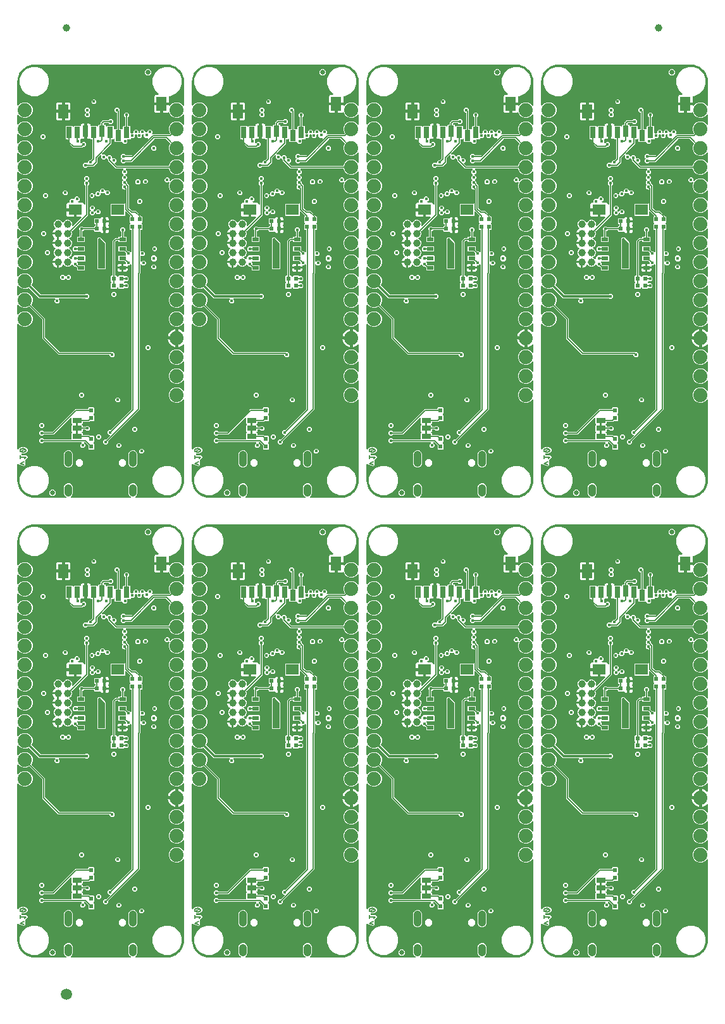
<source format=gbl>
G04 EAGLE Gerber RS-274X export*
G75*
%MOMM*%
%FSLAX34Y34*%
%LPD*%
%INBottom Copper*%
%IPPOS*%
%AMOC8*
5,1,8,0,0,1.08239X$1,22.5*%
G01*
%ADD10C,0.203200*%
%ADD11C,0.635000*%
%ADD12R,1.270000X0.660400*%
%ADD13R,0.600000X0.600000*%
%ADD14R,0.850000X0.500000*%
%ADD15C,1.000000*%
%ADD16R,1.800000X1.400000*%
%ADD17R,1.400000X1.900000*%
%ADD18R,0.800000X1.500000*%
%ADD19C,1.879600*%
%ADD20C,1.000000*%
%ADD21C,1.500000*%
%ADD22C,0.450000*%
%ADD23C,0.127000*%
%ADD24C,0.304800*%

G36*
X534641Y617233D02*
X534641Y617233D01*
X534727Y617235D01*
X534781Y617253D01*
X534837Y617261D01*
X534915Y617296D01*
X534997Y617322D01*
X535045Y617354D01*
X535096Y617377D01*
X535162Y617432D01*
X535234Y617480D01*
X535270Y617524D01*
X535313Y617560D01*
X535361Y617632D01*
X535416Y617698D01*
X535439Y617750D01*
X535471Y617797D01*
X535497Y617879D01*
X535532Y617958D01*
X535540Y618014D01*
X535557Y618068D01*
X535559Y618154D01*
X535571Y618239D01*
X535563Y618296D01*
X535564Y618352D01*
X535542Y618435D01*
X535530Y618521D01*
X535507Y618573D01*
X535492Y618627D01*
X535448Y618701D01*
X535413Y618780D01*
X535376Y618823D01*
X535347Y618872D01*
X535284Y618931D01*
X535228Y618996D01*
X535187Y619022D01*
X535140Y619066D01*
X535089Y619092D01*
X533359Y620822D01*
X532443Y623033D01*
X532443Y631427D01*
X533359Y633638D01*
X535052Y635331D01*
X537263Y636247D01*
X539657Y636247D01*
X541868Y635331D01*
X543561Y633638D01*
X544477Y631427D01*
X544477Y623033D01*
X543561Y620822D01*
X541843Y619104D01*
X541824Y619095D01*
X541780Y619058D01*
X541731Y619030D01*
X541672Y618967D01*
X541607Y618911D01*
X541575Y618864D01*
X541536Y618823D01*
X541497Y618747D01*
X541449Y618675D01*
X541432Y618621D01*
X541406Y618570D01*
X541389Y618486D01*
X541363Y618404D01*
X541362Y618347D01*
X541351Y618291D01*
X541358Y618206D01*
X541356Y618120D01*
X541370Y618065D01*
X541375Y618008D01*
X541406Y617928D01*
X541428Y617845D01*
X541457Y617796D01*
X541477Y617743D01*
X541529Y617674D01*
X541573Y617600D01*
X541614Y617561D01*
X541649Y617516D01*
X541718Y617465D01*
X541780Y617406D01*
X541831Y617380D01*
X541876Y617346D01*
X541957Y617315D01*
X542033Y617276D01*
X542082Y617268D01*
X542142Y617245D01*
X542287Y617234D01*
X542365Y617221D01*
X620955Y617221D01*
X621041Y617233D01*
X621127Y617235D01*
X621181Y617253D01*
X621237Y617261D01*
X621315Y617296D01*
X621397Y617322D01*
X621445Y617354D01*
X621496Y617377D01*
X621562Y617432D01*
X621634Y617480D01*
X621670Y617524D01*
X621713Y617560D01*
X621761Y617632D01*
X621816Y617698D01*
X621839Y617750D01*
X621871Y617797D01*
X621897Y617879D01*
X621932Y617958D01*
X621940Y618014D01*
X621957Y618068D01*
X621959Y618154D01*
X621971Y618239D01*
X621963Y618296D01*
X621964Y618352D01*
X621942Y618435D01*
X621930Y618521D01*
X621907Y618573D01*
X621892Y618627D01*
X621848Y618701D01*
X621813Y618780D01*
X621776Y618823D01*
X621747Y618872D01*
X621684Y618931D01*
X621628Y618996D01*
X621587Y619022D01*
X621540Y619066D01*
X621489Y619092D01*
X619759Y620822D01*
X618843Y623033D01*
X618843Y631427D01*
X619759Y633638D01*
X621452Y635331D01*
X623663Y636247D01*
X626057Y636247D01*
X628268Y635331D01*
X629961Y633638D01*
X630877Y631427D01*
X630877Y623033D01*
X629961Y620822D01*
X628243Y619104D01*
X628224Y619095D01*
X628180Y619058D01*
X628131Y619030D01*
X628072Y618967D01*
X628007Y618911D01*
X627975Y618864D01*
X627936Y618823D01*
X627897Y618747D01*
X627849Y618675D01*
X627832Y618621D01*
X627806Y618570D01*
X627789Y618486D01*
X627763Y618404D01*
X627762Y618347D01*
X627751Y618291D01*
X627758Y618206D01*
X627756Y618120D01*
X627770Y618065D01*
X627775Y618008D01*
X627806Y617928D01*
X627828Y617845D01*
X627857Y617796D01*
X627877Y617743D01*
X627929Y617674D01*
X627973Y617600D01*
X628014Y617561D01*
X628049Y617516D01*
X628118Y617465D01*
X628180Y617406D01*
X628231Y617380D01*
X628276Y617346D01*
X628357Y617315D01*
X628433Y617276D01*
X628482Y617268D01*
X628542Y617245D01*
X628687Y617234D01*
X628765Y617221D01*
X670560Y617221D01*
X670604Y617227D01*
X670640Y617224D01*
X674057Y617493D01*
X674215Y617528D01*
X674291Y617539D01*
X680791Y619651D01*
X681046Y619776D01*
X681060Y619789D01*
X681074Y619795D01*
X686603Y623813D01*
X686807Y624010D01*
X686816Y624026D01*
X686827Y624037D01*
X690845Y629566D01*
X690978Y629817D01*
X690982Y629836D01*
X690989Y629849D01*
X693101Y636349D01*
X693129Y636509D01*
X693147Y636583D01*
X693416Y640000D01*
X693413Y640045D01*
X693419Y640080D01*
X693419Y747360D01*
X693415Y747389D01*
X693418Y747418D01*
X693395Y747529D01*
X693379Y747641D01*
X693367Y747668D01*
X693362Y747697D01*
X693309Y747797D01*
X693263Y747900D01*
X693244Y747923D01*
X693231Y747949D01*
X693153Y748031D01*
X693080Y748117D01*
X693055Y748134D01*
X693035Y748155D01*
X692937Y748212D01*
X692843Y748275D01*
X692815Y748284D01*
X692790Y748299D01*
X692680Y748327D01*
X692572Y748361D01*
X692542Y748362D01*
X692514Y748369D01*
X692401Y748365D01*
X692288Y748368D01*
X692259Y748361D01*
X692230Y748360D01*
X692122Y748325D01*
X692013Y748296D01*
X691987Y748281D01*
X691959Y748272D01*
X691896Y748227D01*
X691768Y748151D01*
X691725Y748105D01*
X691686Y748077D01*
X689159Y745551D01*
X685332Y743965D01*
X681188Y743965D01*
X677360Y745551D01*
X674431Y748480D01*
X672845Y752308D01*
X672845Y756452D01*
X674431Y760280D01*
X677360Y763209D01*
X681188Y764795D01*
X685332Y764795D01*
X689159Y763209D01*
X691686Y760683D01*
X691710Y760665D01*
X691729Y760643D01*
X691823Y760580D01*
X691913Y760512D01*
X691941Y760501D01*
X691965Y760485D01*
X692073Y760451D01*
X692179Y760410D01*
X692208Y760408D01*
X692236Y760399D01*
X692350Y760396D01*
X692462Y760387D01*
X692491Y760393D01*
X692520Y760392D01*
X692630Y760420D01*
X692741Y760443D01*
X692767Y760456D01*
X692795Y760464D01*
X692893Y760522D01*
X692993Y760574D01*
X693015Y760594D01*
X693040Y760609D01*
X693117Y760691D01*
X693199Y760770D01*
X693214Y760795D01*
X693234Y760816D01*
X693286Y760917D01*
X693343Y761015D01*
X693350Y761043D01*
X693364Y761069D01*
X693377Y761147D01*
X693413Y761290D01*
X693411Y761353D01*
X693419Y761400D01*
X693419Y772760D01*
X693415Y772789D01*
X693418Y772818D01*
X693395Y772929D01*
X693379Y773041D01*
X693367Y773068D01*
X693362Y773097D01*
X693309Y773197D01*
X693263Y773300D01*
X693244Y773323D01*
X693231Y773349D01*
X693153Y773431D01*
X693080Y773517D01*
X693055Y773534D01*
X693035Y773555D01*
X692937Y773612D01*
X692843Y773675D01*
X692815Y773684D01*
X692790Y773699D01*
X692680Y773727D01*
X692572Y773761D01*
X692542Y773762D01*
X692514Y773769D01*
X692401Y773765D01*
X692288Y773768D01*
X692259Y773761D01*
X692230Y773760D01*
X692122Y773725D01*
X692013Y773696D01*
X691987Y773681D01*
X691959Y773672D01*
X691896Y773627D01*
X691768Y773551D01*
X691725Y773505D01*
X691686Y773477D01*
X689159Y770951D01*
X685332Y769365D01*
X681188Y769365D01*
X677360Y770951D01*
X674431Y773880D01*
X672845Y777708D01*
X672845Y781852D01*
X674431Y785680D01*
X677360Y788609D01*
X681188Y790195D01*
X685332Y790195D01*
X689159Y788609D01*
X691686Y786083D01*
X691710Y786065D01*
X691729Y786043D01*
X691823Y785980D01*
X691913Y785912D01*
X691941Y785901D01*
X691965Y785885D01*
X692073Y785851D01*
X692179Y785810D01*
X692208Y785808D01*
X692236Y785799D01*
X692350Y785796D01*
X692462Y785787D01*
X692491Y785793D01*
X692520Y785792D01*
X692630Y785820D01*
X692741Y785843D01*
X692767Y785856D01*
X692795Y785864D01*
X692893Y785922D01*
X692993Y785974D01*
X693015Y785994D01*
X693040Y786009D01*
X693117Y786091D01*
X693199Y786170D01*
X693214Y786195D01*
X693234Y786216D01*
X693286Y786317D01*
X693343Y786415D01*
X693350Y786443D01*
X693364Y786469D01*
X693377Y786547D01*
X693413Y786690D01*
X693411Y786753D01*
X693419Y786800D01*
X693419Y798160D01*
X693415Y798189D01*
X693418Y798218D01*
X693395Y798329D01*
X693379Y798441D01*
X693367Y798468D01*
X693362Y798497D01*
X693309Y798597D01*
X693263Y798700D01*
X693244Y798723D01*
X693231Y798749D01*
X693153Y798831D01*
X693080Y798917D01*
X693055Y798934D01*
X693035Y798955D01*
X692937Y799012D01*
X692843Y799075D01*
X692815Y799084D01*
X692790Y799099D01*
X692680Y799127D01*
X692572Y799161D01*
X692542Y799162D01*
X692514Y799169D01*
X692401Y799165D01*
X692288Y799168D01*
X692259Y799161D01*
X692230Y799160D01*
X692122Y799125D01*
X692013Y799096D01*
X691987Y799081D01*
X691959Y799072D01*
X691896Y799027D01*
X691768Y798951D01*
X691725Y798905D01*
X691686Y798877D01*
X689159Y796351D01*
X685332Y794765D01*
X681188Y794765D01*
X677360Y796351D01*
X674431Y799280D01*
X672845Y803108D01*
X672845Y807252D01*
X674431Y811080D01*
X677360Y814009D01*
X681188Y815595D01*
X685332Y815595D01*
X689159Y814009D01*
X691686Y811483D01*
X691710Y811465D01*
X691729Y811443D01*
X691823Y811380D01*
X691913Y811312D01*
X691941Y811301D01*
X691965Y811285D01*
X692073Y811251D01*
X692179Y811210D01*
X692208Y811208D01*
X692236Y811199D01*
X692350Y811196D01*
X692462Y811187D01*
X692491Y811193D01*
X692520Y811192D01*
X692630Y811220D01*
X692741Y811243D01*
X692767Y811256D01*
X692795Y811264D01*
X692893Y811322D01*
X692993Y811374D01*
X693015Y811394D01*
X693040Y811409D01*
X693117Y811491D01*
X693199Y811570D01*
X693214Y811595D01*
X693234Y811616D01*
X693286Y811717D01*
X693343Y811815D01*
X693350Y811843D01*
X693364Y811869D01*
X693377Y811947D01*
X693413Y812090D01*
X693411Y812153D01*
X693419Y812200D01*
X693419Y821404D01*
X693415Y821433D01*
X693418Y821463D01*
X693395Y821574D01*
X693379Y821686D01*
X693367Y821713D01*
X693362Y821741D01*
X693309Y821842D01*
X693263Y821945D01*
X693244Y821968D01*
X693231Y821994D01*
X693153Y822076D01*
X693080Y822162D01*
X693055Y822179D01*
X693035Y822200D01*
X692937Y822257D01*
X692843Y822320D01*
X692815Y822329D01*
X692790Y822344D01*
X692680Y822371D01*
X692572Y822406D01*
X692542Y822406D01*
X692514Y822414D01*
X692401Y822410D01*
X692288Y822413D01*
X692259Y822406D01*
X692230Y822405D01*
X692122Y822370D01*
X692013Y822341D01*
X691987Y822326D01*
X691959Y822317D01*
X691895Y822271D01*
X691768Y822196D01*
X691725Y822150D01*
X691686Y822122D01*
X691038Y821474D01*
X689517Y820369D01*
X687843Y819516D01*
X686056Y818935D01*
X685291Y818814D01*
X685291Y829564D01*
X685283Y829622D01*
X685285Y829680D01*
X685263Y829762D01*
X685251Y829845D01*
X685227Y829899D01*
X685213Y829955D01*
X685170Y830028D01*
X685135Y830105D01*
X685097Y830149D01*
X685067Y830200D01*
X685006Y830257D01*
X684951Y830322D01*
X684903Y830354D01*
X684860Y830394D01*
X684785Y830433D01*
X684715Y830479D01*
X684659Y830497D01*
X684607Y830524D01*
X684539Y830535D01*
X684444Y830565D01*
X684344Y830568D01*
X684276Y830579D01*
X683259Y830579D01*
X683259Y830581D01*
X684276Y830581D01*
X684334Y830589D01*
X684392Y830588D01*
X684474Y830609D01*
X684557Y830621D01*
X684611Y830645D01*
X684667Y830659D01*
X684740Y830702D01*
X684817Y830737D01*
X684862Y830775D01*
X684912Y830805D01*
X684970Y830866D01*
X685034Y830921D01*
X685066Y830969D01*
X685106Y831012D01*
X685145Y831087D01*
X685191Y831157D01*
X685209Y831213D01*
X685236Y831265D01*
X685247Y831333D01*
X685277Y831428D01*
X685280Y831528D01*
X685291Y831596D01*
X685291Y842346D01*
X686056Y842225D01*
X687843Y841644D01*
X689517Y840791D01*
X691038Y839686D01*
X691686Y839038D01*
X691710Y839020D01*
X691729Y838998D01*
X691823Y838935D01*
X691913Y838867D01*
X691941Y838856D01*
X691965Y838840D01*
X692073Y838806D01*
X692179Y838766D01*
X692208Y838763D01*
X692236Y838754D01*
X692350Y838751D01*
X692462Y838742D01*
X692491Y838748D01*
X692520Y838747D01*
X692630Y838776D01*
X692741Y838798D01*
X692767Y838812D01*
X692795Y838819D01*
X692893Y838877D01*
X692993Y838929D01*
X693015Y838949D01*
X693040Y838964D01*
X693117Y839047D01*
X693199Y839125D01*
X693214Y839150D01*
X693234Y839171D01*
X693286Y839272D01*
X693343Y839370D01*
X693350Y839398D01*
X693364Y839425D01*
X693377Y839502D01*
X693413Y839646D01*
X693411Y839708D01*
X693419Y839756D01*
X693419Y848960D01*
X693415Y848989D01*
X693418Y849018D01*
X693395Y849129D01*
X693379Y849241D01*
X693367Y849268D01*
X693362Y849297D01*
X693309Y849397D01*
X693263Y849500D01*
X693244Y849523D01*
X693231Y849549D01*
X693153Y849631D01*
X693080Y849717D01*
X693055Y849734D01*
X693035Y849755D01*
X692937Y849812D01*
X692843Y849875D01*
X692815Y849884D01*
X692790Y849899D01*
X692680Y849927D01*
X692572Y849961D01*
X692542Y849962D01*
X692514Y849969D01*
X692401Y849965D01*
X692288Y849968D01*
X692259Y849961D01*
X692230Y849960D01*
X692122Y849925D01*
X692013Y849896D01*
X691987Y849881D01*
X691959Y849872D01*
X691896Y849827D01*
X691768Y849751D01*
X691725Y849705D01*
X691686Y849677D01*
X689159Y847151D01*
X685332Y845565D01*
X681188Y845565D01*
X677360Y847151D01*
X674431Y850080D01*
X672845Y853908D01*
X672845Y858052D01*
X674431Y861880D01*
X677360Y864809D01*
X681188Y866395D01*
X685332Y866395D01*
X689159Y864809D01*
X691686Y862283D01*
X691710Y862265D01*
X691729Y862243D01*
X691823Y862180D01*
X691913Y862112D01*
X691941Y862101D01*
X691965Y862085D01*
X692073Y862051D01*
X692179Y862010D01*
X692208Y862008D01*
X692236Y861999D01*
X692350Y861996D01*
X692462Y861987D01*
X692491Y861993D01*
X692520Y861992D01*
X692630Y862020D01*
X692741Y862043D01*
X692767Y862056D01*
X692795Y862064D01*
X692893Y862122D01*
X692993Y862174D01*
X693015Y862194D01*
X693040Y862209D01*
X693117Y862291D01*
X693199Y862370D01*
X693214Y862395D01*
X693234Y862416D01*
X693286Y862517D01*
X693343Y862615D01*
X693350Y862643D01*
X693364Y862669D01*
X693377Y862747D01*
X693413Y862890D01*
X693411Y862953D01*
X693419Y863000D01*
X693419Y874360D01*
X693415Y874389D01*
X693418Y874418D01*
X693395Y874529D01*
X693379Y874641D01*
X693367Y874668D01*
X693362Y874697D01*
X693309Y874797D01*
X693263Y874900D01*
X693244Y874923D01*
X693231Y874949D01*
X693153Y875031D01*
X693080Y875117D01*
X693055Y875134D01*
X693035Y875155D01*
X692937Y875212D01*
X692843Y875275D01*
X692815Y875284D01*
X692790Y875299D01*
X692680Y875327D01*
X692572Y875361D01*
X692542Y875362D01*
X692514Y875369D01*
X692401Y875365D01*
X692288Y875368D01*
X692259Y875361D01*
X692230Y875360D01*
X692122Y875325D01*
X692013Y875296D01*
X691987Y875281D01*
X691959Y875272D01*
X691896Y875227D01*
X691768Y875151D01*
X691725Y875105D01*
X691686Y875077D01*
X689159Y872551D01*
X685332Y870965D01*
X681188Y870965D01*
X677360Y872551D01*
X674431Y875480D01*
X672845Y879308D01*
X672845Y883452D01*
X674431Y887280D01*
X677360Y890209D01*
X681188Y891795D01*
X685332Y891795D01*
X689159Y890209D01*
X691686Y887683D01*
X691710Y887665D01*
X691729Y887643D01*
X691823Y887580D01*
X691913Y887512D01*
X691941Y887501D01*
X691965Y887485D01*
X692073Y887451D01*
X692179Y887410D01*
X692208Y887408D01*
X692236Y887399D01*
X692350Y887396D01*
X692462Y887387D01*
X692491Y887393D01*
X692520Y887392D01*
X692630Y887420D01*
X692741Y887443D01*
X692767Y887456D01*
X692795Y887464D01*
X692893Y887522D01*
X692993Y887574D01*
X693015Y887594D01*
X693040Y887609D01*
X693117Y887691D01*
X693199Y887770D01*
X693214Y887795D01*
X693234Y887816D01*
X693286Y887917D01*
X693343Y888015D01*
X693350Y888043D01*
X693364Y888069D01*
X693377Y888147D01*
X693413Y888290D01*
X693411Y888353D01*
X693419Y888400D01*
X693419Y899760D01*
X693415Y899789D01*
X693418Y899818D01*
X693395Y899929D01*
X693379Y900041D01*
X693367Y900068D01*
X693362Y900097D01*
X693309Y900197D01*
X693263Y900300D01*
X693244Y900323D01*
X693231Y900349D01*
X693153Y900431D01*
X693080Y900517D01*
X693055Y900534D01*
X693035Y900555D01*
X692937Y900612D01*
X692843Y900675D01*
X692815Y900684D01*
X692790Y900699D01*
X692680Y900727D01*
X692572Y900761D01*
X692542Y900762D01*
X692514Y900769D01*
X692401Y900765D01*
X692288Y900768D01*
X692259Y900761D01*
X692230Y900760D01*
X692122Y900725D01*
X692013Y900696D01*
X691987Y900681D01*
X691959Y900672D01*
X691896Y900627D01*
X691768Y900551D01*
X691725Y900505D01*
X691686Y900477D01*
X689159Y897951D01*
X685332Y896365D01*
X681188Y896365D01*
X677360Y897951D01*
X674431Y900880D01*
X672845Y904708D01*
X672845Y908852D01*
X674431Y912680D01*
X677360Y915609D01*
X681188Y917195D01*
X685332Y917195D01*
X689159Y915609D01*
X691686Y913083D01*
X691710Y913065D01*
X691729Y913043D01*
X691823Y912980D01*
X691913Y912912D01*
X691941Y912901D01*
X691965Y912885D01*
X692073Y912851D01*
X692179Y912810D01*
X692208Y912808D01*
X692236Y912799D01*
X692350Y912796D01*
X692462Y912787D01*
X692491Y912793D01*
X692520Y912792D01*
X692630Y912820D01*
X692741Y912843D01*
X692767Y912856D01*
X692795Y912864D01*
X692893Y912922D01*
X692993Y912974D01*
X693015Y912994D01*
X693040Y913009D01*
X693117Y913091D01*
X693199Y913170D01*
X693214Y913195D01*
X693234Y913216D01*
X693286Y913317D01*
X693343Y913415D01*
X693350Y913443D01*
X693364Y913469D01*
X693377Y913547D01*
X693413Y913690D01*
X693411Y913753D01*
X693419Y913800D01*
X693419Y925160D01*
X693415Y925189D01*
X693418Y925218D01*
X693395Y925329D01*
X693379Y925441D01*
X693367Y925468D01*
X693362Y925497D01*
X693309Y925597D01*
X693263Y925700D01*
X693244Y925723D01*
X693231Y925749D01*
X693153Y925831D01*
X693080Y925917D01*
X693055Y925934D01*
X693035Y925955D01*
X692937Y926012D01*
X692843Y926075D01*
X692815Y926084D01*
X692790Y926099D01*
X692680Y926127D01*
X692572Y926161D01*
X692542Y926162D01*
X692514Y926169D01*
X692401Y926165D01*
X692288Y926168D01*
X692259Y926161D01*
X692230Y926160D01*
X692122Y926125D01*
X692013Y926096D01*
X691987Y926081D01*
X691959Y926072D01*
X691896Y926027D01*
X691768Y925951D01*
X691725Y925905D01*
X691686Y925877D01*
X689159Y923351D01*
X685332Y921765D01*
X681188Y921765D01*
X677360Y923351D01*
X674431Y926280D01*
X672845Y930108D01*
X672845Y934252D01*
X674431Y938080D01*
X677360Y941009D01*
X681188Y942595D01*
X685332Y942595D01*
X689159Y941009D01*
X691686Y938483D01*
X691710Y938465D01*
X691729Y938443D01*
X691823Y938380D01*
X691913Y938312D01*
X691941Y938301D01*
X691965Y938285D01*
X692073Y938251D01*
X692179Y938210D01*
X692208Y938208D01*
X692236Y938199D01*
X692350Y938196D01*
X692462Y938187D01*
X692491Y938193D01*
X692520Y938192D01*
X692630Y938220D01*
X692741Y938243D01*
X692767Y938256D01*
X692795Y938264D01*
X692893Y938322D01*
X692993Y938374D01*
X693015Y938394D01*
X693040Y938409D01*
X693117Y938491D01*
X693199Y938570D01*
X693214Y938595D01*
X693234Y938616D01*
X693286Y938717D01*
X693343Y938815D01*
X693350Y938843D01*
X693364Y938869D01*
X693377Y938947D01*
X693413Y939090D01*
X693411Y939153D01*
X693419Y939200D01*
X693419Y950560D01*
X693415Y950589D01*
X693418Y950618D01*
X693395Y950729D01*
X693379Y950841D01*
X693367Y950868D01*
X693362Y950897D01*
X693309Y950997D01*
X693263Y951100D01*
X693244Y951123D01*
X693231Y951149D01*
X693153Y951231D01*
X693080Y951317D01*
X693055Y951334D01*
X693035Y951355D01*
X692937Y951412D01*
X692843Y951475D01*
X692815Y951484D01*
X692790Y951499D01*
X692680Y951527D01*
X692572Y951561D01*
X692542Y951562D01*
X692514Y951569D01*
X692401Y951565D01*
X692288Y951568D01*
X692259Y951561D01*
X692230Y951560D01*
X692122Y951525D01*
X692013Y951496D01*
X691987Y951481D01*
X691959Y951472D01*
X691896Y951427D01*
X691768Y951351D01*
X691725Y951305D01*
X691686Y951277D01*
X689159Y948751D01*
X685332Y947165D01*
X681188Y947165D01*
X677360Y948751D01*
X674431Y951680D01*
X672845Y955508D01*
X672845Y959652D01*
X674431Y963480D01*
X677360Y966409D01*
X681188Y967995D01*
X685332Y967995D01*
X689159Y966409D01*
X691686Y963883D01*
X691710Y963865D01*
X691729Y963843D01*
X691823Y963780D01*
X691913Y963712D01*
X691941Y963701D01*
X691965Y963685D01*
X692073Y963651D01*
X692179Y963610D01*
X692208Y963608D01*
X692236Y963599D01*
X692350Y963596D01*
X692462Y963587D01*
X692491Y963593D01*
X692520Y963592D01*
X692630Y963620D01*
X692741Y963643D01*
X692767Y963656D01*
X692795Y963664D01*
X692893Y963722D01*
X692993Y963774D01*
X693015Y963794D01*
X693040Y963809D01*
X693117Y963891D01*
X693199Y963970D01*
X693214Y963995D01*
X693234Y964016D01*
X693286Y964117D01*
X693343Y964215D01*
X693350Y964243D01*
X693364Y964269D01*
X693377Y964347D01*
X693413Y964490D01*
X693411Y964553D01*
X693419Y964600D01*
X693419Y975960D01*
X693415Y975989D01*
X693418Y976018D01*
X693395Y976129D01*
X693379Y976241D01*
X693367Y976268D01*
X693362Y976297D01*
X693309Y976397D01*
X693263Y976500D01*
X693244Y976523D01*
X693231Y976549D01*
X693153Y976631D01*
X693080Y976717D01*
X693055Y976734D01*
X693035Y976755D01*
X692937Y976812D01*
X692843Y976875D01*
X692815Y976884D01*
X692790Y976899D01*
X692680Y976927D01*
X692572Y976961D01*
X692542Y976962D01*
X692514Y976969D01*
X692401Y976965D01*
X692288Y976968D01*
X692259Y976961D01*
X692230Y976960D01*
X692122Y976925D01*
X692013Y976896D01*
X691987Y976881D01*
X691959Y976872D01*
X691896Y976827D01*
X691768Y976751D01*
X691725Y976705D01*
X691686Y976677D01*
X689159Y974151D01*
X685332Y972565D01*
X681188Y972565D01*
X677360Y974151D01*
X674431Y977080D01*
X672845Y980908D01*
X672845Y985052D01*
X674431Y988880D01*
X677360Y991809D01*
X681188Y993395D01*
X685332Y993395D01*
X689159Y991809D01*
X691686Y989283D01*
X691710Y989265D01*
X691729Y989243D01*
X691823Y989180D01*
X691913Y989112D01*
X691941Y989101D01*
X691965Y989085D01*
X692073Y989051D01*
X692179Y989010D01*
X692208Y989008D01*
X692236Y988999D01*
X692350Y988996D01*
X692462Y988987D01*
X692491Y988993D01*
X692520Y988992D01*
X692630Y989020D01*
X692741Y989043D01*
X692767Y989056D01*
X692795Y989064D01*
X692893Y989122D01*
X692993Y989174D01*
X693015Y989194D01*
X693040Y989209D01*
X693117Y989291D01*
X693199Y989370D01*
X693214Y989395D01*
X693234Y989416D01*
X693286Y989517D01*
X693343Y989615D01*
X693350Y989643D01*
X693364Y989669D01*
X693377Y989747D01*
X693413Y989890D01*
X693411Y989953D01*
X693419Y990000D01*
X693419Y1001360D01*
X693415Y1001389D01*
X693418Y1001418D01*
X693395Y1001529D01*
X693379Y1001641D01*
X693367Y1001668D01*
X693362Y1001697D01*
X693309Y1001797D01*
X693263Y1001900D01*
X693244Y1001923D01*
X693231Y1001949D01*
X693153Y1002031D01*
X693080Y1002117D01*
X693055Y1002134D01*
X693035Y1002155D01*
X692937Y1002212D01*
X692843Y1002275D01*
X692815Y1002284D01*
X692790Y1002299D01*
X692680Y1002327D01*
X692572Y1002361D01*
X692542Y1002362D01*
X692514Y1002369D01*
X692401Y1002365D01*
X692288Y1002368D01*
X692259Y1002361D01*
X692230Y1002360D01*
X692122Y1002325D01*
X692013Y1002296D01*
X691987Y1002281D01*
X691959Y1002272D01*
X691896Y1002227D01*
X691768Y1002151D01*
X691725Y1002105D01*
X691686Y1002077D01*
X689159Y999551D01*
X685332Y997965D01*
X681188Y997965D01*
X677360Y999551D01*
X674431Y1002480D01*
X672845Y1006308D01*
X672845Y1010452D01*
X674431Y1014280D01*
X677360Y1017209D01*
X681188Y1018795D01*
X685332Y1018795D01*
X689159Y1017209D01*
X691686Y1014683D01*
X691710Y1014665D01*
X691729Y1014643D01*
X691823Y1014580D01*
X691913Y1014512D01*
X691941Y1014501D01*
X691965Y1014485D01*
X692073Y1014451D01*
X692179Y1014410D01*
X692208Y1014408D01*
X692236Y1014399D01*
X692350Y1014396D01*
X692462Y1014387D01*
X692491Y1014393D01*
X692520Y1014392D01*
X692630Y1014420D01*
X692741Y1014443D01*
X692767Y1014456D01*
X692795Y1014464D01*
X692893Y1014522D01*
X692993Y1014574D01*
X693015Y1014594D01*
X693040Y1014609D01*
X693117Y1014691D01*
X693199Y1014770D01*
X693214Y1014795D01*
X693234Y1014816D01*
X693286Y1014917D01*
X693343Y1015015D01*
X693350Y1015043D01*
X693364Y1015069D01*
X693377Y1015147D01*
X693413Y1015290D01*
X693411Y1015353D01*
X693419Y1015400D01*
X693419Y1026760D01*
X693415Y1026789D01*
X693418Y1026818D01*
X693395Y1026929D01*
X693379Y1027041D01*
X693367Y1027068D01*
X693362Y1027097D01*
X693309Y1027197D01*
X693263Y1027300D01*
X693244Y1027323D01*
X693231Y1027349D01*
X693153Y1027431D01*
X693080Y1027517D01*
X693055Y1027534D01*
X693035Y1027555D01*
X692937Y1027612D01*
X692843Y1027675D01*
X692815Y1027684D01*
X692790Y1027699D01*
X692680Y1027727D01*
X692572Y1027761D01*
X692542Y1027762D01*
X692514Y1027769D01*
X692401Y1027765D01*
X692288Y1027768D01*
X692259Y1027761D01*
X692230Y1027760D01*
X692122Y1027725D01*
X692013Y1027696D01*
X691987Y1027681D01*
X691959Y1027672D01*
X691896Y1027627D01*
X691768Y1027551D01*
X691725Y1027505D01*
X691686Y1027477D01*
X689159Y1024951D01*
X685332Y1023365D01*
X681188Y1023365D01*
X677360Y1024951D01*
X674431Y1027880D01*
X672845Y1031708D01*
X672845Y1035852D01*
X673703Y1037923D01*
X673725Y1038006D01*
X673755Y1038087D01*
X673760Y1038143D01*
X673774Y1038199D01*
X673772Y1038284D01*
X673779Y1038370D01*
X673768Y1038426D01*
X673766Y1038483D01*
X673740Y1038564D01*
X673723Y1038649D01*
X673697Y1038699D01*
X673680Y1038753D01*
X673632Y1038825D01*
X673592Y1038901D01*
X673553Y1038942D01*
X673521Y1038990D01*
X673456Y1039045D01*
X673396Y1039107D01*
X673347Y1039136D01*
X673304Y1039173D01*
X673225Y1039207D01*
X673151Y1039251D01*
X673096Y1039265D01*
X673044Y1039288D01*
X672959Y1039300D01*
X672875Y1039321D01*
X672819Y1039319D01*
X672762Y1039327D01*
X672677Y1039315D01*
X672591Y1039312D01*
X672537Y1039294D01*
X672481Y1039286D01*
X672403Y1039251D01*
X672321Y1039224D01*
X672281Y1039196D01*
X672222Y1039169D01*
X672111Y1039075D01*
X672048Y1039030D01*
X671786Y1038768D01*
X669080Y1038768D01*
X667166Y1040682D01*
X667166Y1043388D01*
X669080Y1045302D01*
X671786Y1045302D01*
X673700Y1043388D01*
X673700Y1041399D01*
X673704Y1041370D01*
X673701Y1041341D01*
X673724Y1041230D01*
X673740Y1041118D01*
X673752Y1041091D01*
X673757Y1041062D01*
X673810Y1040962D01*
X673856Y1040859D01*
X673875Y1040836D01*
X673888Y1040810D01*
X673966Y1040728D01*
X674039Y1040642D01*
X674064Y1040625D01*
X674084Y1040604D01*
X674182Y1040547D01*
X674276Y1040484D01*
X674304Y1040475D01*
X674329Y1040460D01*
X674439Y1040432D01*
X674547Y1040398D01*
X674577Y1040397D01*
X674605Y1040390D01*
X674718Y1040394D01*
X674831Y1040391D01*
X674860Y1040398D01*
X674889Y1040399D01*
X674997Y1040434D01*
X675106Y1040463D01*
X675132Y1040478D01*
X675160Y1040487D01*
X675223Y1040532D01*
X675351Y1040608D01*
X675394Y1040654D01*
X675433Y1040682D01*
X677361Y1042609D01*
X681188Y1044195D01*
X685332Y1044195D01*
X689159Y1042609D01*
X691686Y1040083D01*
X691710Y1040065D01*
X691729Y1040043D01*
X691823Y1039980D01*
X691913Y1039912D01*
X691941Y1039901D01*
X691965Y1039885D01*
X692073Y1039851D01*
X692179Y1039810D01*
X692208Y1039808D01*
X692236Y1039799D01*
X692350Y1039796D01*
X692462Y1039787D01*
X692491Y1039793D01*
X692520Y1039792D01*
X692630Y1039820D01*
X692741Y1039843D01*
X692767Y1039856D01*
X692795Y1039864D01*
X692893Y1039922D01*
X692993Y1039974D01*
X693015Y1039994D01*
X693040Y1040009D01*
X693117Y1040091D01*
X693199Y1040170D01*
X693214Y1040195D01*
X693234Y1040216D01*
X693286Y1040317D01*
X693343Y1040415D01*
X693350Y1040443D01*
X693364Y1040469D01*
X693377Y1040547D01*
X693413Y1040690D01*
X693411Y1040753D01*
X693419Y1040800D01*
X693419Y1052160D01*
X693415Y1052189D01*
X693418Y1052218D01*
X693395Y1052329D01*
X693379Y1052441D01*
X693367Y1052468D01*
X693362Y1052497D01*
X693309Y1052597D01*
X693263Y1052700D01*
X693244Y1052723D01*
X693231Y1052749D01*
X693153Y1052831D01*
X693080Y1052917D01*
X693055Y1052934D01*
X693035Y1052955D01*
X692937Y1053012D01*
X692843Y1053075D01*
X692815Y1053084D01*
X692790Y1053099D01*
X692680Y1053127D01*
X692572Y1053161D01*
X692542Y1053162D01*
X692514Y1053169D01*
X692401Y1053165D01*
X692288Y1053168D01*
X692259Y1053161D01*
X692230Y1053160D01*
X692122Y1053125D01*
X692013Y1053096D01*
X691987Y1053081D01*
X691959Y1053072D01*
X691896Y1053027D01*
X691768Y1052951D01*
X691725Y1052905D01*
X691686Y1052877D01*
X689159Y1050351D01*
X685332Y1048765D01*
X681188Y1048765D01*
X677360Y1050351D01*
X674431Y1053280D01*
X672931Y1056902D01*
X672930Y1056903D01*
X672930Y1056904D01*
X672858Y1057025D01*
X672786Y1057146D01*
X672785Y1057147D01*
X672784Y1057149D01*
X672680Y1057246D01*
X672580Y1057342D01*
X672578Y1057342D01*
X672577Y1057343D01*
X672452Y1057408D01*
X672327Y1057472D01*
X672325Y1057472D01*
X672324Y1057473D01*
X672309Y1057475D01*
X672048Y1057527D01*
X672018Y1057524D01*
X671993Y1057528D01*
X615783Y1057528D01*
X615754Y1057524D01*
X615724Y1057527D01*
X615613Y1057504D01*
X615501Y1057488D01*
X615474Y1057476D01*
X615446Y1057471D01*
X615345Y1057418D01*
X615242Y1057372D01*
X615219Y1057353D01*
X615193Y1057340D01*
X615111Y1057262D01*
X615025Y1057189D01*
X615008Y1057164D01*
X614987Y1057144D01*
X614930Y1057046D01*
X614867Y1056952D01*
X614858Y1056924D01*
X614843Y1056899D01*
X614816Y1056789D01*
X614781Y1056681D01*
X614781Y1056651D01*
X614773Y1056623D01*
X614777Y1056510D01*
X614774Y1056397D01*
X614781Y1056368D01*
X614782Y1056339D01*
X614817Y1056231D01*
X614846Y1056122D01*
X614861Y1056096D01*
X614870Y1056068D01*
X614915Y1056005D01*
X614991Y1055877D01*
X615037Y1055834D01*
X615065Y1055795D01*
X616677Y1054183D01*
X616677Y1051477D01*
X614938Y1049738D01*
X614903Y1049691D01*
X614860Y1049651D01*
X614818Y1049578D01*
X614767Y1049511D01*
X614746Y1049456D01*
X614716Y1049406D01*
X614696Y1049324D01*
X614666Y1049245D01*
X614661Y1049187D01*
X614646Y1049130D01*
X614649Y1049046D01*
X614642Y1048962D01*
X614654Y1048904D01*
X614655Y1048846D01*
X614681Y1048766D01*
X614698Y1048683D01*
X614725Y1048631D01*
X614743Y1048575D01*
X614783Y1048519D01*
X614829Y1048431D01*
X614898Y1048358D01*
X614938Y1048302D01*
X616677Y1046563D01*
X616677Y1043857D01*
X615460Y1042640D01*
X615425Y1042594D01*
X615383Y1042553D01*
X615340Y1042481D01*
X615289Y1042413D01*
X615269Y1042359D01*
X615239Y1042308D01*
X615218Y1042226D01*
X615188Y1042148D01*
X615183Y1042089D01*
X615169Y1042033D01*
X615172Y1041948D01*
X615165Y1041864D01*
X615176Y1041807D01*
X615178Y1041748D01*
X615204Y1041668D01*
X615220Y1041585D01*
X615247Y1041534D01*
X615265Y1041478D01*
X615306Y1041422D01*
X615351Y1041333D01*
X615420Y1041261D01*
X615460Y1041205D01*
X616677Y1039988D01*
X616677Y1038231D01*
X616689Y1038144D01*
X616692Y1038057D01*
X616709Y1038004D01*
X616717Y1037949D01*
X616752Y1037870D01*
X616779Y1037786D01*
X616807Y1037747D01*
X616833Y1037690D01*
X616929Y1037577D01*
X616974Y1037513D01*
X619852Y1034635D01*
X619852Y1004671D01*
X619865Y1004585D01*
X619867Y1004497D01*
X619884Y1004445D01*
X619892Y1004390D01*
X619928Y1004310D01*
X619955Y1004227D01*
X619983Y1004188D01*
X620008Y1004130D01*
X620104Y1004017D01*
X620150Y1003953D01*
X623246Y1000857D01*
X623316Y1000805D01*
X623379Y1000745D01*
X623429Y1000720D01*
X623473Y1000686D01*
X623555Y1000655D01*
X623633Y1000615D01*
X623680Y1000607D01*
X623739Y1000585D01*
X623886Y1000573D01*
X623964Y1000560D01*
X629026Y1000560D01*
X635128Y994458D01*
X635128Y994282D01*
X635136Y994224D01*
X635134Y994166D01*
X635156Y994084D01*
X635168Y994000D01*
X635191Y993947D01*
X635206Y993891D01*
X635249Y993818D01*
X635284Y993741D01*
X635322Y993696D01*
X635351Y993646D01*
X635413Y993588D01*
X635467Y993524D01*
X635516Y993492D01*
X635559Y993452D01*
X635634Y993413D01*
X635704Y993366D01*
X635760Y993349D01*
X635812Y993322D01*
X635880Y993311D01*
X635975Y993281D01*
X636075Y993278D01*
X636143Y993267D01*
X636897Y993267D01*
X637493Y992671D01*
X637493Y985829D01*
X636632Y984968D01*
X636597Y984921D01*
X636554Y984881D01*
X636512Y984808D01*
X636461Y984741D01*
X636440Y984686D01*
X636410Y984636D01*
X636390Y984554D01*
X636360Y984475D01*
X636355Y984417D01*
X636340Y984360D01*
X636343Y984276D01*
X636336Y984192D01*
X636348Y984134D01*
X636349Y984076D01*
X636375Y983996D01*
X636392Y983913D01*
X636419Y983861D01*
X636437Y983805D01*
X636477Y983749D01*
X636523Y983661D01*
X636592Y983588D01*
X636632Y983532D01*
X637493Y982671D01*
X637493Y975829D01*
X636897Y975233D01*
X635472Y975233D01*
X635414Y975225D01*
X635356Y975227D01*
X635274Y975205D01*
X635190Y975193D01*
X635137Y975170D01*
X635081Y975155D01*
X635008Y975112D01*
X634931Y975077D01*
X634886Y975039D01*
X634836Y975010D01*
X634778Y974948D01*
X634714Y974894D01*
X634682Y974845D01*
X634642Y974802D01*
X634603Y974727D01*
X634556Y974657D01*
X634539Y974601D01*
X634512Y974549D01*
X634501Y974481D01*
X634471Y974386D01*
X634468Y974286D01*
X634457Y974218D01*
X634457Y947598D01*
X634461Y947569D01*
X634458Y947539D01*
X634481Y947428D01*
X634497Y947316D01*
X634509Y947289D01*
X634514Y947261D01*
X634566Y947160D01*
X634613Y947057D01*
X634632Y947034D01*
X634645Y947008D01*
X634723Y946926D01*
X634796Y946840D01*
X634821Y946823D01*
X634841Y946802D01*
X634939Y946745D01*
X635033Y946682D01*
X635061Y946673D01*
X635086Y946658D01*
X635196Y946630D01*
X635304Y946596D01*
X635333Y946596D01*
X635362Y946588D01*
X635475Y946592D01*
X635588Y946589D01*
X635617Y946596D01*
X635646Y946597D01*
X635754Y946632D01*
X635863Y946661D01*
X635889Y946676D01*
X635917Y946685D01*
X635980Y946730D01*
X636108Y946806D01*
X636151Y946852D01*
X636186Y946877D01*
X638893Y946877D01*
X640807Y944963D01*
X640807Y942257D01*
X638893Y940343D01*
X636186Y940343D01*
X636166Y940358D01*
X636147Y940380D01*
X636053Y940443D01*
X635963Y940511D01*
X635935Y940522D01*
X635911Y940538D01*
X635803Y940572D01*
X635697Y940612D01*
X635668Y940615D01*
X635640Y940624D01*
X635527Y940627D01*
X635414Y940636D01*
X635385Y940630D01*
X635356Y940631D01*
X635246Y940602D01*
X635135Y940580D01*
X635109Y940567D01*
X635081Y940559D01*
X634983Y940501D01*
X634883Y940449D01*
X634861Y940429D01*
X634836Y940414D01*
X634759Y940331D01*
X634677Y940253D01*
X634662Y940228D01*
X634642Y940207D01*
X634590Y940106D01*
X634533Y940008D01*
X634526Y939980D01*
X634512Y939953D01*
X634499Y939876D01*
X634463Y939733D01*
X634465Y939670D01*
X634457Y939622D01*
X634457Y933628D01*
X634461Y933599D01*
X634458Y933569D01*
X634481Y933458D01*
X634497Y933346D01*
X634509Y933319D01*
X634514Y933291D01*
X634567Y933190D01*
X634613Y933087D01*
X634632Y933064D01*
X634645Y933038D01*
X634723Y932956D01*
X634796Y932870D01*
X634821Y932853D01*
X634841Y932832D01*
X634939Y932775D01*
X635033Y932712D01*
X635061Y932703D01*
X635086Y932688D01*
X635196Y932661D01*
X635304Y932626D01*
X635334Y932626D01*
X635362Y932618D01*
X635475Y932622D01*
X635588Y932619D01*
X635617Y932626D01*
X635646Y932627D01*
X635754Y932662D01*
X635863Y932691D01*
X635889Y932706D01*
X635917Y932715D01*
X635981Y932760D01*
X636108Y932836D01*
X636151Y932882D01*
X636190Y932910D01*
X637457Y934177D01*
X640163Y934177D01*
X642077Y932263D01*
X642077Y929557D01*
X640163Y927643D01*
X637457Y927643D01*
X636190Y928910D01*
X636166Y928928D01*
X636147Y928950D01*
X636053Y929013D01*
X635963Y929081D01*
X635935Y929092D01*
X635911Y929108D01*
X635803Y929142D01*
X635697Y929182D01*
X635668Y929185D01*
X635640Y929194D01*
X635526Y929197D01*
X635414Y929206D01*
X635385Y929200D01*
X635356Y929201D01*
X635246Y929172D01*
X635135Y929150D01*
X635109Y929137D01*
X635081Y929129D01*
X634983Y929071D01*
X634883Y929019D01*
X634861Y928999D01*
X634836Y928984D01*
X634759Y928901D01*
X634677Y928823D01*
X634662Y928798D01*
X634642Y928777D01*
X634590Y928676D01*
X634533Y928578D01*
X634526Y928550D01*
X634512Y928523D01*
X634499Y928446D01*
X634463Y928303D01*
X634465Y928240D01*
X634457Y928192D01*
X634457Y917075D01*
X634409Y917027D01*
X634357Y916957D01*
X634297Y916893D01*
X634271Y916844D01*
X634238Y916800D01*
X634207Y916718D01*
X634167Y916640D01*
X634159Y916593D01*
X634137Y916534D01*
X634125Y916387D01*
X634112Y916309D01*
X634112Y735356D01*
X632847Y734091D01*
X591844Y693088D01*
X591792Y693018D01*
X591732Y692954D01*
X591706Y692905D01*
X591673Y692861D01*
X591642Y692779D01*
X591602Y692701D01*
X591594Y692654D01*
X591572Y692595D01*
X591567Y692538D01*
X591561Y692517D01*
X591559Y692442D01*
X591547Y692370D01*
X591547Y690507D01*
X589633Y688593D01*
X586927Y688593D01*
X585013Y690507D01*
X585013Y693213D01*
X586927Y695127D01*
X588790Y695127D01*
X588877Y695139D01*
X588964Y695142D01*
X589017Y695159D01*
X589072Y695167D01*
X589152Y695202D01*
X589235Y695229D01*
X589274Y695257D01*
X589331Y695283D01*
X589444Y695379D01*
X589508Y695424D01*
X593589Y699505D01*
X593607Y699529D01*
X593629Y699548D01*
X593692Y699642D01*
X593760Y699732D01*
X593771Y699760D01*
X593787Y699784D01*
X593821Y699892D01*
X593861Y699998D01*
X593864Y700027D01*
X593873Y700055D01*
X593876Y700169D01*
X593885Y700281D01*
X593879Y700310D01*
X593880Y700339D01*
X593851Y700449D01*
X593829Y700560D01*
X593816Y700586D01*
X593808Y700614D01*
X593750Y700712D01*
X593698Y700812D01*
X593678Y700834D01*
X593663Y700859D01*
X593580Y700936D01*
X593502Y701018D01*
X593477Y701033D01*
X593456Y701053D01*
X593355Y701105D01*
X593257Y701162D01*
X593229Y701169D01*
X593202Y701183D01*
X593125Y701196D01*
X593024Y701222D01*
X591093Y703152D01*
X591093Y705858D01*
X593007Y707772D01*
X594870Y707772D01*
X594957Y707784D01*
X595044Y707787D01*
X595097Y707804D01*
X595152Y707812D01*
X595232Y707847D01*
X595315Y707874D01*
X595354Y707902D01*
X595411Y707928D01*
X595524Y708024D01*
X595588Y708069D01*
X622891Y735372D01*
X622943Y735442D01*
X623003Y735506D01*
X623029Y735555D01*
X623062Y735599D01*
X623093Y735681D01*
X623133Y735759D01*
X623141Y735806D01*
X623163Y735865D01*
X623175Y736012D01*
X623188Y736090D01*
X623188Y916309D01*
X623176Y916396D01*
X623173Y916483D01*
X623156Y916536D01*
X623148Y916591D01*
X623113Y916671D01*
X623086Y916754D01*
X623058Y916793D01*
X623032Y916850D01*
X622936Y916963D01*
X622891Y917027D01*
X622843Y917075D01*
X622843Y928192D01*
X622839Y928221D01*
X622842Y928251D01*
X622819Y928362D01*
X622803Y928474D01*
X622791Y928501D01*
X622786Y928529D01*
X622733Y928630D01*
X622687Y928733D01*
X622668Y928756D01*
X622655Y928782D01*
X622577Y928864D01*
X622504Y928950D01*
X622479Y928967D01*
X622459Y928988D01*
X622361Y929045D01*
X622267Y929108D01*
X622239Y929117D01*
X622214Y929132D01*
X622104Y929159D01*
X621996Y929194D01*
X621966Y929194D01*
X621938Y929202D01*
X621825Y929198D01*
X621712Y929201D01*
X621683Y929194D01*
X621654Y929193D01*
X621546Y929158D01*
X621437Y929129D01*
X621411Y929114D01*
X621383Y929105D01*
X621319Y929060D01*
X621192Y928984D01*
X621149Y928938D01*
X621110Y928910D01*
X619843Y927643D01*
X618486Y927643D01*
X618428Y927635D01*
X618370Y927637D01*
X618288Y927615D01*
X618204Y927603D01*
X618151Y927580D01*
X618095Y927565D01*
X618022Y927522D01*
X617945Y927487D01*
X617900Y927449D01*
X617850Y927420D01*
X617792Y927358D01*
X617728Y927304D01*
X617696Y927255D01*
X617656Y927212D01*
X617617Y927137D01*
X617570Y927067D01*
X617553Y927011D01*
X617526Y926959D01*
X617515Y926891D01*
X617485Y926796D01*
X617482Y926696D01*
X617471Y926628D01*
X617471Y925809D01*
X611929Y925809D01*
X611929Y929601D01*
X614208Y929601D01*
X614266Y929609D01*
X614324Y929607D01*
X614406Y929629D01*
X614490Y929641D01*
X614543Y929664D01*
X614599Y929679D01*
X614672Y929722D01*
X614749Y929757D01*
X614794Y929795D01*
X614844Y929824D01*
X614902Y929886D01*
X614966Y929940D01*
X614998Y929989D01*
X615038Y930032D01*
X615077Y930107D01*
X615124Y930177D01*
X615141Y930233D01*
X615168Y930285D01*
X615179Y930353D01*
X615209Y930448D01*
X615212Y930548D01*
X615223Y930616D01*
X615223Y931420D01*
X615211Y931507D01*
X615208Y931594D01*
X615191Y931647D01*
X615183Y931702D01*
X615148Y931782D01*
X615121Y931865D01*
X615093Y931904D01*
X615067Y931961D01*
X614971Y932074D01*
X614926Y932138D01*
X613618Y933446D01*
X613548Y933498D01*
X613485Y933558D01*
X613435Y933584D01*
X613391Y933617D01*
X613309Y933648D01*
X613231Y933688D01*
X613184Y933696D01*
X613125Y933718D01*
X612978Y933730D01*
X612900Y933743D01*
X606009Y933743D01*
X605413Y934339D01*
X605413Y940181D01*
X606009Y940777D01*
X614252Y940777D01*
X614282Y940781D01*
X614311Y940778D01*
X614422Y940801D01*
X614534Y940817D01*
X614561Y940829D01*
X614590Y940834D01*
X614690Y940887D01*
X614793Y940933D01*
X614816Y940952D01*
X614842Y940965D01*
X614924Y941044D01*
X615010Y941116D01*
X615027Y941141D01*
X615048Y941161D01*
X615105Y941259D01*
X615168Y941353D01*
X615177Y941381D01*
X615192Y941407D01*
X615220Y941516D01*
X615254Y941624D01*
X615254Y941654D01*
X615262Y941682D01*
X615258Y941795D01*
X615261Y941908D01*
X615253Y941937D01*
X615253Y941966D01*
X615223Y942057D01*
X615223Y944120D01*
X615211Y944207D01*
X615208Y944294D01*
X615191Y944347D01*
X615183Y944402D01*
X615148Y944482D01*
X615121Y944565D01*
X615093Y944604D01*
X615067Y944661D01*
X615014Y944723D01*
X614989Y944767D01*
X614952Y944801D01*
X614926Y944838D01*
X613618Y946146D01*
X613548Y946198D01*
X613485Y946258D01*
X613435Y946284D01*
X613391Y946317D01*
X613309Y946348D01*
X613231Y946388D01*
X613184Y946396D01*
X613125Y946418D01*
X612978Y946430D01*
X612900Y946443D01*
X606009Y946443D01*
X605413Y947039D01*
X605413Y952881D01*
X606009Y953477D01*
X615351Y953477D01*
X615947Y952881D01*
X615947Y948910D01*
X615959Y948823D01*
X615962Y948736D01*
X615979Y948683D01*
X615987Y948628D01*
X616022Y948548D01*
X616049Y948465D01*
X616077Y948426D01*
X616103Y948369D01*
X616199Y948256D01*
X616244Y948192D01*
X617262Y947174D01*
X617332Y947122D01*
X617396Y947062D01*
X617445Y947036D01*
X617489Y947003D01*
X617571Y946972D01*
X617649Y946932D01*
X617696Y946924D01*
X617755Y946902D01*
X617902Y946890D01*
X617980Y946877D01*
X619843Y946877D01*
X621110Y945610D01*
X621134Y945592D01*
X621153Y945570D01*
X621247Y945507D01*
X621337Y945439D01*
X621365Y945428D01*
X621389Y945412D01*
X621497Y945378D01*
X621603Y945338D01*
X621632Y945335D01*
X621660Y945326D01*
X621774Y945323D01*
X621886Y945314D01*
X621915Y945320D01*
X621944Y945319D01*
X622054Y945348D01*
X622165Y945370D01*
X622191Y945383D01*
X622219Y945391D01*
X622317Y945449D01*
X622417Y945501D01*
X622439Y945521D01*
X622464Y945536D01*
X622541Y945619D01*
X622623Y945697D01*
X622638Y945722D01*
X622658Y945743D01*
X622710Y945844D01*
X622767Y945942D01*
X622774Y945970D01*
X622788Y945997D01*
X622801Y946074D01*
X622837Y946217D01*
X622835Y946280D01*
X622843Y946328D01*
X622843Y974218D01*
X622835Y974276D01*
X622837Y974334D01*
X622815Y974416D01*
X622803Y974500D01*
X622780Y974553D01*
X622765Y974609D01*
X622722Y974682D01*
X622687Y974759D01*
X622649Y974804D01*
X622620Y974854D01*
X622558Y974912D01*
X622504Y974976D01*
X622455Y975008D01*
X622412Y975048D01*
X622337Y975087D01*
X622267Y975134D01*
X622211Y975151D01*
X622159Y975178D01*
X622091Y975189D01*
X621996Y975219D01*
X621896Y975222D01*
X621828Y975233D01*
X620657Y975233D01*
X620061Y975829D01*
X620061Y982671D01*
X620922Y983532D01*
X620957Y983579D01*
X621000Y983619D01*
X621042Y983692D01*
X621093Y983759D01*
X621114Y983814D01*
X621144Y983864D01*
X621164Y983946D01*
X621194Y984025D01*
X621199Y984083D01*
X621214Y984140D01*
X621211Y984224D01*
X621218Y984308D01*
X621206Y984366D01*
X621205Y984424D01*
X621179Y984504D01*
X621162Y984587D01*
X621135Y984639D01*
X621117Y984695D01*
X621077Y984751D01*
X621031Y984839D01*
X620962Y984912D01*
X620922Y984968D01*
X620061Y985829D01*
X620061Y992671D01*
X620897Y993507D01*
X620932Y993553D01*
X620974Y993594D01*
X621017Y993666D01*
X621068Y993734D01*
X621088Y993788D01*
X621118Y993839D01*
X621139Y993920D01*
X621169Y993999D01*
X621174Y994058D01*
X621188Y994114D01*
X621185Y994199D01*
X621192Y994283D01*
X621181Y994340D01*
X621179Y994399D01*
X621153Y994479D01*
X621137Y994561D01*
X621110Y994613D01*
X621092Y994669D01*
X621052Y994725D01*
X621006Y994814D01*
X620937Y994886D01*
X620897Y994942D01*
X616300Y999539D01*
X616276Y999557D01*
X616257Y999579D01*
X616163Y999642D01*
X616073Y999710D01*
X616045Y999721D01*
X616021Y999737D01*
X615913Y999771D01*
X615807Y999811D01*
X615778Y999814D01*
X615750Y999823D01*
X615636Y999826D01*
X615524Y999835D01*
X615495Y999829D01*
X615466Y999830D01*
X615356Y999801D01*
X615245Y999779D01*
X615219Y999766D01*
X615191Y999758D01*
X615093Y999700D01*
X614993Y999648D01*
X614971Y999628D01*
X614946Y999613D01*
X614869Y999530D01*
X614787Y999452D01*
X614772Y999427D01*
X614752Y999406D01*
X614700Y999305D01*
X614643Y999207D01*
X614636Y999179D01*
X614622Y999152D01*
X614609Y999075D01*
X614573Y998931D01*
X614575Y998869D01*
X614567Y998821D01*
X614567Y994799D01*
X613971Y994203D01*
X595129Y994203D01*
X594533Y994799D01*
X594533Y1009641D01*
X595129Y1010237D01*
X612994Y1010237D01*
X613051Y1010245D01*
X613110Y1010243D01*
X613192Y1010265D01*
X613275Y1010277D01*
X613328Y1010300D01*
X613385Y1010315D01*
X613457Y1010358D01*
X613534Y1010393D01*
X613579Y1010431D01*
X613629Y1010460D01*
X613687Y1010522D01*
X613751Y1010576D01*
X613784Y1010625D01*
X613824Y1010668D01*
X613862Y1010743D01*
X613909Y1010813D01*
X613927Y1010869D01*
X613953Y1010921D01*
X613965Y1010989D01*
X613995Y1011084D01*
X613997Y1011184D01*
X614009Y1011252D01*
X614009Y1028583D01*
X614001Y1028641D01*
X614002Y1028699D01*
X613981Y1028781D01*
X613969Y1028865D01*
X613945Y1028918D01*
X613930Y1028974D01*
X613887Y1029047D01*
X613853Y1029124D01*
X613815Y1029169D01*
X613785Y1029219D01*
X613724Y1029277D01*
X613669Y1029341D01*
X613620Y1029373D01*
X613578Y1029413D01*
X613503Y1029452D01*
X613432Y1029499D01*
X613377Y1029516D01*
X613325Y1029543D01*
X613257Y1029554D01*
X613161Y1029584D01*
X613062Y1029587D01*
X612994Y1029598D01*
X612057Y1029598D01*
X610143Y1031512D01*
X610143Y1034218D01*
X610957Y1035032D01*
X610992Y1035079D01*
X611035Y1035119D01*
X611077Y1035192D01*
X611128Y1035259D01*
X611149Y1035314D01*
X611179Y1035364D01*
X611199Y1035446D01*
X611229Y1035525D01*
X611234Y1035583D01*
X611249Y1035640D01*
X611246Y1035724D01*
X611253Y1035808D01*
X611241Y1035866D01*
X611240Y1035924D01*
X611214Y1036004D01*
X611197Y1036087D01*
X611170Y1036139D01*
X611152Y1036195D01*
X611112Y1036251D01*
X611066Y1036339D01*
X610997Y1036412D01*
X610957Y1036468D01*
X610143Y1037282D01*
X610143Y1039988D01*
X611360Y1041205D01*
X611395Y1041251D01*
X611437Y1041292D01*
X611480Y1041364D01*
X611531Y1041432D01*
X611551Y1041486D01*
X611581Y1041537D01*
X611602Y1041618D01*
X611632Y1041697D01*
X611637Y1041756D01*
X611651Y1041812D01*
X611648Y1041897D01*
X611655Y1041981D01*
X611644Y1042038D01*
X611642Y1042097D01*
X611616Y1042177D01*
X611600Y1042259D01*
X611573Y1042311D01*
X611555Y1042367D01*
X611515Y1042423D01*
X611469Y1042512D01*
X611400Y1042584D01*
X611360Y1042640D01*
X610143Y1043857D01*
X610143Y1046563D01*
X611882Y1048302D01*
X611917Y1048349D01*
X611960Y1048389D01*
X612002Y1048462D01*
X612053Y1048529D01*
X612074Y1048584D01*
X612104Y1048634D01*
X612124Y1048716D01*
X612154Y1048795D01*
X612159Y1048853D01*
X612174Y1048910D01*
X612171Y1048994D01*
X612178Y1049078D01*
X612166Y1049136D01*
X612165Y1049194D01*
X612139Y1049274D01*
X612122Y1049357D01*
X612095Y1049409D01*
X612077Y1049465D01*
X612037Y1049521D01*
X611991Y1049609D01*
X611922Y1049682D01*
X611882Y1049738D01*
X610143Y1051477D01*
X610143Y1054183D01*
X611755Y1055795D01*
X611773Y1055819D01*
X611795Y1055838D01*
X611858Y1055932D01*
X611926Y1056022D01*
X611937Y1056050D01*
X611953Y1056074D01*
X611987Y1056182D01*
X612027Y1056288D01*
X612030Y1056317D01*
X612039Y1056345D01*
X612042Y1056459D01*
X612051Y1056571D01*
X612045Y1056600D01*
X612046Y1056629D01*
X612017Y1056739D01*
X611995Y1056850D01*
X611982Y1056876D01*
X611974Y1056904D01*
X611916Y1057002D01*
X611864Y1057102D01*
X611844Y1057124D01*
X611829Y1057149D01*
X611746Y1057226D01*
X611668Y1057308D01*
X611643Y1057323D01*
X611622Y1057343D01*
X611521Y1057395D01*
X611423Y1057452D01*
X611395Y1057459D01*
X611368Y1057473D01*
X611291Y1057486D01*
X611148Y1057522D01*
X611085Y1057520D01*
X611037Y1057528D01*
X601770Y1057528D01*
X591912Y1067386D01*
X591912Y1068017D01*
X591905Y1068071D01*
X591906Y1068108D01*
X591899Y1068133D01*
X591897Y1068191D01*
X591880Y1068244D01*
X591872Y1068299D01*
X591837Y1068379D01*
X591810Y1068462D01*
X591782Y1068501D01*
X591756Y1068558D01*
X591660Y1068671D01*
X591615Y1068735D01*
X589761Y1070589D01*
X589714Y1070624D01*
X589674Y1070667D01*
X589601Y1070709D01*
X589534Y1070760D01*
X589479Y1070781D01*
X589429Y1070810D01*
X589347Y1070831D01*
X589268Y1070861D01*
X589210Y1070866D01*
X589153Y1070881D01*
X589069Y1070878D01*
X588985Y1070885D01*
X588928Y1070873D01*
X588869Y1070872D01*
X588789Y1070846D01*
X588706Y1070829D01*
X588654Y1070802D01*
X588599Y1070784D01*
X588542Y1070744D01*
X588454Y1070698D01*
X588381Y1070629D01*
X588325Y1070589D01*
X587221Y1069485D01*
X584515Y1069485D01*
X582601Y1071399D01*
X582601Y1074384D01*
X582597Y1074413D01*
X582600Y1074443D01*
X582577Y1074554D01*
X582561Y1074666D01*
X582550Y1074693D01*
X582544Y1074721D01*
X582492Y1074822D01*
X582445Y1074925D01*
X582426Y1074948D01*
X582413Y1074974D01*
X582335Y1075056D01*
X582262Y1075142D01*
X582237Y1075159D01*
X582217Y1075180D01*
X582119Y1075237D01*
X582025Y1075300D01*
X581997Y1075309D01*
X581972Y1075324D01*
X581862Y1075351D01*
X581754Y1075386D01*
X581725Y1075386D01*
X581696Y1075394D01*
X581583Y1075390D01*
X581470Y1075393D01*
X581441Y1075386D01*
X581412Y1075385D01*
X581304Y1075350D01*
X581195Y1075321D01*
X581169Y1075306D01*
X581142Y1075297D01*
X581078Y1075252D01*
X580950Y1075176D01*
X580907Y1075130D01*
X580868Y1075102D01*
X577259Y1071493D01*
X577207Y1071423D01*
X577147Y1071359D01*
X577121Y1071310D01*
X577088Y1071266D01*
X577057Y1071184D01*
X577017Y1071106D01*
X577009Y1071059D01*
X576987Y1071000D01*
X576975Y1070853D01*
X576962Y1070775D01*
X576962Y1064846D01*
X571839Y1059723D01*
X565246Y1059723D01*
X565245Y1059724D01*
X565177Y1059775D01*
X565122Y1059795D01*
X565072Y1059825D01*
X564990Y1059846D01*
X564912Y1059876D01*
X564853Y1059881D01*
X564797Y1059895D01*
X564712Y1059892D01*
X564628Y1059899D01*
X564571Y1059888D01*
X564512Y1059886D01*
X564432Y1059860D01*
X564350Y1059844D01*
X564298Y1059817D01*
X564242Y1059799D01*
X564186Y1059759D01*
X564097Y1059713D01*
X564025Y1059644D01*
X563969Y1059604D01*
X562693Y1058328D01*
X559987Y1058328D01*
X558073Y1060242D01*
X558073Y1062948D01*
X559987Y1064862D01*
X562694Y1064862D01*
X562714Y1064847D01*
X562733Y1064825D01*
X562827Y1064762D01*
X562917Y1064694D01*
X562945Y1064683D01*
X562969Y1064667D01*
X563077Y1064633D01*
X563183Y1064593D01*
X563212Y1064590D01*
X563240Y1064581D01*
X563353Y1064578D01*
X563466Y1064569D01*
X563495Y1064575D01*
X563524Y1064574D01*
X563634Y1064603D01*
X563745Y1064625D01*
X563771Y1064638D01*
X563799Y1064646D01*
X563897Y1064704D01*
X563997Y1064756D01*
X564019Y1064776D01*
X564044Y1064791D01*
X564121Y1064874D01*
X564203Y1064952D01*
X564218Y1064977D01*
X564238Y1064998D01*
X564290Y1065099D01*
X564347Y1065197D01*
X564354Y1065225D01*
X564368Y1065252D01*
X564381Y1065329D01*
X564417Y1065472D01*
X564415Y1065535D01*
X564423Y1065583D01*
X564423Y1066883D01*
X566337Y1068797D01*
X568200Y1068797D01*
X568287Y1068809D01*
X568374Y1068812D01*
X568427Y1068829D01*
X568482Y1068837D01*
X568562Y1068872D01*
X568645Y1068899D01*
X568684Y1068927D01*
X568741Y1068953D01*
X568854Y1069049D01*
X568918Y1069094D01*
X570501Y1070677D01*
X570553Y1070747D01*
X570613Y1070811D01*
X570639Y1070860D01*
X570672Y1070904D01*
X570703Y1070986D01*
X570743Y1071064D01*
X570751Y1071111D01*
X570773Y1071170D01*
X570785Y1071317D01*
X570798Y1071395D01*
X570798Y1095688D01*
X570790Y1095746D01*
X570792Y1095804D01*
X570770Y1095886D01*
X570758Y1095970D01*
X570735Y1096023D01*
X570720Y1096079D01*
X570677Y1096152D01*
X570642Y1096229D01*
X570604Y1096274D01*
X570575Y1096324D01*
X570513Y1096382D01*
X570459Y1096446D01*
X570410Y1096478D01*
X570367Y1096518D01*
X570292Y1096557D01*
X570222Y1096604D01*
X570166Y1096621D01*
X570114Y1096648D01*
X570046Y1096659D01*
X569951Y1096689D01*
X569851Y1096692D01*
X569783Y1096703D01*
X568029Y1096703D01*
X567583Y1097149D01*
X567529Y1097190D01*
X567481Y1097238D01*
X567416Y1097275D01*
X567356Y1097320D01*
X567292Y1097344D01*
X567233Y1097377D01*
X567160Y1097394D01*
X567090Y1097421D01*
X567022Y1097427D01*
X566956Y1097442D01*
X566881Y1097438D01*
X566807Y1097445D01*
X566740Y1097431D01*
X566672Y1097428D01*
X566613Y1097406D01*
X566528Y1097389D01*
X566488Y1097368D01*
X565784Y1097179D01*
X563449Y1097179D01*
X563449Y1106236D01*
X563441Y1106294D01*
X563443Y1106352D01*
X563421Y1106434D01*
X563409Y1106517D01*
X563386Y1106571D01*
X563371Y1106627D01*
X563328Y1106700D01*
X563293Y1106777D01*
X563255Y1106821D01*
X563226Y1106872D01*
X563164Y1106929D01*
X563110Y1106994D01*
X563061Y1107026D01*
X563018Y1107066D01*
X562943Y1107105D01*
X562873Y1107151D01*
X562817Y1107169D01*
X562765Y1107196D01*
X562697Y1107207D01*
X562655Y1107220D01*
X562716Y1107229D01*
X562769Y1107253D01*
X562825Y1107267D01*
X562898Y1107311D01*
X562975Y1107345D01*
X563020Y1107383D01*
X563070Y1107413D01*
X563128Y1107474D01*
X563192Y1107529D01*
X563224Y1107577D01*
X563264Y1107620D01*
X563303Y1107695D01*
X563350Y1107765D01*
X563367Y1107821D01*
X563394Y1107873D01*
X563405Y1107941D01*
X563435Y1108036D01*
X563438Y1108136D01*
X563449Y1108204D01*
X563449Y1117261D01*
X565784Y1117261D01*
X566431Y1117088D01*
X567010Y1116753D01*
X567483Y1116280D01*
X567818Y1115701D01*
X567991Y1115054D01*
X567991Y1114752D01*
X567999Y1114694D01*
X567997Y1114636D01*
X568019Y1114554D01*
X568031Y1114470D01*
X568054Y1114417D01*
X568069Y1114361D01*
X568112Y1114288D01*
X568147Y1114211D01*
X568185Y1114166D01*
X568214Y1114116D01*
X568276Y1114058D01*
X568330Y1113994D01*
X568379Y1113962D01*
X568422Y1113922D01*
X568497Y1113883D01*
X568567Y1113836D01*
X568623Y1113819D01*
X568675Y1113792D01*
X568743Y1113781D01*
X568838Y1113751D01*
X568938Y1113748D01*
X569006Y1113737D01*
X576928Y1113737D01*
X576955Y1113726D01*
X576979Y1113710D01*
X577087Y1113676D01*
X577193Y1113636D01*
X577222Y1113633D01*
X577250Y1113624D01*
X577363Y1113621D01*
X577476Y1113612D01*
X577505Y1113618D01*
X577534Y1113617D01*
X577644Y1113646D01*
X577755Y1113668D01*
X577781Y1113681D01*
X577809Y1113689D01*
X577906Y1113747D01*
X578007Y1113799D01*
X578029Y1113819D01*
X578054Y1113834D01*
X578131Y1113917D01*
X578213Y1113995D01*
X578228Y1114020D01*
X578248Y1114041D01*
X578300Y1114142D01*
X578357Y1114240D01*
X578364Y1114268D01*
X578378Y1114295D01*
X578391Y1114372D01*
X578427Y1114515D01*
X578425Y1114578D01*
X578433Y1114626D01*
X578433Y1115141D01*
X579029Y1115737D01*
X580402Y1115737D01*
X580460Y1115745D01*
X580518Y1115743D01*
X580600Y1115765D01*
X580684Y1115777D01*
X580737Y1115800D01*
X580793Y1115815D01*
X580866Y1115858D01*
X580943Y1115893D01*
X580988Y1115931D01*
X581038Y1115960D01*
X581096Y1116022D01*
X581160Y1116076D01*
X581192Y1116125D01*
X581232Y1116168D01*
X581271Y1116243D01*
X581318Y1116313D01*
X581335Y1116369D01*
X581362Y1116421D01*
X581373Y1116489D01*
X581403Y1116584D01*
X581406Y1116684D01*
X581417Y1116752D01*
X581417Y1118962D01*
X584501Y1122046D01*
X591733Y1122046D01*
X591820Y1122058D01*
X591907Y1122061D01*
X591960Y1122078D01*
X592015Y1122086D01*
X592095Y1122121D01*
X592178Y1122148D01*
X592217Y1122176D01*
X592274Y1122202D01*
X592388Y1122298D01*
X592451Y1122343D01*
X593388Y1123280D01*
X596094Y1123280D01*
X598008Y1121366D01*
X598008Y1118660D01*
X596094Y1116746D01*
X593388Y1116746D01*
X592451Y1117683D01*
X592381Y1117735D01*
X592318Y1117795D01*
X592268Y1117821D01*
X592224Y1117854D01*
X592142Y1117885D01*
X592064Y1117925D01*
X592017Y1117933D01*
X591958Y1117955D01*
X591811Y1117967D01*
X591733Y1117980D01*
X586606Y1117980D01*
X586519Y1117968D01*
X586431Y1117965D01*
X586379Y1117948D01*
X586324Y1117940D01*
X586244Y1117905D01*
X586161Y1117878D01*
X586122Y1117850D01*
X586065Y1117824D01*
X585951Y1117728D01*
X585888Y1117683D01*
X585780Y1117575D01*
X585728Y1117506D01*
X585668Y1117442D01*
X585642Y1117392D01*
X585609Y1117348D01*
X585578Y1117266D01*
X585538Y1117189D01*
X585530Y1117141D01*
X585508Y1117083D01*
X585496Y1116935D01*
X585483Y1116857D01*
X585483Y1116752D01*
X585491Y1116694D01*
X585489Y1116636D01*
X585511Y1116554D01*
X585523Y1116470D01*
X585546Y1116417D01*
X585561Y1116361D01*
X585604Y1116288D01*
X585639Y1116211D01*
X585677Y1116166D01*
X585706Y1116116D01*
X585768Y1116058D01*
X585822Y1115994D01*
X585871Y1115962D01*
X585914Y1115922D01*
X585989Y1115883D01*
X586059Y1115836D01*
X586115Y1115819D01*
X586167Y1115792D01*
X586235Y1115781D01*
X586330Y1115751D01*
X586430Y1115748D01*
X586498Y1115737D01*
X587871Y1115737D01*
X588467Y1115141D01*
X588467Y1114626D01*
X588471Y1114596D01*
X588468Y1114567D01*
X588491Y1114456D01*
X588507Y1114344D01*
X588519Y1114317D01*
X588524Y1114288D01*
X588577Y1114188D01*
X588623Y1114085D01*
X588642Y1114062D01*
X588655Y1114036D01*
X588733Y1113954D01*
X588806Y1113868D01*
X588831Y1113851D01*
X588851Y1113830D01*
X588949Y1113773D01*
X589043Y1113710D01*
X589071Y1113701D01*
X589096Y1113686D01*
X589206Y1113658D01*
X589314Y1113624D01*
X589344Y1113624D01*
X589372Y1113616D01*
X589485Y1113620D01*
X589598Y1113617D01*
X589627Y1113624D01*
X589656Y1113625D01*
X589764Y1113660D01*
X589873Y1113689D01*
X589899Y1113704D01*
X589927Y1113713D01*
X589960Y1113737D01*
X598871Y1113737D01*
X599467Y1113141D01*
X599467Y1110626D01*
X599471Y1110596D01*
X599468Y1110567D01*
X599474Y1110539D01*
X599473Y1110516D01*
X599493Y1110442D01*
X599507Y1110344D01*
X599519Y1110317D01*
X599524Y1110288D01*
X599541Y1110256D01*
X599545Y1110241D01*
X599576Y1110190D01*
X599577Y1110188D01*
X599623Y1110085D01*
X599642Y1110062D01*
X599655Y1110036D01*
X599686Y1110004D01*
X599690Y1109996D01*
X599715Y1109973D01*
X599733Y1109954D01*
X599806Y1109868D01*
X599831Y1109851D01*
X599851Y1109830D01*
X599895Y1109804D01*
X599898Y1109802D01*
X599910Y1109796D01*
X599949Y1109773D01*
X600043Y1109710D01*
X600071Y1109701D01*
X600096Y1109686D01*
X600151Y1109673D01*
X600151Y1109672D01*
X600152Y1109672D01*
X600206Y1109658D01*
X600314Y1109624D01*
X600344Y1109624D01*
X600372Y1109616D01*
X600468Y1109619D01*
X600482Y1109617D01*
X600489Y1109617D01*
X600506Y1109619D01*
X600598Y1109617D01*
X600627Y1109624D01*
X600656Y1109625D01*
X600740Y1109653D01*
X600770Y1109657D01*
X600797Y1109669D01*
X600873Y1109689D01*
X600899Y1109704D01*
X600927Y1109713D01*
X600960Y1109737D01*
X602783Y1109737D01*
X602841Y1109745D01*
X602899Y1109743D01*
X602981Y1109765D01*
X603065Y1109777D01*
X603118Y1109800D01*
X603174Y1109815D01*
X603247Y1109858D01*
X603324Y1109893D01*
X603369Y1109931D01*
X603419Y1109960D01*
X603477Y1110022D01*
X603541Y1110076D01*
X603573Y1110125D01*
X603613Y1110168D01*
X603652Y1110243D01*
X603699Y1110313D01*
X603716Y1110369D01*
X603743Y1110421D01*
X603754Y1110489D01*
X603784Y1110584D01*
X603787Y1110684D01*
X603798Y1110752D01*
X603798Y1131098D01*
X603790Y1131156D01*
X603792Y1131214D01*
X603770Y1131296D01*
X603758Y1131380D01*
X603735Y1131433D01*
X603720Y1131489D01*
X603677Y1131562D01*
X603642Y1131639D01*
X603604Y1131684D01*
X603575Y1131734D01*
X603513Y1131792D01*
X603459Y1131856D01*
X603410Y1131888D01*
X603367Y1131928D01*
X603292Y1131967D01*
X603222Y1132014D01*
X603166Y1132031D01*
X603114Y1132058D01*
X603046Y1132069D01*
X602951Y1132099D01*
X602851Y1132102D01*
X602783Y1132113D01*
X601897Y1132113D01*
X599983Y1134027D01*
X599983Y1136733D01*
X601897Y1138647D01*
X604603Y1138647D01*
X606517Y1136733D01*
X606517Y1134870D01*
X606529Y1134783D01*
X606532Y1134696D01*
X606549Y1134643D01*
X606557Y1134588D01*
X606592Y1134508D01*
X606619Y1134425D01*
X606647Y1134386D01*
X606673Y1134329D01*
X606769Y1134216D01*
X606814Y1134152D01*
X607102Y1133864D01*
X607102Y1110752D01*
X607110Y1110694D01*
X607108Y1110636D01*
X607130Y1110554D01*
X607142Y1110470D01*
X607165Y1110417D01*
X607180Y1110361D01*
X607223Y1110288D01*
X607258Y1110211D01*
X607296Y1110166D01*
X607325Y1110116D01*
X607387Y1110058D01*
X607441Y1109994D01*
X607490Y1109962D01*
X607533Y1109922D01*
X607608Y1109883D01*
X607678Y1109836D01*
X607734Y1109819D01*
X607786Y1109792D01*
X607854Y1109781D01*
X607949Y1109751D01*
X608049Y1109748D01*
X608117Y1109737D01*
X609928Y1109737D01*
X609955Y1109726D01*
X609979Y1109710D01*
X610052Y1109687D01*
X610080Y1109672D01*
X610109Y1109668D01*
X610193Y1109636D01*
X610222Y1109633D01*
X610250Y1109624D01*
X610363Y1109621D01*
X610406Y1109618D01*
X610411Y1109617D01*
X610417Y1109617D01*
X610476Y1109612D01*
X610505Y1109618D01*
X610534Y1109617D01*
X610644Y1109646D01*
X610755Y1109668D01*
X610781Y1109681D01*
X610809Y1109689D01*
X610906Y1109747D01*
X610949Y1109769D01*
X610959Y1109773D01*
X610961Y1109775D01*
X611007Y1109799D01*
X611029Y1109819D01*
X611054Y1109834D01*
X611131Y1109917D01*
X611154Y1109938D01*
X611176Y1109957D01*
X611180Y1109963D01*
X611213Y1109995D01*
X611228Y1110020D01*
X611248Y1110041D01*
X611300Y1110142D01*
X611303Y1110148D01*
X611334Y1110193D01*
X611338Y1110207D01*
X611357Y1110240D01*
X611364Y1110268D01*
X611378Y1110295D01*
X611391Y1110372D01*
X611394Y1110383D01*
X611419Y1110464D01*
X611420Y1110486D01*
X611427Y1110515D01*
X611425Y1110578D01*
X611433Y1110626D01*
X611433Y1113141D01*
X612029Y1113737D01*
X613283Y1113737D01*
X613341Y1113745D01*
X613399Y1113743D01*
X613481Y1113765D01*
X613565Y1113777D01*
X613618Y1113800D01*
X613674Y1113815D01*
X613747Y1113858D01*
X613824Y1113893D01*
X613869Y1113931D01*
X613919Y1113960D01*
X613977Y1114022D01*
X614041Y1114076D01*
X614073Y1114125D01*
X614113Y1114168D01*
X614152Y1114243D01*
X614199Y1114313D01*
X614216Y1114369D01*
X614243Y1114421D01*
X614254Y1114489D01*
X614284Y1114584D01*
X614287Y1114684D01*
X614298Y1114752D01*
X614298Y1125641D01*
X614286Y1125728D01*
X614283Y1125815D01*
X614266Y1125868D01*
X614258Y1125923D01*
X614223Y1126003D01*
X614196Y1126086D01*
X614168Y1126125D01*
X614142Y1126182D01*
X614046Y1126295D01*
X614001Y1126359D01*
X612683Y1127677D01*
X612683Y1130383D01*
X614597Y1132297D01*
X617303Y1132297D01*
X619217Y1130383D01*
X619217Y1127677D01*
X617899Y1126359D01*
X617847Y1126289D01*
X617787Y1126226D01*
X617761Y1126176D01*
X617728Y1126132D01*
X617697Y1126050D01*
X617657Y1125972D01*
X617649Y1125925D01*
X617627Y1125866D01*
X617615Y1125719D01*
X617602Y1125641D01*
X617602Y1114752D01*
X617610Y1114694D01*
X617608Y1114636D01*
X617630Y1114554D01*
X617642Y1114470D01*
X617665Y1114417D01*
X617680Y1114361D01*
X617723Y1114288D01*
X617758Y1114211D01*
X617796Y1114166D01*
X617825Y1114116D01*
X617887Y1114058D01*
X617941Y1113994D01*
X617990Y1113962D01*
X618033Y1113922D01*
X618108Y1113883D01*
X618178Y1113836D01*
X618234Y1113819D01*
X618286Y1113792D01*
X618354Y1113781D01*
X618449Y1113751D01*
X618549Y1113748D01*
X618617Y1113737D01*
X620871Y1113737D01*
X621467Y1113141D01*
X621467Y1105372D01*
X621475Y1105314D01*
X621473Y1105256D01*
X621495Y1105174D01*
X621507Y1105090D01*
X621530Y1105037D01*
X621545Y1104981D01*
X621588Y1104908D01*
X621623Y1104831D01*
X621661Y1104786D01*
X621690Y1104736D01*
X621752Y1104678D01*
X621806Y1104614D01*
X621855Y1104582D01*
X621898Y1104542D01*
X621973Y1104503D01*
X622043Y1104456D01*
X622099Y1104439D01*
X622151Y1104412D01*
X622219Y1104401D01*
X622314Y1104371D01*
X622414Y1104368D01*
X622482Y1104357D01*
X624368Y1104357D01*
X624426Y1104365D01*
X624484Y1104363D01*
X624566Y1104385D01*
X624650Y1104397D01*
X624703Y1104420D01*
X624759Y1104435D01*
X624832Y1104478D01*
X624909Y1104513D01*
X624954Y1104551D01*
X625004Y1104580D01*
X625062Y1104642D01*
X625126Y1104696D01*
X625158Y1104745D01*
X625198Y1104788D01*
X625237Y1104863D01*
X625284Y1104933D01*
X625301Y1104989D01*
X625328Y1105041D01*
X625339Y1105109D01*
X625369Y1105204D01*
X625372Y1105304D01*
X625383Y1105372D01*
X625383Y1107523D01*
X627297Y1109437D01*
X630003Y1109437D01*
X631917Y1107523D01*
X631917Y1105372D01*
X631925Y1105314D01*
X631923Y1105256D01*
X631945Y1105174D01*
X631957Y1105090D01*
X631980Y1105037D01*
X631995Y1104981D01*
X632038Y1104908D01*
X632073Y1104831D01*
X632111Y1104786D01*
X632140Y1104736D01*
X632202Y1104678D01*
X632256Y1104614D01*
X632305Y1104582D01*
X632348Y1104542D01*
X632423Y1104503D01*
X632493Y1104456D01*
X632549Y1104439D01*
X632601Y1104412D01*
X632669Y1104401D01*
X632764Y1104371D01*
X632864Y1104368D01*
X632932Y1104357D01*
X633258Y1104357D01*
X633316Y1104365D01*
X633374Y1104363D01*
X633456Y1104385D01*
X633540Y1104397D01*
X633593Y1104420D01*
X633649Y1104435D01*
X633722Y1104478D01*
X633799Y1104513D01*
X633844Y1104551D01*
X633894Y1104580D01*
X633952Y1104642D01*
X634016Y1104696D01*
X634048Y1104745D01*
X634088Y1104788D01*
X634127Y1104863D01*
X634174Y1104933D01*
X634191Y1104989D01*
X634218Y1105041D01*
X634229Y1105109D01*
X634259Y1105204D01*
X634262Y1105304D01*
X634273Y1105372D01*
X634273Y1107523D01*
X636187Y1109437D01*
X638893Y1109437D01*
X640807Y1107523D01*
X640807Y1106999D01*
X640815Y1106941D01*
X640813Y1106882D01*
X640835Y1106801D01*
X640847Y1106717D01*
X640870Y1106664D01*
X640885Y1106607D01*
X640928Y1106535D01*
X640963Y1106458D01*
X641001Y1106413D01*
X641030Y1106363D01*
X641092Y1106305D01*
X641146Y1106241D01*
X641195Y1106208D01*
X641238Y1106168D01*
X641313Y1106130D01*
X641383Y1106083D01*
X641439Y1106065D01*
X641491Y1106039D01*
X641559Y1106027D01*
X641654Y1105997D01*
X641754Y1105995D01*
X641822Y1105983D01*
X643418Y1105983D01*
X643476Y1105991D01*
X643534Y1105990D01*
X643616Y1106011D01*
X643700Y1106023D01*
X643753Y1106047D01*
X643809Y1106062D01*
X643882Y1106105D01*
X643959Y1106139D01*
X644004Y1106177D01*
X644054Y1106207D01*
X644112Y1106269D01*
X644176Y1106323D01*
X644208Y1106372D01*
X644248Y1106414D01*
X644287Y1106489D01*
X644334Y1106560D01*
X644351Y1106615D01*
X644378Y1106667D01*
X644389Y1106736D01*
X644419Y1106831D01*
X644422Y1106930D01*
X644433Y1106999D01*
X644433Y1107523D01*
X646347Y1109437D01*
X649053Y1109437D01*
X650967Y1107523D01*
X650967Y1104817D01*
X650625Y1104475D01*
X650607Y1104451D01*
X650585Y1104432D01*
X650522Y1104338D01*
X650454Y1104248D01*
X650443Y1104220D01*
X650427Y1104196D01*
X650393Y1104088D01*
X650353Y1103982D01*
X650350Y1103953D01*
X650341Y1103925D01*
X650338Y1103811D01*
X650329Y1103699D01*
X650335Y1103670D01*
X650334Y1103641D01*
X650363Y1103531D01*
X650385Y1103420D01*
X650398Y1103394D01*
X650406Y1103366D01*
X650464Y1103268D01*
X650516Y1103168D01*
X650536Y1103146D01*
X650551Y1103121D01*
X650634Y1103044D01*
X650712Y1102962D01*
X650737Y1102947D01*
X650758Y1102927D01*
X650859Y1102875D01*
X650957Y1102818D01*
X650985Y1102811D01*
X651012Y1102797D01*
X651089Y1102784D01*
X651232Y1102748D01*
X651295Y1102750D01*
X651343Y1102742D01*
X673265Y1102742D01*
X673352Y1102754D01*
X673439Y1102757D01*
X673492Y1102774D01*
X673547Y1102782D01*
X673626Y1102817D01*
X673710Y1102844D01*
X673749Y1102872D01*
X673806Y1102898D01*
X673919Y1102993D01*
X673983Y1103039D01*
X674125Y1103181D01*
X674126Y1103182D01*
X674127Y1103183D01*
X674210Y1103294D01*
X674296Y1103408D01*
X674296Y1103410D01*
X674297Y1103411D01*
X674348Y1103544D01*
X674397Y1103674D01*
X674397Y1103675D01*
X674398Y1103677D01*
X674409Y1103818D01*
X674421Y1103957D01*
X674420Y1103959D01*
X674421Y1103960D01*
X674417Y1103976D01*
X674365Y1104236D01*
X674351Y1104263D01*
X674345Y1104287D01*
X672845Y1107908D01*
X672845Y1112052D01*
X674431Y1115880D01*
X677360Y1118809D01*
X681188Y1120395D01*
X685332Y1120395D01*
X689159Y1118809D01*
X691686Y1116283D01*
X691710Y1116265D01*
X691729Y1116243D01*
X691823Y1116180D01*
X691913Y1116112D01*
X691941Y1116101D01*
X691965Y1116085D01*
X692073Y1116051D01*
X692179Y1116010D01*
X692208Y1116008D01*
X692236Y1115999D01*
X692350Y1115996D01*
X692462Y1115987D01*
X692491Y1115993D01*
X692520Y1115992D01*
X692630Y1116020D01*
X692741Y1116043D01*
X692767Y1116056D01*
X692795Y1116064D01*
X692893Y1116122D01*
X692993Y1116174D01*
X693015Y1116194D01*
X693040Y1116209D01*
X693117Y1116291D01*
X693199Y1116370D01*
X693214Y1116395D01*
X693234Y1116416D01*
X693286Y1116517D01*
X693343Y1116615D01*
X693350Y1116643D01*
X693364Y1116669D01*
X693377Y1116747D01*
X693413Y1116890D01*
X693411Y1116953D01*
X693419Y1117000D01*
X693419Y1128360D01*
X693415Y1128389D01*
X693418Y1128418D01*
X693395Y1128529D01*
X693379Y1128641D01*
X693367Y1128668D01*
X693362Y1128697D01*
X693309Y1128797D01*
X693263Y1128900D01*
X693244Y1128923D01*
X693231Y1128949D01*
X693153Y1129031D01*
X693080Y1129117D01*
X693055Y1129134D01*
X693035Y1129155D01*
X692937Y1129212D01*
X692843Y1129275D01*
X692815Y1129284D01*
X692790Y1129299D01*
X692680Y1129327D01*
X692572Y1129361D01*
X692542Y1129362D01*
X692514Y1129369D01*
X692401Y1129365D01*
X692288Y1129368D01*
X692259Y1129361D01*
X692230Y1129360D01*
X692122Y1129325D01*
X692013Y1129296D01*
X691987Y1129281D01*
X691959Y1129272D01*
X691896Y1129227D01*
X691768Y1129151D01*
X691725Y1129105D01*
X691686Y1129077D01*
X689159Y1126551D01*
X685332Y1124965D01*
X681188Y1124965D01*
X677360Y1126551D01*
X674431Y1129480D01*
X673393Y1131985D01*
X673335Y1132084D01*
X673282Y1132186D01*
X673263Y1132206D01*
X673249Y1132230D01*
X673165Y1132309D01*
X673086Y1132392D01*
X673062Y1132406D01*
X673042Y1132425D01*
X672940Y1132478D01*
X672841Y1132536D01*
X672814Y1132543D01*
X672789Y1132555D01*
X672677Y1132577D01*
X672565Y1132606D01*
X672538Y1132605D01*
X672511Y1132610D01*
X672396Y1132600D01*
X672281Y1132597D01*
X672255Y1132588D01*
X672227Y1132586D01*
X672120Y1132545D01*
X672011Y1132509D01*
X671991Y1132495D01*
X671962Y1132484D01*
X671750Y1132323D01*
X671737Y1132314D01*
X671610Y1132187D01*
X671031Y1131852D01*
X670384Y1131679D01*
X665081Y1131679D01*
X665081Y1141689D01*
X672619Y1141689D01*
X672631Y1141609D01*
X672643Y1141582D01*
X672648Y1141553D01*
X672701Y1141453D01*
X672747Y1141350D01*
X672766Y1141327D01*
X672779Y1141301D01*
X672857Y1141219D01*
X672930Y1141133D01*
X672955Y1141116D01*
X672975Y1141095D01*
X673073Y1141038D01*
X673167Y1140975D01*
X673195Y1140966D01*
X673220Y1140951D01*
X673330Y1140923D01*
X673438Y1140889D01*
X673468Y1140888D01*
X673496Y1140881D01*
X673609Y1140885D01*
X673722Y1140882D01*
X673751Y1140889D01*
X673780Y1140890D01*
X673888Y1140925D01*
X673997Y1140954D01*
X674023Y1140969D01*
X674051Y1140978D01*
X674114Y1141023D01*
X674242Y1141099D01*
X674285Y1141145D01*
X674324Y1141173D01*
X677361Y1144209D01*
X681188Y1145795D01*
X685332Y1145795D01*
X689159Y1144209D01*
X691686Y1141683D01*
X691710Y1141665D01*
X691729Y1141643D01*
X691823Y1141580D01*
X691913Y1141512D01*
X691941Y1141501D01*
X691965Y1141485D01*
X692073Y1141451D01*
X692179Y1141410D01*
X692208Y1141408D01*
X692236Y1141399D01*
X692350Y1141396D01*
X692462Y1141387D01*
X692491Y1141393D01*
X692520Y1141392D01*
X692630Y1141420D01*
X692741Y1141443D01*
X692767Y1141456D01*
X692795Y1141464D01*
X692893Y1141522D01*
X692993Y1141574D01*
X693015Y1141594D01*
X693040Y1141609D01*
X693117Y1141691D01*
X693199Y1141770D01*
X693214Y1141795D01*
X693234Y1141816D01*
X693286Y1141917D01*
X693343Y1142015D01*
X693350Y1142043D01*
X693364Y1142069D01*
X693377Y1142147D01*
X693413Y1142290D01*
X693411Y1142353D01*
X693419Y1142400D01*
X693419Y1173480D01*
X693413Y1173524D01*
X693416Y1173560D01*
X693147Y1176977D01*
X693112Y1177135D01*
X693101Y1177211D01*
X690989Y1183711D01*
X690864Y1183966D01*
X690851Y1183980D01*
X690845Y1183994D01*
X686827Y1189523D01*
X686630Y1189727D01*
X686614Y1189736D01*
X686603Y1189747D01*
X681074Y1193765D01*
X680823Y1193898D01*
X680804Y1193902D01*
X680791Y1193909D01*
X674291Y1196021D01*
X674131Y1196049D01*
X674057Y1196067D01*
X670640Y1196336D01*
X670595Y1196333D01*
X670560Y1196339D01*
X492760Y1196339D01*
X492716Y1196333D01*
X492680Y1196336D01*
X489263Y1196067D01*
X489105Y1196032D01*
X489029Y1196021D01*
X482529Y1193909D01*
X482274Y1193784D01*
X482260Y1193771D01*
X482246Y1193765D01*
X476717Y1189747D01*
X476513Y1189550D01*
X476504Y1189534D01*
X476493Y1189523D01*
X472475Y1183994D01*
X472342Y1183743D01*
X472338Y1183724D01*
X472331Y1183711D01*
X470219Y1177211D01*
X470191Y1177051D01*
X470173Y1176977D01*
X469904Y1173560D01*
X469907Y1173515D01*
X469901Y1173480D01*
X469901Y1142400D01*
X469905Y1142371D01*
X469902Y1142342D01*
X469925Y1142231D01*
X469941Y1142119D01*
X469953Y1142092D01*
X469958Y1142063D01*
X470011Y1141963D01*
X470057Y1141860D01*
X470076Y1141837D01*
X470089Y1141811D01*
X470167Y1141729D01*
X470240Y1141643D01*
X470265Y1141626D01*
X470285Y1141605D01*
X470383Y1141548D01*
X470477Y1141485D01*
X470505Y1141476D01*
X470530Y1141461D01*
X470640Y1141433D01*
X470748Y1141399D01*
X470778Y1141398D01*
X470806Y1141391D01*
X470919Y1141395D01*
X471032Y1141392D01*
X471061Y1141399D01*
X471090Y1141400D01*
X471198Y1141435D01*
X471307Y1141464D01*
X471333Y1141479D01*
X471361Y1141488D01*
X471424Y1141533D01*
X471552Y1141609D01*
X471595Y1141655D01*
X471634Y1141683D01*
X474161Y1144209D01*
X477988Y1145795D01*
X482132Y1145795D01*
X485960Y1144209D01*
X488889Y1141280D01*
X490475Y1137452D01*
X490475Y1133308D01*
X488889Y1129480D01*
X485960Y1126551D01*
X482132Y1124965D01*
X477988Y1124965D01*
X474161Y1126551D01*
X471634Y1129077D01*
X471610Y1129095D01*
X471591Y1129117D01*
X471497Y1129180D01*
X471407Y1129248D01*
X471379Y1129259D01*
X471355Y1129275D01*
X471247Y1129309D01*
X471141Y1129350D01*
X471112Y1129352D01*
X471084Y1129361D01*
X470970Y1129364D01*
X470858Y1129373D01*
X470829Y1129367D01*
X470800Y1129368D01*
X470690Y1129340D01*
X470579Y1129317D01*
X470553Y1129304D01*
X470525Y1129296D01*
X470427Y1129238D01*
X470327Y1129186D01*
X470305Y1129166D01*
X470280Y1129151D01*
X470203Y1129069D01*
X470121Y1128990D01*
X470106Y1128965D01*
X470086Y1128944D01*
X470034Y1128843D01*
X469977Y1128745D01*
X469970Y1128717D01*
X469956Y1128691D01*
X469943Y1128613D01*
X469907Y1128470D01*
X469909Y1128407D01*
X469901Y1128360D01*
X469901Y1117000D01*
X469905Y1116971D01*
X469902Y1116942D01*
X469925Y1116831D01*
X469941Y1116719D01*
X469953Y1116692D01*
X469958Y1116663D01*
X470011Y1116563D01*
X470057Y1116460D01*
X470076Y1116437D01*
X470089Y1116411D01*
X470167Y1116329D01*
X470240Y1116243D01*
X470265Y1116226D01*
X470285Y1116205D01*
X470383Y1116148D01*
X470477Y1116085D01*
X470505Y1116076D01*
X470530Y1116061D01*
X470640Y1116033D01*
X470748Y1115999D01*
X470778Y1115998D01*
X470806Y1115991D01*
X470919Y1115995D01*
X471032Y1115992D01*
X471061Y1115999D01*
X471090Y1116000D01*
X471198Y1116035D01*
X471307Y1116064D01*
X471333Y1116079D01*
X471361Y1116088D01*
X471424Y1116133D01*
X471552Y1116209D01*
X471595Y1116255D01*
X471634Y1116283D01*
X474161Y1118809D01*
X477988Y1120395D01*
X482132Y1120395D01*
X485960Y1118809D01*
X488889Y1115880D01*
X490475Y1112052D01*
X490475Y1107908D01*
X488889Y1104080D01*
X485960Y1101151D01*
X482132Y1099565D01*
X477988Y1099565D01*
X474161Y1101151D01*
X471634Y1103677D01*
X471610Y1103695D01*
X471591Y1103717D01*
X471497Y1103780D01*
X471407Y1103848D01*
X471379Y1103859D01*
X471355Y1103875D01*
X471247Y1103909D01*
X471141Y1103950D01*
X471112Y1103952D01*
X471084Y1103961D01*
X470970Y1103964D01*
X470858Y1103973D01*
X470829Y1103967D01*
X470800Y1103968D01*
X470690Y1103940D01*
X470579Y1103917D01*
X470553Y1103904D01*
X470525Y1103896D01*
X470427Y1103838D01*
X470327Y1103786D01*
X470305Y1103766D01*
X470280Y1103751D01*
X470203Y1103669D01*
X470121Y1103590D01*
X470106Y1103565D01*
X470086Y1103544D01*
X470034Y1103443D01*
X469977Y1103345D01*
X469970Y1103317D01*
X469956Y1103291D01*
X469943Y1103213D01*
X469907Y1103070D01*
X469909Y1103007D01*
X469901Y1102960D01*
X469901Y1091600D01*
X469905Y1091571D01*
X469902Y1091542D01*
X469925Y1091431D01*
X469941Y1091319D01*
X469953Y1091292D01*
X469958Y1091263D01*
X470011Y1091163D01*
X470057Y1091060D01*
X470076Y1091037D01*
X470089Y1091011D01*
X470167Y1090929D01*
X470240Y1090843D01*
X470265Y1090826D01*
X470285Y1090805D01*
X470383Y1090748D01*
X470477Y1090685D01*
X470505Y1090676D01*
X470530Y1090661D01*
X470640Y1090633D01*
X470748Y1090599D01*
X470778Y1090598D01*
X470806Y1090591D01*
X470919Y1090595D01*
X471032Y1090592D01*
X471061Y1090599D01*
X471090Y1090600D01*
X471198Y1090635D01*
X471307Y1090664D01*
X471333Y1090679D01*
X471361Y1090688D01*
X471424Y1090733D01*
X471552Y1090809D01*
X471595Y1090855D01*
X471634Y1090883D01*
X474161Y1093409D01*
X477988Y1094995D01*
X482132Y1094995D01*
X485960Y1093409D01*
X488889Y1090480D01*
X490475Y1086652D01*
X490475Y1082508D01*
X488889Y1078680D01*
X485960Y1075751D01*
X482132Y1074165D01*
X477988Y1074165D01*
X474161Y1075751D01*
X471634Y1078277D01*
X471610Y1078295D01*
X471591Y1078317D01*
X471497Y1078380D01*
X471407Y1078448D01*
X471379Y1078459D01*
X471355Y1078475D01*
X471247Y1078509D01*
X471141Y1078550D01*
X471112Y1078552D01*
X471084Y1078561D01*
X470970Y1078564D01*
X470858Y1078573D01*
X470829Y1078567D01*
X470800Y1078568D01*
X470690Y1078540D01*
X470579Y1078517D01*
X470553Y1078504D01*
X470525Y1078496D01*
X470427Y1078438D01*
X470327Y1078386D01*
X470305Y1078366D01*
X470280Y1078351D01*
X470203Y1078269D01*
X470121Y1078190D01*
X470106Y1078165D01*
X470086Y1078144D01*
X470034Y1078043D01*
X469977Y1077945D01*
X469970Y1077917D01*
X469956Y1077891D01*
X469943Y1077813D01*
X469907Y1077670D01*
X469909Y1077607D01*
X469901Y1077560D01*
X469901Y1066200D01*
X469905Y1066171D01*
X469902Y1066142D01*
X469925Y1066031D01*
X469941Y1065919D01*
X469953Y1065892D01*
X469958Y1065863D01*
X470011Y1065763D01*
X470057Y1065660D01*
X470076Y1065637D01*
X470089Y1065611D01*
X470167Y1065529D01*
X470240Y1065443D01*
X470265Y1065426D01*
X470285Y1065405D01*
X470383Y1065348D01*
X470477Y1065285D01*
X470505Y1065276D01*
X470530Y1065261D01*
X470640Y1065233D01*
X470748Y1065199D01*
X470778Y1065198D01*
X470806Y1065191D01*
X470919Y1065195D01*
X471032Y1065192D01*
X471061Y1065199D01*
X471090Y1065200D01*
X471198Y1065235D01*
X471307Y1065264D01*
X471333Y1065279D01*
X471361Y1065288D01*
X471424Y1065333D01*
X471552Y1065409D01*
X471595Y1065455D01*
X471634Y1065483D01*
X474161Y1068009D01*
X477988Y1069595D01*
X482132Y1069595D01*
X485960Y1068009D01*
X488889Y1065080D01*
X490475Y1061252D01*
X490475Y1057108D01*
X488889Y1053280D01*
X485960Y1050351D01*
X482132Y1048765D01*
X477988Y1048765D01*
X474161Y1050351D01*
X471634Y1052877D01*
X471610Y1052895D01*
X471591Y1052917D01*
X471497Y1052980D01*
X471407Y1053048D01*
X471379Y1053059D01*
X471355Y1053075D01*
X471247Y1053109D01*
X471141Y1053150D01*
X471112Y1053152D01*
X471084Y1053161D01*
X470970Y1053164D01*
X470858Y1053173D01*
X470829Y1053167D01*
X470800Y1053168D01*
X470690Y1053140D01*
X470579Y1053117D01*
X470553Y1053104D01*
X470525Y1053096D01*
X470427Y1053038D01*
X470327Y1052986D01*
X470305Y1052966D01*
X470280Y1052951D01*
X470203Y1052869D01*
X470121Y1052790D01*
X470106Y1052765D01*
X470086Y1052744D01*
X470034Y1052643D01*
X469977Y1052545D01*
X469970Y1052517D01*
X469956Y1052491D01*
X469943Y1052413D01*
X469907Y1052270D01*
X469909Y1052207D01*
X469901Y1052160D01*
X469901Y1040800D01*
X469905Y1040771D01*
X469902Y1040742D01*
X469925Y1040631D01*
X469941Y1040519D01*
X469953Y1040492D01*
X469958Y1040463D01*
X470011Y1040363D01*
X470057Y1040260D01*
X470076Y1040237D01*
X470089Y1040211D01*
X470167Y1040129D01*
X470240Y1040043D01*
X470265Y1040026D01*
X470285Y1040005D01*
X470383Y1039948D01*
X470477Y1039885D01*
X470505Y1039876D01*
X470530Y1039861D01*
X470640Y1039833D01*
X470748Y1039799D01*
X470778Y1039798D01*
X470806Y1039791D01*
X470919Y1039795D01*
X471032Y1039792D01*
X471061Y1039799D01*
X471090Y1039800D01*
X471198Y1039835D01*
X471307Y1039864D01*
X471333Y1039879D01*
X471361Y1039888D01*
X471424Y1039933D01*
X471552Y1040009D01*
X471595Y1040055D01*
X471634Y1040083D01*
X474161Y1042609D01*
X477988Y1044195D01*
X482132Y1044195D01*
X485960Y1042609D01*
X488889Y1039680D01*
X490475Y1035852D01*
X490475Y1031708D01*
X488889Y1027880D01*
X485960Y1024951D01*
X482132Y1023365D01*
X477988Y1023365D01*
X474161Y1024951D01*
X471634Y1027477D01*
X471610Y1027495D01*
X471591Y1027517D01*
X471497Y1027580D01*
X471407Y1027648D01*
X471379Y1027659D01*
X471355Y1027675D01*
X471247Y1027709D01*
X471141Y1027750D01*
X471112Y1027752D01*
X471084Y1027761D01*
X470970Y1027764D01*
X470858Y1027773D01*
X470829Y1027767D01*
X470800Y1027768D01*
X470690Y1027740D01*
X470579Y1027717D01*
X470553Y1027704D01*
X470525Y1027696D01*
X470427Y1027638D01*
X470327Y1027586D01*
X470305Y1027566D01*
X470280Y1027551D01*
X470203Y1027469D01*
X470121Y1027390D01*
X470106Y1027365D01*
X470086Y1027344D01*
X470034Y1027243D01*
X469977Y1027145D01*
X469970Y1027117D01*
X469956Y1027091D01*
X469943Y1027013D01*
X469907Y1026870D01*
X469909Y1026807D01*
X469901Y1026760D01*
X469901Y1015400D01*
X469905Y1015371D01*
X469902Y1015342D01*
X469925Y1015231D01*
X469941Y1015119D01*
X469953Y1015092D01*
X469958Y1015063D01*
X470011Y1014963D01*
X470057Y1014860D01*
X470076Y1014837D01*
X470089Y1014811D01*
X470167Y1014729D01*
X470240Y1014643D01*
X470265Y1014626D01*
X470285Y1014605D01*
X470383Y1014548D01*
X470477Y1014485D01*
X470505Y1014476D01*
X470530Y1014461D01*
X470640Y1014433D01*
X470748Y1014399D01*
X470778Y1014398D01*
X470806Y1014391D01*
X470919Y1014395D01*
X471032Y1014392D01*
X471061Y1014399D01*
X471090Y1014400D01*
X471198Y1014435D01*
X471307Y1014464D01*
X471333Y1014479D01*
X471361Y1014488D01*
X471424Y1014533D01*
X471552Y1014609D01*
X471595Y1014655D01*
X471634Y1014683D01*
X474161Y1017209D01*
X477988Y1018795D01*
X482132Y1018795D01*
X485960Y1017209D01*
X488889Y1014280D01*
X490475Y1010452D01*
X490475Y1006308D01*
X488889Y1002480D01*
X485960Y999551D01*
X482132Y997965D01*
X477988Y997965D01*
X474161Y999551D01*
X471634Y1002077D01*
X471610Y1002095D01*
X471591Y1002117D01*
X471497Y1002180D01*
X471407Y1002248D01*
X471379Y1002259D01*
X471355Y1002275D01*
X471247Y1002309D01*
X471141Y1002350D01*
X471112Y1002352D01*
X471084Y1002361D01*
X470970Y1002364D01*
X470858Y1002373D01*
X470829Y1002367D01*
X470800Y1002368D01*
X470690Y1002340D01*
X470579Y1002317D01*
X470553Y1002304D01*
X470525Y1002296D01*
X470427Y1002238D01*
X470327Y1002186D01*
X470305Y1002166D01*
X470280Y1002151D01*
X470203Y1002069D01*
X470121Y1001990D01*
X470106Y1001965D01*
X470086Y1001944D01*
X470034Y1001843D01*
X469977Y1001745D01*
X469970Y1001717D01*
X469956Y1001691D01*
X469943Y1001613D01*
X469907Y1001470D01*
X469909Y1001407D01*
X469901Y1001360D01*
X469901Y990000D01*
X469905Y989971D01*
X469902Y989942D01*
X469925Y989831D01*
X469941Y989719D01*
X469953Y989692D01*
X469958Y989663D01*
X470011Y989563D01*
X470057Y989460D01*
X470076Y989437D01*
X470089Y989411D01*
X470167Y989329D01*
X470240Y989243D01*
X470265Y989226D01*
X470285Y989205D01*
X470383Y989148D01*
X470477Y989085D01*
X470505Y989076D01*
X470530Y989061D01*
X470640Y989033D01*
X470748Y988999D01*
X470778Y988998D01*
X470806Y988991D01*
X470919Y988995D01*
X471032Y988992D01*
X471061Y988999D01*
X471090Y989000D01*
X471198Y989035D01*
X471307Y989064D01*
X471333Y989079D01*
X471361Y989088D01*
X471424Y989133D01*
X471552Y989209D01*
X471595Y989255D01*
X471634Y989283D01*
X474161Y991809D01*
X477988Y993395D01*
X482132Y993395D01*
X485960Y991809D01*
X488889Y988880D01*
X490475Y985052D01*
X490475Y980908D01*
X488889Y977080D01*
X485960Y974151D01*
X482132Y972565D01*
X477988Y972565D01*
X474161Y974151D01*
X471634Y976677D01*
X471610Y976695D01*
X471591Y976717D01*
X471497Y976780D01*
X471407Y976848D01*
X471379Y976859D01*
X471355Y976875D01*
X471247Y976909D01*
X471141Y976950D01*
X471112Y976952D01*
X471084Y976961D01*
X470970Y976964D01*
X470858Y976973D01*
X470829Y976967D01*
X470800Y976968D01*
X470690Y976940D01*
X470579Y976917D01*
X470553Y976904D01*
X470525Y976896D01*
X470427Y976838D01*
X470327Y976786D01*
X470305Y976766D01*
X470280Y976751D01*
X470203Y976669D01*
X470121Y976590D01*
X470106Y976565D01*
X470086Y976544D01*
X470034Y976443D01*
X469977Y976345D01*
X469970Y976317D01*
X469956Y976291D01*
X469943Y976213D01*
X469907Y976070D01*
X469909Y976007D01*
X469901Y975960D01*
X469901Y964600D01*
X469905Y964571D01*
X469902Y964542D01*
X469925Y964431D01*
X469941Y964319D01*
X469953Y964292D01*
X469958Y964263D01*
X470011Y964163D01*
X470057Y964060D01*
X470076Y964037D01*
X470089Y964011D01*
X470167Y963929D01*
X470240Y963843D01*
X470265Y963826D01*
X470285Y963805D01*
X470383Y963748D01*
X470477Y963685D01*
X470505Y963676D01*
X470530Y963661D01*
X470640Y963633D01*
X470748Y963599D01*
X470778Y963598D01*
X470806Y963591D01*
X470919Y963595D01*
X471032Y963592D01*
X471061Y963599D01*
X471090Y963600D01*
X471198Y963635D01*
X471307Y963664D01*
X471333Y963679D01*
X471361Y963688D01*
X471424Y963733D01*
X471552Y963809D01*
X471595Y963855D01*
X471634Y963883D01*
X474161Y966409D01*
X477988Y967995D01*
X482132Y967995D01*
X485960Y966409D01*
X488889Y963480D01*
X490475Y959652D01*
X490475Y955508D01*
X488889Y951680D01*
X485960Y948751D01*
X482132Y947165D01*
X477988Y947165D01*
X474161Y948751D01*
X471634Y951277D01*
X471610Y951295D01*
X471591Y951317D01*
X471497Y951380D01*
X471407Y951448D01*
X471379Y951459D01*
X471355Y951475D01*
X471247Y951509D01*
X471141Y951550D01*
X471112Y951552D01*
X471084Y951561D01*
X470970Y951564D01*
X470858Y951573D01*
X470829Y951567D01*
X470800Y951568D01*
X470690Y951540D01*
X470579Y951517D01*
X470553Y951504D01*
X470525Y951496D01*
X470427Y951438D01*
X470327Y951386D01*
X470305Y951366D01*
X470280Y951351D01*
X470203Y951269D01*
X470121Y951190D01*
X470106Y951165D01*
X470086Y951144D01*
X470034Y951043D01*
X469977Y950945D01*
X469970Y950917D01*
X469956Y950891D01*
X469943Y950813D01*
X469907Y950670D01*
X469909Y950607D01*
X469901Y950560D01*
X469901Y939200D01*
X469905Y939171D01*
X469902Y939142D01*
X469925Y939031D01*
X469941Y938919D01*
X469953Y938892D01*
X469958Y938863D01*
X470011Y938763D01*
X470057Y938660D01*
X470076Y938637D01*
X470089Y938611D01*
X470167Y938529D01*
X470240Y938443D01*
X470265Y938426D01*
X470285Y938405D01*
X470383Y938348D01*
X470477Y938285D01*
X470505Y938276D01*
X470530Y938261D01*
X470640Y938233D01*
X470748Y938199D01*
X470778Y938198D01*
X470806Y938191D01*
X470919Y938195D01*
X471032Y938192D01*
X471061Y938199D01*
X471090Y938200D01*
X471198Y938235D01*
X471307Y938264D01*
X471333Y938279D01*
X471361Y938288D01*
X471424Y938333D01*
X471552Y938409D01*
X471595Y938455D01*
X471634Y938483D01*
X474161Y941009D01*
X477988Y942595D01*
X482132Y942595D01*
X485960Y941009D01*
X488889Y938080D01*
X490475Y934252D01*
X490475Y930108D01*
X488889Y926280D01*
X485960Y923351D01*
X482132Y921765D01*
X477988Y921765D01*
X474161Y923351D01*
X471634Y925877D01*
X471610Y925895D01*
X471591Y925917D01*
X471497Y925980D01*
X471407Y926048D01*
X471379Y926059D01*
X471355Y926075D01*
X471247Y926109D01*
X471141Y926150D01*
X471112Y926152D01*
X471084Y926161D01*
X470970Y926164D01*
X470858Y926173D01*
X470829Y926167D01*
X470800Y926168D01*
X470690Y926140D01*
X470579Y926117D01*
X470553Y926104D01*
X470525Y926096D01*
X470427Y926038D01*
X470327Y925986D01*
X470305Y925966D01*
X470280Y925951D01*
X470203Y925869D01*
X470121Y925790D01*
X470106Y925765D01*
X470086Y925744D01*
X470034Y925643D01*
X469977Y925545D01*
X469970Y925517D01*
X469956Y925491D01*
X469943Y925413D01*
X469907Y925270D01*
X469909Y925207D01*
X469901Y925160D01*
X469901Y913800D01*
X469905Y913771D01*
X469902Y913742D01*
X469925Y913631D01*
X469941Y913519D01*
X469953Y913492D01*
X469958Y913463D01*
X470011Y913363D01*
X470057Y913260D01*
X470076Y913237D01*
X470089Y913211D01*
X470167Y913129D01*
X470240Y913043D01*
X470265Y913026D01*
X470285Y913005D01*
X470383Y912948D01*
X470477Y912885D01*
X470505Y912876D01*
X470530Y912861D01*
X470640Y912833D01*
X470748Y912799D01*
X470778Y912798D01*
X470806Y912791D01*
X470919Y912795D01*
X471032Y912792D01*
X471061Y912799D01*
X471090Y912800D01*
X471198Y912835D01*
X471307Y912864D01*
X471333Y912879D01*
X471361Y912888D01*
X471424Y912933D01*
X471552Y913009D01*
X471595Y913055D01*
X471634Y913083D01*
X474161Y915609D01*
X477988Y917195D01*
X482132Y917195D01*
X485960Y915609D01*
X488889Y912680D01*
X490475Y908852D01*
X490475Y904708D01*
X489343Y901976D01*
X489343Y901975D01*
X489342Y901973D01*
X489308Y901839D01*
X489272Y901701D01*
X489272Y901699D01*
X489272Y901698D01*
X489276Y901557D01*
X489280Y901417D01*
X489281Y901415D01*
X489281Y901414D01*
X489324Y901281D01*
X489367Y901146D01*
X489368Y901145D01*
X489368Y901143D01*
X489377Y901131D01*
X489525Y900910D01*
X489549Y900890D01*
X489563Y900870D01*
X501135Y889298D01*
X501205Y889246D01*
X501269Y889186D01*
X501318Y889160D01*
X501362Y889127D01*
X501444Y889096D01*
X501522Y889056D01*
X501569Y889048D01*
X501628Y889026D01*
X501776Y889014D01*
X501853Y889001D01*
X560110Y889001D01*
X560197Y889013D01*
X560284Y889016D01*
X560337Y889033D01*
X560392Y889041D01*
X560472Y889076D01*
X560555Y889103D01*
X560594Y889131D01*
X560651Y889157D01*
X560765Y889253D01*
X560828Y889298D01*
X561257Y889727D01*
X563963Y889727D01*
X565877Y887813D01*
X565877Y885107D01*
X563963Y883193D01*
X561257Y883193D01*
X560828Y883622D01*
X560758Y883674D01*
X560695Y883734D01*
X560645Y883760D01*
X560601Y883793D01*
X560519Y883824D01*
X560441Y883864D01*
X560394Y883872D01*
X560335Y883894D01*
X560188Y883906D01*
X560110Y883919D01*
X526502Y883919D01*
X526473Y883915D01*
X526443Y883918D01*
X526332Y883895D01*
X526220Y883879D01*
X526193Y883867D01*
X526165Y883862D01*
X526064Y883809D01*
X525961Y883763D01*
X525938Y883744D01*
X525912Y883731D01*
X525830Y883653D01*
X525744Y883580D01*
X525727Y883555D01*
X525706Y883535D01*
X525649Y883437D01*
X525586Y883343D01*
X525577Y883315D01*
X525562Y883290D01*
X525535Y883180D01*
X525500Y883072D01*
X525500Y883042D01*
X525492Y883014D01*
X525496Y882901D01*
X525493Y882788D01*
X525500Y882759D01*
X525501Y882730D01*
X525536Y882622D01*
X525565Y882513D01*
X525580Y882487D01*
X525589Y882459D01*
X525634Y882395D01*
X525710Y882268D01*
X525756Y882225D01*
X525784Y882186D01*
X526507Y881463D01*
X526507Y878757D01*
X524593Y876843D01*
X521887Y876843D01*
X519973Y878757D01*
X519973Y881463D01*
X520696Y882186D01*
X520714Y882210D01*
X520736Y882229D01*
X520799Y882323D01*
X520867Y882413D01*
X520878Y882441D01*
X520894Y882465D01*
X520928Y882573D01*
X520968Y882679D01*
X520971Y882708D01*
X520980Y882736D01*
X520983Y882850D01*
X520992Y882962D01*
X520986Y882991D01*
X520987Y883020D01*
X520958Y883130D01*
X520936Y883241D01*
X520923Y883267D01*
X520915Y883295D01*
X520857Y883393D01*
X520805Y883493D01*
X520785Y883515D01*
X520770Y883540D01*
X520687Y883617D01*
X520609Y883699D01*
X520584Y883714D01*
X520563Y883734D01*
X520462Y883786D01*
X520364Y883843D01*
X520336Y883850D01*
X520309Y883864D01*
X520232Y883877D01*
X520089Y883913D01*
X520026Y883911D01*
X519978Y883919D01*
X499328Y883919D01*
X485970Y897277D01*
X485969Y897278D01*
X485968Y897279D01*
X485853Y897365D01*
X485743Y897448D01*
X485741Y897448D01*
X485740Y897449D01*
X485607Y897500D01*
X485477Y897549D01*
X485476Y897549D01*
X485474Y897550D01*
X485330Y897561D01*
X485194Y897572D01*
X485192Y897572D01*
X485191Y897572D01*
X485175Y897569D01*
X484915Y897517D01*
X484888Y897503D01*
X484864Y897497D01*
X482132Y896365D01*
X477988Y896365D01*
X474161Y897951D01*
X471634Y900477D01*
X471610Y900495D01*
X471591Y900517D01*
X471497Y900580D01*
X471407Y900648D01*
X471379Y900659D01*
X471355Y900675D01*
X471247Y900709D01*
X471141Y900750D01*
X471112Y900752D01*
X471084Y900761D01*
X470970Y900764D01*
X470858Y900773D01*
X470829Y900767D01*
X470800Y900768D01*
X470690Y900740D01*
X470579Y900717D01*
X470553Y900704D01*
X470525Y900696D01*
X470427Y900638D01*
X470327Y900586D01*
X470305Y900566D01*
X470280Y900551D01*
X470203Y900469D01*
X470121Y900390D01*
X470106Y900365D01*
X470086Y900344D01*
X470034Y900243D01*
X469977Y900145D01*
X469970Y900117D01*
X469956Y900091D01*
X469943Y900013D01*
X469907Y899870D01*
X469909Y899807D01*
X469901Y899760D01*
X469901Y888400D01*
X469905Y888371D01*
X469902Y888342D01*
X469925Y888231D01*
X469941Y888119D01*
X469953Y888092D01*
X469958Y888063D01*
X470011Y887963D01*
X470057Y887860D01*
X470076Y887837D01*
X470089Y887811D01*
X470167Y887729D01*
X470240Y887643D01*
X470265Y887626D01*
X470285Y887605D01*
X470383Y887548D01*
X470477Y887485D01*
X470505Y887476D01*
X470530Y887461D01*
X470640Y887433D01*
X470748Y887399D01*
X470778Y887398D01*
X470806Y887391D01*
X470919Y887395D01*
X471032Y887392D01*
X471061Y887399D01*
X471090Y887400D01*
X471198Y887435D01*
X471307Y887464D01*
X471333Y887479D01*
X471361Y887488D01*
X471424Y887533D01*
X471552Y887609D01*
X471595Y887655D01*
X471634Y887683D01*
X474161Y890209D01*
X477988Y891795D01*
X482132Y891795D01*
X485960Y890209D01*
X488889Y887280D01*
X490475Y883452D01*
X490475Y879308D01*
X488975Y875687D01*
X488974Y875686D01*
X488974Y875684D01*
X488940Y875550D01*
X488904Y875412D01*
X488904Y875410D01*
X488904Y875409D01*
X488908Y875262D01*
X488912Y875128D01*
X488913Y875126D01*
X488913Y875125D01*
X488956Y874990D01*
X488999Y874857D01*
X489000Y874856D01*
X489000Y874854D01*
X489009Y874842D01*
X489157Y874621D01*
X489180Y874601D01*
X489195Y874581D01*
X507112Y856664D01*
X507112Y831685D01*
X507124Y831598D01*
X507127Y831511D01*
X507144Y831458D01*
X507152Y831403D01*
X507187Y831323D01*
X507214Y831240D01*
X507242Y831201D01*
X507268Y831144D01*
X507364Y831031D01*
X507409Y830967D01*
X526167Y812209D01*
X526237Y812157D01*
X526300Y812097D01*
X526350Y812071D01*
X526394Y812038D01*
X526476Y812007D01*
X526554Y811967D01*
X526601Y811959D01*
X526660Y811937D01*
X526807Y811925D01*
X526885Y811912D01*
X595715Y811912D01*
X595742Y811892D01*
X595806Y811832D01*
X595855Y811806D01*
X595899Y811773D01*
X595981Y811742D01*
X596059Y811702D01*
X596106Y811694D01*
X596165Y811672D01*
X596312Y811660D01*
X596390Y811647D01*
X598253Y811647D01*
X600167Y809733D01*
X600167Y807027D01*
X598253Y805113D01*
X595547Y805113D01*
X593633Y807027D01*
X593633Y807593D01*
X593625Y807651D01*
X593627Y807709D01*
X593605Y807791D01*
X593593Y807875D01*
X593570Y807928D01*
X593555Y807984D01*
X593512Y808057D01*
X593477Y808134D01*
X593439Y808179D01*
X593410Y808229D01*
X593348Y808287D01*
X593294Y808351D01*
X593245Y808383D01*
X593202Y808423D01*
X593127Y808462D01*
X593057Y808509D01*
X593001Y808526D01*
X592949Y808553D01*
X592881Y808564D01*
X592786Y808594D01*
X592686Y808597D01*
X592618Y808608D01*
X525096Y808608D01*
X523831Y809873D01*
X505073Y828631D01*
X503808Y829896D01*
X503808Y854875D01*
X503796Y854962D01*
X503793Y855049D01*
X503776Y855102D01*
X503768Y855157D01*
X503733Y855237D01*
X503706Y855320D01*
X503678Y855359D01*
X503652Y855416D01*
X503556Y855529D01*
X503511Y855593D01*
X486859Y872245D01*
X486858Y872246D01*
X486857Y872247D01*
X486747Y872330D01*
X486632Y872416D01*
X486630Y872417D01*
X486629Y872417D01*
X486497Y872467D01*
X486366Y872517D01*
X486365Y872517D01*
X486363Y872518D01*
X486219Y872529D01*
X486083Y872541D01*
X486081Y872540D01*
X486080Y872541D01*
X486064Y872537D01*
X485804Y872485D01*
X485777Y872471D01*
X485753Y872465D01*
X482132Y870965D01*
X477988Y870965D01*
X474161Y872551D01*
X471634Y875077D01*
X471610Y875095D01*
X471591Y875117D01*
X471497Y875180D01*
X471407Y875248D01*
X471379Y875259D01*
X471355Y875275D01*
X471247Y875309D01*
X471141Y875350D01*
X471112Y875352D01*
X471084Y875361D01*
X470970Y875364D01*
X470858Y875373D01*
X470829Y875367D01*
X470800Y875368D01*
X470690Y875340D01*
X470579Y875317D01*
X470553Y875304D01*
X470525Y875296D01*
X470427Y875238D01*
X470327Y875186D01*
X470305Y875166D01*
X470280Y875151D01*
X470203Y875069D01*
X470121Y874990D01*
X470106Y874965D01*
X470086Y874944D01*
X470034Y874843D01*
X469977Y874745D01*
X469970Y874717D01*
X469956Y874691D01*
X469943Y874613D01*
X469907Y874470D01*
X469909Y874407D01*
X469901Y874360D01*
X469901Y863000D01*
X469905Y862971D01*
X469902Y862942D01*
X469925Y862831D01*
X469941Y862719D01*
X469953Y862692D01*
X469958Y862663D01*
X470011Y862563D01*
X470057Y862460D01*
X470076Y862437D01*
X470089Y862411D01*
X470167Y862329D01*
X470240Y862243D01*
X470265Y862226D01*
X470285Y862205D01*
X470383Y862148D01*
X470477Y862085D01*
X470505Y862076D01*
X470530Y862061D01*
X470640Y862033D01*
X470748Y861999D01*
X470778Y861998D01*
X470806Y861991D01*
X470919Y861995D01*
X471032Y861992D01*
X471061Y861999D01*
X471090Y862000D01*
X471198Y862035D01*
X471307Y862064D01*
X471333Y862079D01*
X471361Y862088D01*
X471424Y862133D01*
X471552Y862209D01*
X471595Y862255D01*
X471634Y862283D01*
X474161Y864809D01*
X477988Y866395D01*
X482132Y866395D01*
X485960Y864809D01*
X488889Y861880D01*
X490475Y858052D01*
X490475Y853908D01*
X488889Y850080D01*
X485960Y847151D01*
X482132Y845565D01*
X477988Y845565D01*
X474161Y847151D01*
X471634Y849677D01*
X471610Y849695D01*
X471591Y849717D01*
X471497Y849780D01*
X471407Y849848D01*
X471379Y849859D01*
X471355Y849875D01*
X471247Y849909D01*
X471141Y849950D01*
X471112Y849952D01*
X471084Y849961D01*
X470970Y849964D01*
X470858Y849973D01*
X470829Y849967D01*
X470800Y849968D01*
X470690Y849940D01*
X470579Y849917D01*
X470553Y849904D01*
X470525Y849896D01*
X470427Y849838D01*
X470327Y849786D01*
X470305Y849766D01*
X470280Y849751D01*
X470203Y849669D01*
X470121Y849590D01*
X470106Y849565D01*
X470086Y849544D01*
X470034Y849443D01*
X469977Y849345D01*
X469970Y849317D01*
X469956Y849291D01*
X469943Y849213D01*
X469907Y849070D01*
X469909Y849007D01*
X469901Y848960D01*
X469901Y682819D01*
X469917Y682707D01*
X469926Y682595D01*
X469936Y682567D01*
X469941Y682538D01*
X469987Y682435D01*
X470027Y682329D01*
X470045Y682305D01*
X470057Y682278D01*
X470130Y682192D01*
X470197Y682102D01*
X470221Y682084D01*
X470240Y682061D01*
X470334Y681999D01*
X470424Y681931D01*
X470452Y681920D01*
X470477Y681904D01*
X470585Y681869D01*
X470690Y681829D01*
X470720Y681827D01*
X470748Y681818D01*
X470861Y681815D01*
X470973Y681805D01*
X471003Y681811D01*
X471032Y681810D01*
X471141Y681839D01*
X471252Y681861D01*
X471279Y681875D01*
X471307Y681882D01*
X471404Y681940D01*
X471505Y681992D01*
X471523Y682011D01*
X471552Y682028D01*
X471721Y682208D01*
X471742Y682229D01*
X472803Y683714D01*
X473748Y684038D01*
X473811Y684070D01*
X473863Y684086D01*
X475505Y684886D01*
X479535Y684886D01*
X480471Y684430D01*
X480477Y684428D01*
X480481Y684425D01*
X480520Y684414D01*
X480742Y684342D01*
X480777Y684341D01*
X480804Y684333D01*
X480850Y684328D01*
X480875Y684295D01*
X480932Y684254D01*
X481007Y684183D01*
X481093Y684139D01*
X481148Y684100D01*
X481177Y684086D01*
X481231Y684068D01*
X481260Y684053D01*
X481266Y684052D01*
X481292Y684038D01*
X482237Y683714D01*
X483617Y681783D01*
X483617Y679409D01*
X482237Y677477D01*
X481292Y677153D01*
X481229Y677121D01*
X481177Y677106D01*
X479535Y676305D01*
X476186Y676305D01*
X476157Y676301D01*
X476128Y676304D01*
X476017Y676281D01*
X475905Y676265D01*
X475878Y676253D01*
X475849Y676248D01*
X475749Y676195D01*
X475645Y676149D01*
X475623Y676130D01*
X475597Y676117D01*
X475515Y676039D01*
X475428Y675965D01*
X475412Y675941D01*
X475391Y675921D01*
X475333Y675823D01*
X475271Y675729D01*
X475262Y675701D01*
X475247Y675676D01*
X475219Y675566D01*
X475185Y675458D01*
X475184Y675429D01*
X475177Y675400D01*
X475180Y675287D01*
X475177Y675174D01*
X475185Y675145D01*
X475186Y675116D01*
X475221Y675008D01*
X475249Y674899D01*
X475264Y674873D01*
X475273Y674845D01*
X475319Y674782D01*
X475395Y674654D01*
X475440Y674611D01*
X475468Y674572D01*
X475489Y674551D01*
X475489Y674500D01*
X475497Y674442D01*
X475495Y674383D01*
X475517Y674302D01*
X475529Y674218D01*
X475552Y674165D01*
X475567Y674108D01*
X475610Y674036D01*
X475645Y673959D01*
X475683Y673914D01*
X475712Y673864D01*
X475774Y673806D01*
X475828Y673742D01*
X475877Y673709D01*
X475920Y673669D01*
X475995Y673631D01*
X476065Y673584D01*
X476121Y673567D01*
X476173Y673540D01*
X476241Y673529D01*
X476336Y673498D01*
X476436Y673496D01*
X476504Y673484D01*
X481415Y673484D01*
X481478Y673493D01*
X481527Y673491D01*
X482249Y673571D01*
X482264Y673562D01*
X482294Y673554D01*
X482322Y673540D01*
X482380Y673530D01*
X482902Y673009D01*
X482953Y672970D01*
X482986Y672934D01*
X483553Y672480D01*
X483557Y672463D01*
X483573Y672436D01*
X483583Y672406D01*
X483617Y672358D01*
X483617Y671621D01*
X483626Y671557D01*
X483623Y671509D01*
X483703Y670787D01*
X483694Y670772D01*
X483687Y670742D01*
X483672Y670714D01*
X483663Y670656D01*
X483141Y670134D01*
X483103Y670083D01*
X483066Y670050D01*
X480783Y667197D01*
X480757Y667152D01*
X480723Y667113D01*
X480685Y667030D01*
X480639Y666952D01*
X480625Y666902D01*
X480604Y666854D01*
X480590Y666765D01*
X480567Y666677D01*
X480569Y666625D01*
X480561Y666573D01*
X480572Y666502D01*
X480575Y666393D01*
X480603Y666306D01*
X480613Y666242D01*
X481069Y664872D01*
X480471Y663676D01*
X480466Y663660D01*
X480457Y663646D01*
X480421Y663526D01*
X480381Y663407D01*
X480380Y663390D01*
X480375Y663373D01*
X480374Y663247D01*
X480369Y663123D01*
X480373Y663106D01*
X480373Y663089D01*
X480394Y663021D01*
X480436Y662846D01*
X480460Y662805D01*
X480471Y662768D01*
X481069Y661572D01*
X480537Y659974D01*
X479031Y659221D01*
X473777Y660973D01*
X473762Y660975D01*
X473748Y660982D01*
X473622Y661001D01*
X473497Y661024D01*
X473482Y661022D01*
X473467Y661025D01*
X473399Y661014D01*
X473339Y661008D01*
X472741Y661307D01*
X472662Y661334D01*
X472608Y661362D01*
X471976Y661573D01*
X471931Y661638D01*
X471919Y661648D01*
X471910Y661661D01*
X471854Y661701D01*
X471734Y661800D01*
X471670Y661869D01*
X471591Y661962D01*
X471574Y661973D01*
X471560Y661989D01*
X471456Y662052D01*
X471355Y662119D01*
X471335Y662126D01*
X471317Y662136D01*
X471200Y662168D01*
X471084Y662205D01*
X471063Y662206D01*
X471043Y662211D01*
X470921Y662209D01*
X470800Y662212D01*
X470780Y662207D01*
X470759Y662207D01*
X470642Y662171D01*
X470525Y662141D01*
X470507Y662130D01*
X470487Y662124D01*
X470385Y662057D01*
X470280Y661995D01*
X470266Y661980D01*
X470249Y661969D01*
X470169Y661877D01*
X470086Y661788D01*
X470076Y661770D01*
X470063Y661754D01*
X470012Y661643D01*
X469956Y661535D01*
X469953Y661516D01*
X469944Y661496D01*
X469901Y661215D01*
X469902Y661209D01*
X469901Y661204D01*
X469901Y640080D01*
X469907Y640036D01*
X469904Y640000D01*
X470173Y636583D01*
X470208Y636425D01*
X470219Y636349D01*
X472331Y629849D01*
X472456Y629594D01*
X472469Y629580D01*
X472475Y629566D01*
X476493Y624037D01*
X476690Y623833D01*
X476706Y623824D01*
X476717Y623813D01*
X482246Y619795D01*
X482497Y619662D01*
X482516Y619658D01*
X482529Y619651D01*
X489029Y617539D01*
X489103Y617526D01*
X489175Y617504D01*
X489225Y617502D01*
X489263Y617493D01*
X492680Y617224D01*
X492725Y617227D01*
X492760Y617221D01*
X534555Y617221D01*
X534641Y617233D01*
G37*
G36*
X67281Y617233D02*
X67281Y617233D01*
X67367Y617235D01*
X67421Y617253D01*
X67477Y617261D01*
X67555Y617296D01*
X67637Y617322D01*
X67685Y617354D01*
X67736Y617377D01*
X67802Y617432D01*
X67874Y617480D01*
X67910Y617524D01*
X67953Y617560D01*
X68001Y617632D01*
X68056Y617698D01*
X68079Y617750D01*
X68111Y617797D01*
X68137Y617879D01*
X68172Y617958D01*
X68180Y618014D01*
X68197Y618068D01*
X68199Y618154D01*
X68211Y618239D01*
X68203Y618296D01*
X68204Y618352D01*
X68182Y618435D01*
X68170Y618521D01*
X68147Y618573D01*
X68132Y618627D01*
X68088Y618701D01*
X68053Y618780D01*
X68016Y618823D01*
X67987Y618872D01*
X67924Y618931D01*
X67868Y618996D01*
X67827Y619022D01*
X67780Y619066D01*
X67729Y619092D01*
X65999Y620822D01*
X65083Y623033D01*
X65083Y631427D01*
X65999Y633638D01*
X67692Y635331D01*
X69903Y636247D01*
X72297Y636247D01*
X74508Y635331D01*
X76201Y633638D01*
X77117Y631427D01*
X77117Y623033D01*
X76201Y620822D01*
X74483Y619104D01*
X74464Y619095D01*
X74420Y619058D01*
X74371Y619030D01*
X74312Y618967D01*
X74247Y618911D01*
X74215Y618864D01*
X74176Y618823D01*
X74137Y618747D01*
X74089Y618675D01*
X74072Y618621D01*
X74046Y618570D01*
X74029Y618486D01*
X74003Y618404D01*
X74002Y618347D01*
X73991Y618291D01*
X73998Y618206D01*
X73996Y618120D01*
X74010Y618065D01*
X74015Y618008D01*
X74046Y617928D01*
X74068Y617845D01*
X74097Y617796D01*
X74117Y617743D01*
X74169Y617674D01*
X74213Y617600D01*
X74254Y617561D01*
X74289Y617516D01*
X74358Y617465D01*
X74420Y617406D01*
X74471Y617380D01*
X74516Y617346D01*
X74597Y617315D01*
X74673Y617276D01*
X74722Y617268D01*
X74782Y617245D01*
X74927Y617234D01*
X75005Y617221D01*
X153595Y617221D01*
X153681Y617233D01*
X153767Y617235D01*
X153821Y617253D01*
X153877Y617261D01*
X153955Y617296D01*
X154037Y617322D01*
X154085Y617354D01*
X154136Y617377D01*
X154202Y617432D01*
X154274Y617480D01*
X154310Y617524D01*
X154353Y617560D01*
X154401Y617632D01*
X154456Y617698D01*
X154479Y617750D01*
X154511Y617797D01*
X154537Y617879D01*
X154572Y617958D01*
X154580Y618014D01*
X154597Y618068D01*
X154599Y618154D01*
X154611Y618239D01*
X154603Y618296D01*
X154604Y618352D01*
X154582Y618435D01*
X154570Y618521D01*
X154547Y618573D01*
X154532Y618627D01*
X154488Y618701D01*
X154453Y618780D01*
X154416Y618823D01*
X154387Y618872D01*
X154324Y618931D01*
X154268Y618996D01*
X154227Y619022D01*
X154180Y619066D01*
X154129Y619092D01*
X152399Y620822D01*
X151483Y623033D01*
X151483Y631427D01*
X152399Y633638D01*
X154092Y635331D01*
X156303Y636247D01*
X158697Y636247D01*
X160908Y635331D01*
X162601Y633638D01*
X163517Y631427D01*
X163517Y623033D01*
X162601Y620822D01*
X160883Y619104D01*
X160864Y619095D01*
X160820Y619058D01*
X160771Y619030D01*
X160712Y618967D01*
X160647Y618911D01*
X160615Y618864D01*
X160576Y618823D01*
X160537Y618747D01*
X160489Y618675D01*
X160472Y618621D01*
X160446Y618570D01*
X160429Y618486D01*
X160403Y618404D01*
X160402Y618347D01*
X160391Y618291D01*
X160398Y618206D01*
X160396Y618120D01*
X160410Y618065D01*
X160415Y618008D01*
X160446Y617928D01*
X160468Y617845D01*
X160497Y617796D01*
X160517Y617743D01*
X160569Y617674D01*
X160613Y617600D01*
X160654Y617561D01*
X160689Y617516D01*
X160758Y617465D01*
X160820Y617406D01*
X160871Y617380D01*
X160916Y617346D01*
X160997Y617315D01*
X161073Y617276D01*
X161122Y617268D01*
X161182Y617245D01*
X161327Y617234D01*
X161405Y617221D01*
X203200Y617221D01*
X203244Y617227D01*
X203280Y617224D01*
X206697Y617493D01*
X206855Y617528D01*
X206931Y617539D01*
X213431Y619651D01*
X213686Y619776D01*
X213700Y619789D01*
X213714Y619795D01*
X219243Y623813D01*
X219447Y624010D01*
X219456Y624026D01*
X219467Y624037D01*
X223485Y629566D01*
X223618Y629817D01*
X223622Y629836D01*
X223629Y629849D01*
X225741Y636349D01*
X225769Y636509D01*
X225787Y636583D01*
X226056Y640000D01*
X226053Y640045D01*
X226059Y640080D01*
X226059Y747360D01*
X226055Y747389D01*
X226058Y747418D01*
X226035Y747529D01*
X226019Y747641D01*
X226007Y747668D01*
X226002Y747697D01*
X225949Y747797D01*
X225903Y747900D01*
X225884Y747923D01*
X225871Y747949D01*
X225793Y748031D01*
X225720Y748117D01*
X225695Y748134D01*
X225675Y748155D01*
X225577Y748212D01*
X225483Y748275D01*
X225455Y748284D01*
X225430Y748299D01*
X225320Y748327D01*
X225212Y748361D01*
X225182Y748362D01*
X225154Y748369D01*
X225041Y748365D01*
X224928Y748368D01*
X224899Y748361D01*
X224870Y748360D01*
X224762Y748325D01*
X224653Y748296D01*
X224627Y748281D01*
X224599Y748272D01*
X224536Y748227D01*
X224408Y748151D01*
X224365Y748105D01*
X224326Y748077D01*
X221799Y745551D01*
X217972Y743965D01*
X213828Y743965D01*
X210000Y745551D01*
X207071Y748480D01*
X205485Y752308D01*
X205485Y756452D01*
X207071Y760280D01*
X210000Y763209D01*
X213828Y764795D01*
X217972Y764795D01*
X221799Y763209D01*
X224326Y760683D01*
X224350Y760665D01*
X224369Y760643D01*
X224463Y760580D01*
X224553Y760512D01*
X224581Y760501D01*
X224605Y760485D01*
X224713Y760451D01*
X224819Y760410D01*
X224848Y760408D01*
X224876Y760399D01*
X224990Y760396D01*
X225102Y760387D01*
X225131Y760393D01*
X225160Y760392D01*
X225270Y760420D01*
X225381Y760443D01*
X225407Y760456D01*
X225435Y760464D01*
X225533Y760522D01*
X225633Y760574D01*
X225655Y760594D01*
X225680Y760609D01*
X225757Y760691D01*
X225839Y760770D01*
X225854Y760795D01*
X225874Y760816D01*
X225926Y760917D01*
X225983Y761015D01*
X225990Y761043D01*
X226004Y761069D01*
X226017Y761147D01*
X226053Y761290D01*
X226051Y761353D01*
X226059Y761400D01*
X226059Y772760D01*
X226055Y772789D01*
X226058Y772818D01*
X226035Y772929D01*
X226019Y773041D01*
X226007Y773068D01*
X226002Y773097D01*
X225949Y773197D01*
X225903Y773300D01*
X225884Y773323D01*
X225871Y773349D01*
X225793Y773431D01*
X225720Y773517D01*
X225695Y773534D01*
X225675Y773555D01*
X225577Y773612D01*
X225483Y773675D01*
X225455Y773684D01*
X225430Y773699D01*
X225320Y773727D01*
X225212Y773761D01*
X225182Y773762D01*
X225154Y773769D01*
X225041Y773765D01*
X224928Y773768D01*
X224899Y773761D01*
X224870Y773760D01*
X224762Y773725D01*
X224653Y773696D01*
X224627Y773681D01*
X224599Y773672D01*
X224536Y773627D01*
X224408Y773551D01*
X224365Y773505D01*
X224326Y773477D01*
X221799Y770951D01*
X217972Y769365D01*
X213828Y769365D01*
X210000Y770951D01*
X207071Y773880D01*
X205485Y777708D01*
X205485Y781852D01*
X207071Y785680D01*
X210000Y788609D01*
X213828Y790195D01*
X217972Y790195D01*
X221799Y788609D01*
X224326Y786083D01*
X224350Y786065D01*
X224369Y786043D01*
X224463Y785980D01*
X224553Y785912D01*
X224581Y785901D01*
X224605Y785885D01*
X224713Y785851D01*
X224819Y785810D01*
X224848Y785808D01*
X224876Y785799D01*
X224990Y785796D01*
X225102Y785787D01*
X225131Y785793D01*
X225160Y785792D01*
X225270Y785820D01*
X225381Y785843D01*
X225407Y785856D01*
X225435Y785864D01*
X225533Y785922D01*
X225633Y785974D01*
X225655Y785994D01*
X225680Y786009D01*
X225757Y786091D01*
X225839Y786170D01*
X225854Y786195D01*
X225874Y786216D01*
X225926Y786317D01*
X225983Y786415D01*
X225990Y786443D01*
X226004Y786469D01*
X226017Y786547D01*
X226053Y786690D01*
X226051Y786753D01*
X226059Y786800D01*
X226059Y798160D01*
X226055Y798189D01*
X226058Y798218D01*
X226035Y798329D01*
X226019Y798441D01*
X226007Y798468D01*
X226002Y798497D01*
X225949Y798597D01*
X225903Y798700D01*
X225884Y798723D01*
X225871Y798749D01*
X225793Y798831D01*
X225720Y798917D01*
X225695Y798934D01*
X225675Y798955D01*
X225577Y799012D01*
X225483Y799075D01*
X225455Y799084D01*
X225430Y799099D01*
X225320Y799127D01*
X225212Y799161D01*
X225182Y799162D01*
X225154Y799169D01*
X225041Y799165D01*
X224928Y799168D01*
X224899Y799161D01*
X224870Y799160D01*
X224762Y799125D01*
X224653Y799096D01*
X224627Y799081D01*
X224599Y799072D01*
X224536Y799027D01*
X224408Y798951D01*
X224365Y798905D01*
X224326Y798877D01*
X221799Y796351D01*
X217972Y794765D01*
X213828Y794765D01*
X210000Y796351D01*
X207071Y799280D01*
X205485Y803108D01*
X205485Y807252D01*
X207071Y811080D01*
X210000Y814009D01*
X213828Y815595D01*
X217972Y815595D01*
X221799Y814009D01*
X224326Y811483D01*
X224350Y811465D01*
X224369Y811443D01*
X224463Y811380D01*
X224553Y811312D01*
X224581Y811301D01*
X224605Y811285D01*
X224713Y811251D01*
X224819Y811210D01*
X224848Y811208D01*
X224876Y811199D01*
X224990Y811196D01*
X225102Y811187D01*
X225131Y811193D01*
X225160Y811192D01*
X225270Y811220D01*
X225381Y811243D01*
X225407Y811256D01*
X225435Y811264D01*
X225533Y811322D01*
X225633Y811374D01*
X225655Y811394D01*
X225680Y811409D01*
X225757Y811491D01*
X225839Y811570D01*
X225854Y811595D01*
X225874Y811616D01*
X225926Y811717D01*
X225983Y811815D01*
X225990Y811843D01*
X226004Y811869D01*
X226017Y811947D01*
X226053Y812090D01*
X226051Y812153D01*
X226059Y812200D01*
X226059Y821404D01*
X226055Y821433D01*
X226058Y821463D01*
X226035Y821574D01*
X226019Y821686D01*
X226007Y821713D01*
X226002Y821741D01*
X225949Y821842D01*
X225903Y821945D01*
X225884Y821968D01*
X225871Y821994D01*
X225793Y822076D01*
X225720Y822162D01*
X225695Y822179D01*
X225675Y822200D01*
X225577Y822257D01*
X225483Y822320D01*
X225455Y822329D01*
X225430Y822344D01*
X225320Y822371D01*
X225212Y822406D01*
X225182Y822406D01*
X225154Y822414D01*
X225041Y822410D01*
X224928Y822413D01*
X224899Y822406D01*
X224870Y822405D01*
X224762Y822370D01*
X224653Y822341D01*
X224627Y822326D01*
X224599Y822317D01*
X224535Y822271D01*
X224408Y822196D01*
X224365Y822150D01*
X224326Y822122D01*
X223678Y821474D01*
X222157Y820369D01*
X220483Y819516D01*
X218696Y818935D01*
X217931Y818814D01*
X217931Y829564D01*
X217923Y829622D01*
X217925Y829680D01*
X217903Y829762D01*
X217891Y829845D01*
X217867Y829899D01*
X217853Y829955D01*
X217810Y830028D01*
X217775Y830105D01*
X217737Y830149D01*
X217707Y830200D01*
X217646Y830257D01*
X217591Y830322D01*
X217543Y830354D01*
X217500Y830394D01*
X217425Y830433D01*
X217355Y830479D01*
X217299Y830497D01*
X217247Y830524D01*
X217179Y830535D01*
X217084Y830565D01*
X216984Y830568D01*
X216916Y830579D01*
X215899Y830579D01*
X215899Y830581D01*
X216916Y830581D01*
X216974Y830589D01*
X217032Y830588D01*
X217114Y830609D01*
X217197Y830621D01*
X217251Y830645D01*
X217307Y830659D01*
X217380Y830702D01*
X217457Y830737D01*
X217502Y830775D01*
X217552Y830805D01*
X217610Y830866D01*
X217674Y830921D01*
X217706Y830969D01*
X217746Y831012D01*
X217785Y831087D01*
X217831Y831157D01*
X217849Y831213D01*
X217876Y831265D01*
X217887Y831333D01*
X217917Y831428D01*
X217920Y831528D01*
X217931Y831596D01*
X217931Y842346D01*
X218696Y842225D01*
X220483Y841644D01*
X222157Y840791D01*
X223678Y839686D01*
X224326Y839038D01*
X224350Y839020D01*
X224369Y838998D01*
X224463Y838935D01*
X224553Y838867D01*
X224581Y838856D01*
X224605Y838840D01*
X224713Y838806D01*
X224819Y838766D01*
X224848Y838763D01*
X224876Y838754D01*
X224990Y838751D01*
X225102Y838742D01*
X225131Y838748D01*
X225160Y838747D01*
X225270Y838776D01*
X225381Y838798D01*
X225407Y838812D01*
X225435Y838819D01*
X225533Y838877D01*
X225633Y838929D01*
X225655Y838949D01*
X225680Y838964D01*
X225757Y839047D01*
X225839Y839125D01*
X225854Y839150D01*
X225874Y839171D01*
X225926Y839272D01*
X225983Y839370D01*
X225990Y839398D01*
X226004Y839425D01*
X226017Y839502D01*
X226053Y839646D01*
X226051Y839708D01*
X226059Y839756D01*
X226059Y848960D01*
X226055Y848989D01*
X226058Y849018D01*
X226035Y849129D01*
X226019Y849241D01*
X226007Y849268D01*
X226002Y849297D01*
X225949Y849397D01*
X225903Y849500D01*
X225884Y849523D01*
X225871Y849549D01*
X225793Y849631D01*
X225720Y849717D01*
X225695Y849734D01*
X225675Y849755D01*
X225577Y849812D01*
X225483Y849875D01*
X225455Y849884D01*
X225430Y849899D01*
X225320Y849927D01*
X225212Y849961D01*
X225182Y849962D01*
X225154Y849969D01*
X225041Y849965D01*
X224928Y849968D01*
X224899Y849961D01*
X224870Y849960D01*
X224762Y849925D01*
X224653Y849896D01*
X224627Y849881D01*
X224599Y849872D01*
X224536Y849827D01*
X224408Y849751D01*
X224365Y849705D01*
X224326Y849677D01*
X221799Y847151D01*
X217972Y845565D01*
X213828Y845565D01*
X210000Y847151D01*
X207071Y850080D01*
X205485Y853908D01*
X205485Y858052D01*
X207071Y861880D01*
X210000Y864809D01*
X213828Y866395D01*
X217972Y866395D01*
X221799Y864809D01*
X224326Y862283D01*
X224350Y862265D01*
X224369Y862243D01*
X224463Y862180D01*
X224553Y862112D01*
X224581Y862101D01*
X224605Y862085D01*
X224713Y862051D01*
X224819Y862010D01*
X224848Y862008D01*
X224876Y861999D01*
X224990Y861996D01*
X225102Y861987D01*
X225131Y861993D01*
X225160Y861992D01*
X225270Y862020D01*
X225381Y862043D01*
X225407Y862056D01*
X225435Y862064D01*
X225533Y862122D01*
X225633Y862174D01*
X225655Y862194D01*
X225680Y862209D01*
X225757Y862291D01*
X225839Y862370D01*
X225854Y862395D01*
X225874Y862416D01*
X225926Y862517D01*
X225983Y862615D01*
X225990Y862643D01*
X226004Y862669D01*
X226017Y862747D01*
X226053Y862890D01*
X226051Y862953D01*
X226059Y863000D01*
X226059Y874360D01*
X226055Y874389D01*
X226058Y874418D01*
X226035Y874529D01*
X226019Y874641D01*
X226007Y874668D01*
X226002Y874697D01*
X225949Y874797D01*
X225903Y874900D01*
X225884Y874923D01*
X225871Y874949D01*
X225793Y875031D01*
X225720Y875117D01*
X225695Y875134D01*
X225675Y875155D01*
X225577Y875212D01*
X225483Y875275D01*
X225455Y875284D01*
X225430Y875299D01*
X225320Y875327D01*
X225212Y875361D01*
X225182Y875362D01*
X225154Y875369D01*
X225041Y875365D01*
X224928Y875368D01*
X224899Y875361D01*
X224870Y875360D01*
X224762Y875325D01*
X224653Y875296D01*
X224627Y875281D01*
X224599Y875272D01*
X224536Y875227D01*
X224408Y875151D01*
X224365Y875105D01*
X224326Y875077D01*
X221799Y872551D01*
X217972Y870965D01*
X213828Y870965D01*
X210000Y872551D01*
X207071Y875480D01*
X205485Y879308D01*
X205485Y883452D01*
X207071Y887280D01*
X210000Y890209D01*
X213828Y891795D01*
X217972Y891795D01*
X221799Y890209D01*
X224326Y887683D01*
X224350Y887665D01*
X224369Y887643D01*
X224463Y887580D01*
X224553Y887512D01*
X224581Y887501D01*
X224605Y887485D01*
X224713Y887451D01*
X224819Y887410D01*
X224848Y887408D01*
X224876Y887399D01*
X224990Y887396D01*
X225102Y887387D01*
X225131Y887393D01*
X225160Y887392D01*
X225270Y887420D01*
X225381Y887443D01*
X225407Y887456D01*
X225435Y887464D01*
X225533Y887522D01*
X225633Y887574D01*
X225655Y887594D01*
X225680Y887609D01*
X225757Y887691D01*
X225839Y887770D01*
X225854Y887795D01*
X225874Y887816D01*
X225926Y887917D01*
X225983Y888015D01*
X225990Y888043D01*
X226004Y888069D01*
X226017Y888147D01*
X226053Y888290D01*
X226051Y888353D01*
X226059Y888400D01*
X226059Y899760D01*
X226055Y899789D01*
X226058Y899818D01*
X226035Y899929D01*
X226019Y900041D01*
X226007Y900068D01*
X226002Y900097D01*
X225949Y900197D01*
X225903Y900300D01*
X225884Y900323D01*
X225871Y900349D01*
X225793Y900431D01*
X225720Y900517D01*
X225695Y900534D01*
X225675Y900555D01*
X225577Y900612D01*
X225483Y900675D01*
X225455Y900684D01*
X225430Y900699D01*
X225320Y900727D01*
X225212Y900761D01*
X225182Y900762D01*
X225154Y900769D01*
X225041Y900765D01*
X224928Y900768D01*
X224899Y900761D01*
X224870Y900760D01*
X224762Y900725D01*
X224653Y900696D01*
X224627Y900681D01*
X224599Y900672D01*
X224536Y900627D01*
X224408Y900551D01*
X224365Y900505D01*
X224326Y900477D01*
X221799Y897951D01*
X217972Y896365D01*
X213828Y896365D01*
X210000Y897951D01*
X207071Y900880D01*
X205485Y904708D01*
X205485Y908852D01*
X207071Y912680D01*
X210000Y915609D01*
X213828Y917195D01*
X217972Y917195D01*
X221799Y915609D01*
X224326Y913083D01*
X224350Y913065D01*
X224369Y913043D01*
X224463Y912980D01*
X224553Y912912D01*
X224581Y912901D01*
X224605Y912885D01*
X224713Y912851D01*
X224819Y912810D01*
X224848Y912808D01*
X224876Y912799D01*
X224990Y912796D01*
X225102Y912787D01*
X225131Y912793D01*
X225160Y912792D01*
X225270Y912820D01*
X225381Y912843D01*
X225407Y912856D01*
X225435Y912864D01*
X225533Y912922D01*
X225633Y912974D01*
X225655Y912994D01*
X225680Y913009D01*
X225757Y913091D01*
X225839Y913170D01*
X225854Y913195D01*
X225874Y913216D01*
X225926Y913317D01*
X225983Y913415D01*
X225990Y913443D01*
X226004Y913469D01*
X226017Y913547D01*
X226053Y913690D01*
X226051Y913753D01*
X226059Y913800D01*
X226059Y925160D01*
X226055Y925189D01*
X226058Y925218D01*
X226035Y925329D01*
X226019Y925441D01*
X226007Y925468D01*
X226002Y925497D01*
X225949Y925597D01*
X225903Y925700D01*
X225884Y925723D01*
X225871Y925749D01*
X225793Y925831D01*
X225720Y925917D01*
X225695Y925934D01*
X225675Y925955D01*
X225577Y926012D01*
X225483Y926075D01*
X225455Y926084D01*
X225430Y926099D01*
X225320Y926127D01*
X225212Y926161D01*
X225182Y926162D01*
X225154Y926169D01*
X225041Y926165D01*
X224928Y926168D01*
X224899Y926161D01*
X224870Y926160D01*
X224762Y926125D01*
X224653Y926096D01*
X224627Y926081D01*
X224599Y926072D01*
X224536Y926027D01*
X224408Y925951D01*
X224365Y925905D01*
X224326Y925877D01*
X221799Y923351D01*
X217972Y921765D01*
X213828Y921765D01*
X210000Y923351D01*
X207071Y926280D01*
X205485Y930108D01*
X205485Y934252D01*
X207071Y938080D01*
X210000Y941009D01*
X213828Y942595D01*
X217972Y942595D01*
X221799Y941009D01*
X224326Y938483D01*
X224350Y938465D01*
X224369Y938443D01*
X224463Y938380D01*
X224553Y938312D01*
X224581Y938301D01*
X224605Y938285D01*
X224713Y938251D01*
X224819Y938210D01*
X224848Y938208D01*
X224876Y938199D01*
X224990Y938196D01*
X225102Y938187D01*
X225131Y938193D01*
X225160Y938192D01*
X225270Y938220D01*
X225381Y938243D01*
X225407Y938256D01*
X225435Y938264D01*
X225533Y938322D01*
X225633Y938374D01*
X225655Y938394D01*
X225680Y938409D01*
X225757Y938491D01*
X225839Y938570D01*
X225854Y938595D01*
X225874Y938616D01*
X225926Y938717D01*
X225983Y938815D01*
X225990Y938843D01*
X226004Y938869D01*
X226017Y938947D01*
X226053Y939090D01*
X226051Y939153D01*
X226059Y939200D01*
X226059Y950560D01*
X226055Y950589D01*
X226058Y950618D01*
X226035Y950729D01*
X226019Y950841D01*
X226007Y950868D01*
X226002Y950897D01*
X225949Y950997D01*
X225903Y951100D01*
X225884Y951123D01*
X225871Y951149D01*
X225793Y951231D01*
X225720Y951317D01*
X225695Y951334D01*
X225675Y951355D01*
X225577Y951412D01*
X225483Y951475D01*
X225455Y951484D01*
X225430Y951499D01*
X225320Y951527D01*
X225212Y951561D01*
X225182Y951562D01*
X225154Y951569D01*
X225041Y951565D01*
X224928Y951568D01*
X224899Y951561D01*
X224870Y951560D01*
X224762Y951525D01*
X224653Y951496D01*
X224627Y951481D01*
X224599Y951472D01*
X224536Y951427D01*
X224408Y951351D01*
X224365Y951305D01*
X224326Y951277D01*
X221799Y948751D01*
X217972Y947165D01*
X213828Y947165D01*
X210000Y948751D01*
X207071Y951680D01*
X205485Y955508D01*
X205485Y959652D01*
X207071Y963480D01*
X210000Y966409D01*
X213828Y967995D01*
X217972Y967995D01*
X221799Y966409D01*
X224326Y963883D01*
X224350Y963865D01*
X224369Y963843D01*
X224463Y963780D01*
X224553Y963712D01*
X224581Y963701D01*
X224605Y963685D01*
X224713Y963651D01*
X224819Y963610D01*
X224848Y963608D01*
X224876Y963599D01*
X224990Y963596D01*
X225102Y963587D01*
X225131Y963593D01*
X225160Y963592D01*
X225270Y963620D01*
X225381Y963643D01*
X225407Y963656D01*
X225435Y963664D01*
X225533Y963722D01*
X225633Y963774D01*
X225655Y963794D01*
X225680Y963809D01*
X225757Y963891D01*
X225839Y963970D01*
X225854Y963995D01*
X225874Y964016D01*
X225926Y964117D01*
X225983Y964215D01*
X225990Y964243D01*
X226004Y964269D01*
X226017Y964347D01*
X226053Y964490D01*
X226051Y964553D01*
X226059Y964600D01*
X226059Y975960D01*
X226055Y975989D01*
X226058Y976018D01*
X226035Y976129D01*
X226019Y976241D01*
X226007Y976268D01*
X226002Y976297D01*
X225949Y976397D01*
X225903Y976500D01*
X225884Y976523D01*
X225871Y976549D01*
X225793Y976631D01*
X225720Y976717D01*
X225695Y976734D01*
X225675Y976755D01*
X225577Y976812D01*
X225483Y976875D01*
X225455Y976884D01*
X225430Y976899D01*
X225320Y976927D01*
X225212Y976961D01*
X225182Y976962D01*
X225154Y976969D01*
X225041Y976965D01*
X224928Y976968D01*
X224899Y976961D01*
X224870Y976960D01*
X224762Y976925D01*
X224653Y976896D01*
X224627Y976881D01*
X224599Y976872D01*
X224536Y976827D01*
X224408Y976751D01*
X224365Y976705D01*
X224326Y976677D01*
X221799Y974151D01*
X217972Y972565D01*
X213828Y972565D01*
X210000Y974151D01*
X207071Y977080D01*
X205485Y980908D01*
X205485Y985052D01*
X207071Y988880D01*
X210000Y991809D01*
X213828Y993395D01*
X217972Y993395D01*
X221799Y991809D01*
X224326Y989283D01*
X224350Y989265D01*
X224369Y989243D01*
X224463Y989180D01*
X224553Y989112D01*
X224581Y989101D01*
X224605Y989085D01*
X224713Y989051D01*
X224819Y989010D01*
X224848Y989008D01*
X224876Y988999D01*
X224990Y988996D01*
X225102Y988987D01*
X225131Y988993D01*
X225160Y988992D01*
X225270Y989020D01*
X225381Y989043D01*
X225407Y989056D01*
X225435Y989064D01*
X225533Y989122D01*
X225633Y989174D01*
X225655Y989194D01*
X225680Y989209D01*
X225757Y989291D01*
X225839Y989370D01*
X225854Y989395D01*
X225874Y989416D01*
X225926Y989517D01*
X225983Y989615D01*
X225990Y989643D01*
X226004Y989669D01*
X226017Y989747D01*
X226053Y989890D01*
X226051Y989953D01*
X226059Y990000D01*
X226059Y1001360D01*
X226055Y1001389D01*
X226058Y1001418D01*
X226035Y1001529D01*
X226019Y1001641D01*
X226007Y1001668D01*
X226002Y1001697D01*
X225949Y1001797D01*
X225903Y1001900D01*
X225884Y1001923D01*
X225871Y1001949D01*
X225793Y1002031D01*
X225720Y1002117D01*
X225695Y1002134D01*
X225675Y1002155D01*
X225577Y1002212D01*
X225483Y1002275D01*
X225455Y1002284D01*
X225430Y1002299D01*
X225320Y1002327D01*
X225212Y1002361D01*
X225182Y1002362D01*
X225154Y1002369D01*
X225041Y1002365D01*
X224928Y1002368D01*
X224899Y1002361D01*
X224870Y1002360D01*
X224762Y1002325D01*
X224653Y1002296D01*
X224627Y1002281D01*
X224599Y1002272D01*
X224536Y1002227D01*
X224408Y1002151D01*
X224365Y1002105D01*
X224326Y1002077D01*
X221799Y999551D01*
X217972Y997965D01*
X213828Y997965D01*
X210000Y999551D01*
X207071Y1002480D01*
X205485Y1006308D01*
X205485Y1010452D01*
X207071Y1014280D01*
X210000Y1017209D01*
X213828Y1018795D01*
X217972Y1018795D01*
X221799Y1017209D01*
X224326Y1014683D01*
X224350Y1014665D01*
X224369Y1014643D01*
X224463Y1014580D01*
X224553Y1014512D01*
X224581Y1014501D01*
X224605Y1014485D01*
X224713Y1014451D01*
X224819Y1014410D01*
X224848Y1014408D01*
X224876Y1014399D01*
X224990Y1014396D01*
X225102Y1014387D01*
X225131Y1014393D01*
X225160Y1014392D01*
X225270Y1014420D01*
X225381Y1014443D01*
X225407Y1014456D01*
X225435Y1014464D01*
X225533Y1014522D01*
X225633Y1014574D01*
X225655Y1014594D01*
X225680Y1014609D01*
X225757Y1014691D01*
X225839Y1014770D01*
X225854Y1014795D01*
X225874Y1014816D01*
X225926Y1014917D01*
X225983Y1015015D01*
X225990Y1015043D01*
X226004Y1015069D01*
X226017Y1015147D01*
X226053Y1015290D01*
X226051Y1015353D01*
X226059Y1015400D01*
X226059Y1026760D01*
X226055Y1026789D01*
X226058Y1026818D01*
X226035Y1026929D01*
X226019Y1027041D01*
X226007Y1027068D01*
X226002Y1027097D01*
X225949Y1027197D01*
X225903Y1027300D01*
X225884Y1027323D01*
X225871Y1027349D01*
X225793Y1027431D01*
X225720Y1027517D01*
X225695Y1027534D01*
X225675Y1027555D01*
X225577Y1027612D01*
X225483Y1027675D01*
X225455Y1027684D01*
X225430Y1027699D01*
X225320Y1027727D01*
X225212Y1027761D01*
X225182Y1027762D01*
X225154Y1027769D01*
X225041Y1027765D01*
X224928Y1027768D01*
X224899Y1027761D01*
X224870Y1027760D01*
X224762Y1027725D01*
X224653Y1027696D01*
X224627Y1027681D01*
X224599Y1027672D01*
X224536Y1027627D01*
X224408Y1027551D01*
X224365Y1027505D01*
X224326Y1027477D01*
X221799Y1024951D01*
X217972Y1023365D01*
X213828Y1023365D01*
X210000Y1024951D01*
X207071Y1027880D01*
X205485Y1031708D01*
X205485Y1035852D01*
X206343Y1037923D01*
X206365Y1038006D01*
X206395Y1038087D01*
X206400Y1038143D01*
X206414Y1038199D01*
X206412Y1038284D01*
X206419Y1038370D01*
X206408Y1038426D01*
X206406Y1038483D01*
X206380Y1038564D01*
X206363Y1038649D01*
X206337Y1038699D01*
X206320Y1038753D01*
X206272Y1038825D01*
X206232Y1038901D01*
X206193Y1038942D01*
X206161Y1038990D01*
X206096Y1039045D01*
X206036Y1039107D01*
X205987Y1039136D01*
X205944Y1039173D01*
X205865Y1039207D01*
X205791Y1039251D01*
X205736Y1039265D01*
X205684Y1039288D01*
X205599Y1039300D01*
X205515Y1039321D01*
X205459Y1039319D01*
X205402Y1039327D01*
X205317Y1039315D01*
X205231Y1039312D01*
X205177Y1039294D01*
X205121Y1039286D01*
X205043Y1039251D01*
X204961Y1039224D01*
X204921Y1039196D01*
X204862Y1039169D01*
X204751Y1039075D01*
X204688Y1039030D01*
X204426Y1038768D01*
X201720Y1038768D01*
X199806Y1040682D01*
X199806Y1043388D01*
X201720Y1045302D01*
X204426Y1045302D01*
X206340Y1043388D01*
X206340Y1041399D01*
X206344Y1041370D01*
X206341Y1041341D01*
X206364Y1041230D01*
X206380Y1041118D01*
X206392Y1041091D01*
X206397Y1041062D01*
X206450Y1040962D01*
X206496Y1040859D01*
X206515Y1040836D01*
X206528Y1040810D01*
X206606Y1040728D01*
X206679Y1040642D01*
X206704Y1040625D01*
X206724Y1040604D01*
X206822Y1040547D01*
X206916Y1040484D01*
X206944Y1040475D01*
X206969Y1040460D01*
X207079Y1040432D01*
X207187Y1040398D01*
X207217Y1040397D01*
X207245Y1040390D01*
X207358Y1040394D01*
X207471Y1040391D01*
X207500Y1040398D01*
X207529Y1040399D01*
X207637Y1040434D01*
X207746Y1040463D01*
X207772Y1040478D01*
X207800Y1040487D01*
X207863Y1040532D01*
X207991Y1040608D01*
X208034Y1040654D01*
X208073Y1040682D01*
X210001Y1042609D01*
X213828Y1044195D01*
X217972Y1044195D01*
X221799Y1042609D01*
X224326Y1040083D01*
X224350Y1040065D01*
X224369Y1040043D01*
X224463Y1039980D01*
X224553Y1039912D01*
X224581Y1039901D01*
X224605Y1039885D01*
X224713Y1039851D01*
X224819Y1039810D01*
X224848Y1039808D01*
X224876Y1039799D01*
X224990Y1039796D01*
X225102Y1039787D01*
X225131Y1039793D01*
X225160Y1039792D01*
X225270Y1039820D01*
X225381Y1039843D01*
X225407Y1039856D01*
X225435Y1039864D01*
X225533Y1039922D01*
X225633Y1039974D01*
X225655Y1039994D01*
X225680Y1040009D01*
X225757Y1040091D01*
X225839Y1040170D01*
X225854Y1040195D01*
X225874Y1040216D01*
X225926Y1040317D01*
X225983Y1040415D01*
X225990Y1040443D01*
X226004Y1040469D01*
X226017Y1040547D01*
X226053Y1040690D01*
X226051Y1040753D01*
X226059Y1040800D01*
X226059Y1052160D01*
X226055Y1052189D01*
X226058Y1052218D01*
X226035Y1052329D01*
X226019Y1052441D01*
X226007Y1052468D01*
X226002Y1052497D01*
X225949Y1052597D01*
X225903Y1052700D01*
X225884Y1052723D01*
X225871Y1052749D01*
X225793Y1052831D01*
X225720Y1052917D01*
X225695Y1052934D01*
X225675Y1052955D01*
X225577Y1053012D01*
X225483Y1053075D01*
X225455Y1053084D01*
X225430Y1053099D01*
X225320Y1053127D01*
X225212Y1053161D01*
X225182Y1053162D01*
X225154Y1053169D01*
X225041Y1053165D01*
X224928Y1053168D01*
X224899Y1053161D01*
X224870Y1053160D01*
X224762Y1053125D01*
X224653Y1053096D01*
X224627Y1053081D01*
X224599Y1053072D01*
X224536Y1053027D01*
X224408Y1052951D01*
X224365Y1052905D01*
X224326Y1052877D01*
X221799Y1050351D01*
X217972Y1048765D01*
X213828Y1048765D01*
X210000Y1050351D01*
X207071Y1053280D01*
X205571Y1056902D01*
X205570Y1056903D01*
X205570Y1056904D01*
X205498Y1057025D01*
X205426Y1057146D01*
X205425Y1057147D01*
X205424Y1057149D01*
X205320Y1057246D01*
X205220Y1057342D01*
X205218Y1057342D01*
X205217Y1057343D01*
X205092Y1057408D01*
X204967Y1057472D01*
X204965Y1057472D01*
X204964Y1057473D01*
X204949Y1057475D01*
X204688Y1057527D01*
X204658Y1057524D01*
X204633Y1057528D01*
X148423Y1057528D01*
X148394Y1057524D01*
X148364Y1057527D01*
X148253Y1057504D01*
X148141Y1057488D01*
X148114Y1057476D01*
X148086Y1057471D01*
X147985Y1057418D01*
X147882Y1057372D01*
X147859Y1057353D01*
X147833Y1057340D01*
X147751Y1057262D01*
X147665Y1057189D01*
X147648Y1057164D01*
X147627Y1057144D01*
X147570Y1057046D01*
X147507Y1056952D01*
X147498Y1056924D01*
X147483Y1056899D01*
X147456Y1056789D01*
X147421Y1056681D01*
X147421Y1056651D01*
X147413Y1056623D01*
X147417Y1056510D01*
X147414Y1056397D01*
X147421Y1056368D01*
X147422Y1056339D01*
X147457Y1056231D01*
X147486Y1056122D01*
X147501Y1056096D01*
X147510Y1056068D01*
X147555Y1056005D01*
X147631Y1055877D01*
X147677Y1055834D01*
X147705Y1055795D01*
X149317Y1054183D01*
X149317Y1051477D01*
X147578Y1049738D01*
X147543Y1049691D01*
X147500Y1049651D01*
X147458Y1049578D01*
X147407Y1049511D01*
X147386Y1049456D01*
X147356Y1049406D01*
X147336Y1049324D01*
X147306Y1049245D01*
X147301Y1049187D01*
X147286Y1049130D01*
X147289Y1049046D01*
X147282Y1048962D01*
X147294Y1048904D01*
X147295Y1048846D01*
X147321Y1048766D01*
X147338Y1048683D01*
X147365Y1048631D01*
X147383Y1048575D01*
X147423Y1048519D01*
X147469Y1048431D01*
X147538Y1048358D01*
X147578Y1048302D01*
X149317Y1046563D01*
X149317Y1043857D01*
X148100Y1042640D01*
X148065Y1042594D01*
X148023Y1042553D01*
X147980Y1042481D01*
X147929Y1042413D01*
X147909Y1042359D01*
X147879Y1042308D01*
X147858Y1042226D01*
X147828Y1042148D01*
X147823Y1042089D01*
X147809Y1042033D01*
X147812Y1041948D01*
X147805Y1041864D01*
X147816Y1041807D01*
X147818Y1041748D01*
X147844Y1041668D01*
X147860Y1041585D01*
X147887Y1041534D01*
X147905Y1041478D01*
X147946Y1041422D01*
X147991Y1041333D01*
X148060Y1041261D01*
X148100Y1041205D01*
X149317Y1039988D01*
X149317Y1038231D01*
X149329Y1038144D01*
X149332Y1038057D01*
X149349Y1038004D01*
X149357Y1037949D01*
X149392Y1037870D01*
X149419Y1037786D01*
X149447Y1037747D01*
X149473Y1037690D01*
X149569Y1037577D01*
X149614Y1037513D01*
X152492Y1034635D01*
X152492Y1004671D01*
X152505Y1004585D01*
X152507Y1004497D01*
X152524Y1004445D01*
X152532Y1004390D01*
X152568Y1004310D01*
X152595Y1004227D01*
X152623Y1004188D01*
X152648Y1004130D01*
X152744Y1004017D01*
X152790Y1003953D01*
X155886Y1000857D01*
X155956Y1000805D01*
X156019Y1000745D01*
X156069Y1000720D01*
X156113Y1000686D01*
X156195Y1000655D01*
X156273Y1000615D01*
X156320Y1000607D01*
X156379Y1000585D01*
X156526Y1000573D01*
X156604Y1000560D01*
X161666Y1000560D01*
X167768Y994458D01*
X167768Y994282D01*
X167776Y994224D01*
X167774Y994166D01*
X167796Y994084D01*
X167808Y994000D01*
X167831Y993947D01*
X167846Y993891D01*
X167889Y993818D01*
X167924Y993741D01*
X167962Y993696D01*
X167991Y993646D01*
X168053Y993588D01*
X168107Y993524D01*
X168156Y993492D01*
X168199Y993452D01*
X168274Y993413D01*
X168344Y993366D01*
X168400Y993349D01*
X168452Y993322D01*
X168520Y993311D01*
X168615Y993281D01*
X168715Y993278D01*
X168783Y993267D01*
X169537Y993267D01*
X170133Y992671D01*
X170133Y985829D01*
X169272Y984968D01*
X169237Y984921D01*
X169194Y984881D01*
X169152Y984808D01*
X169101Y984741D01*
X169080Y984686D01*
X169050Y984636D01*
X169030Y984554D01*
X169000Y984475D01*
X168995Y984417D01*
X168980Y984360D01*
X168983Y984276D01*
X168976Y984192D01*
X168988Y984134D01*
X168989Y984076D01*
X169015Y983996D01*
X169032Y983913D01*
X169059Y983861D01*
X169077Y983805D01*
X169117Y983749D01*
X169163Y983661D01*
X169232Y983588D01*
X169272Y983532D01*
X170133Y982671D01*
X170133Y975829D01*
X169537Y975233D01*
X168112Y975233D01*
X168054Y975225D01*
X167996Y975227D01*
X167914Y975205D01*
X167830Y975193D01*
X167777Y975170D01*
X167721Y975155D01*
X167648Y975112D01*
X167571Y975077D01*
X167526Y975039D01*
X167476Y975010D01*
X167418Y974948D01*
X167354Y974894D01*
X167322Y974845D01*
X167282Y974802D01*
X167243Y974727D01*
X167196Y974657D01*
X167179Y974601D01*
X167152Y974549D01*
X167141Y974481D01*
X167111Y974386D01*
X167108Y974286D01*
X167097Y974218D01*
X167097Y947598D01*
X167101Y947569D01*
X167098Y947539D01*
X167121Y947428D01*
X167137Y947316D01*
X167149Y947289D01*
X167154Y947261D01*
X167206Y947160D01*
X167253Y947057D01*
X167272Y947034D01*
X167285Y947008D01*
X167363Y946926D01*
X167436Y946840D01*
X167461Y946823D01*
X167481Y946802D01*
X167579Y946745D01*
X167673Y946682D01*
X167701Y946673D01*
X167726Y946658D01*
X167836Y946630D01*
X167944Y946596D01*
X167973Y946596D01*
X168002Y946588D01*
X168115Y946592D01*
X168228Y946589D01*
X168257Y946596D01*
X168286Y946597D01*
X168394Y946632D01*
X168503Y946661D01*
X168529Y946676D01*
X168557Y946685D01*
X168620Y946730D01*
X168748Y946806D01*
X168791Y946852D01*
X168826Y946877D01*
X171533Y946877D01*
X173447Y944963D01*
X173447Y942257D01*
X171533Y940343D01*
X168826Y940343D01*
X168806Y940358D01*
X168787Y940380D01*
X168693Y940443D01*
X168603Y940511D01*
X168575Y940522D01*
X168551Y940538D01*
X168443Y940572D01*
X168337Y940612D01*
X168308Y940615D01*
X168280Y940624D01*
X168167Y940627D01*
X168054Y940636D01*
X168025Y940630D01*
X167996Y940631D01*
X167886Y940602D01*
X167775Y940580D01*
X167749Y940567D01*
X167721Y940559D01*
X167623Y940501D01*
X167523Y940449D01*
X167501Y940429D01*
X167476Y940414D01*
X167399Y940331D01*
X167317Y940253D01*
X167302Y940228D01*
X167282Y940207D01*
X167230Y940106D01*
X167173Y940008D01*
X167166Y939980D01*
X167152Y939953D01*
X167139Y939876D01*
X167103Y939733D01*
X167105Y939670D01*
X167097Y939622D01*
X167097Y933628D01*
X167101Y933599D01*
X167098Y933569D01*
X167121Y933458D01*
X167137Y933346D01*
X167149Y933319D01*
X167154Y933291D01*
X167207Y933190D01*
X167253Y933087D01*
X167272Y933064D01*
X167285Y933038D01*
X167363Y932956D01*
X167436Y932870D01*
X167461Y932853D01*
X167481Y932832D01*
X167579Y932775D01*
X167673Y932712D01*
X167701Y932703D01*
X167726Y932688D01*
X167836Y932661D01*
X167944Y932626D01*
X167974Y932626D01*
X168002Y932618D01*
X168115Y932622D01*
X168228Y932619D01*
X168257Y932626D01*
X168286Y932627D01*
X168394Y932662D01*
X168503Y932691D01*
X168529Y932706D01*
X168557Y932715D01*
X168621Y932760D01*
X168748Y932836D01*
X168791Y932882D01*
X168830Y932910D01*
X170097Y934177D01*
X172803Y934177D01*
X174717Y932263D01*
X174717Y929557D01*
X172803Y927643D01*
X170097Y927643D01*
X168830Y928910D01*
X168806Y928928D01*
X168787Y928950D01*
X168693Y929013D01*
X168603Y929081D01*
X168575Y929092D01*
X168551Y929108D01*
X168443Y929142D01*
X168337Y929182D01*
X168308Y929185D01*
X168280Y929194D01*
X168166Y929197D01*
X168054Y929206D01*
X168025Y929200D01*
X167996Y929201D01*
X167886Y929172D01*
X167775Y929150D01*
X167749Y929137D01*
X167721Y929129D01*
X167623Y929071D01*
X167523Y929019D01*
X167501Y928999D01*
X167476Y928984D01*
X167399Y928901D01*
X167317Y928823D01*
X167302Y928798D01*
X167282Y928777D01*
X167230Y928676D01*
X167173Y928578D01*
X167166Y928550D01*
X167152Y928523D01*
X167139Y928446D01*
X167103Y928303D01*
X167105Y928240D01*
X167097Y928192D01*
X167097Y917075D01*
X167049Y917027D01*
X166997Y916957D01*
X166937Y916893D01*
X166911Y916844D01*
X166878Y916800D01*
X166847Y916718D01*
X166807Y916640D01*
X166799Y916593D01*
X166777Y916534D01*
X166765Y916387D01*
X166752Y916309D01*
X166752Y735356D01*
X124484Y693088D01*
X124432Y693018D01*
X124372Y692954D01*
X124346Y692905D01*
X124313Y692861D01*
X124282Y692779D01*
X124242Y692701D01*
X124234Y692654D01*
X124212Y692595D01*
X124207Y692538D01*
X124201Y692517D01*
X124199Y692442D01*
X124187Y692370D01*
X124187Y690507D01*
X122273Y688593D01*
X119567Y688593D01*
X117653Y690507D01*
X117653Y693213D01*
X119567Y695127D01*
X121430Y695127D01*
X121517Y695139D01*
X121604Y695142D01*
X121657Y695159D01*
X121712Y695167D01*
X121792Y695202D01*
X121875Y695229D01*
X121914Y695257D01*
X121971Y695283D01*
X122084Y695379D01*
X122148Y695424D01*
X126229Y699505D01*
X126247Y699529D01*
X126269Y699548D01*
X126332Y699642D01*
X126400Y699732D01*
X126411Y699760D01*
X126427Y699784D01*
X126461Y699892D01*
X126501Y699998D01*
X126504Y700027D01*
X126513Y700055D01*
X126516Y700169D01*
X126525Y700281D01*
X126519Y700310D01*
X126520Y700339D01*
X126491Y700449D01*
X126469Y700560D01*
X126456Y700586D01*
X126448Y700614D01*
X126390Y700712D01*
X126338Y700812D01*
X126318Y700834D01*
X126303Y700859D01*
X126220Y700936D01*
X126142Y701018D01*
X126117Y701033D01*
X126096Y701053D01*
X125995Y701105D01*
X125897Y701162D01*
X125869Y701169D01*
X125842Y701183D01*
X125765Y701196D01*
X125664Y701222D01*
X123733Y703152D01*
X123733Y705858D01*
X125647Y707772D01*
X127510Y707772D01*
X127597Y707784D01*
X127684Y707787D01*
X127737Y707804D01*
X127792Y707812D01*
X127872Y707847D01*
X127955Y707874D01*
X127994Y707902D01*
X128051Y707928D01*
X128164Y708024D01*
X128228Y708069D01*
X155531Y735372D01*
X155583Y735442D01*
X155643Y735506D01*
X155669Y735555D01*
X155702Y735599D01*
X155733Y735681D01*
X155773Y735759D01*
X155781Y735806D01*
X155803Y735865D01*
X155815Y736012D01*
X155828Y736090D01*
X155828Y916309D01*
X155816Y916396D01*
X155813Y916483D01*
X155796Y916536D01*
X155788Y916591D01*
X155753Y916671D01*
X155726Y916754D01*
X155698Y916793D01*
X155672Y916850D01*
X155576Y916963D01*
X155531Y917027D01*
X155483Y917075D01*
X155483Y928192D01*
X155479Y928221D01*
X155482Y928251D01*
X155459Y928362D01*
X155443Y928474D01*
X155431Y928501D01*
X155426Y928529D01*
X155373Y928630D01*
X155327Y928733D01*
X155308Y928756D01*
X155295Y928782D01*
X155217Y928864D01*
X155144Y928950D01*
X155119Y928967D01*
X155099Y928988D01*
X155001Y929045D01*
X154907Y929108D01*
X154879Y929117D01*
X154854Y929132D01*
X154744Y929159D01*
X154636Y929194D01*
X154606Y929194D01*
X154578Y929202D01*
X154465Y929198D01*
X154352Y929201D01*
X154323Y929194D01*
X154294Y929193D01*
X154186Y929158D01*
X154077Y929129D01*
X154051Y929114D01*
X154023Y929105D01*
X153959Y929060D01*
X153832Y928984D01*
X153789Y928938D01*
X153750Y928910D01*
X152483Y927643D01*
X151126Y927643D01*
X151068Y927635D01*
X151010Y927637D01*
X150928Y927615D01*
X150844Y927603D01*
X150791Y927580D01*
X150735Y927565D01*
X150662Y927522D01*
X150585Y927487D01*
X150540Y927449D01*
X150490Y927420D01*
X150432Y927358D01*
X150368Y927304D01*
X150336Y927255D01*
X150296Y927212D01*
X150257Y927137D01*
X150210Y927067D01*
X150193Y927011D01*
X150166Y926959D01*
X150155Y926891D01*
X150125Y926796D01*
X150122Y926696D01*
X150111Y926628D01*
X150111Y925809D01*
X144569Y925809D01*
X144569Y929601D01*
X146848Y929601D01*
X146906Y929609D01*
X146964Y929607D01*
X147046Y929629D01*
X147130Y929641D01*
X147183Y929664D01*
X147239Y929679D01*
X147312Y929722D01*
X147389Y929757D01*
X147434Y929795D01*
X147484Y929824D01*
X147542Y929886D01*
X147606Y929940D01*
X147638Y929989D01*
X147678Y930032D01*
X147717Y930107D01*
X147764Y930177D01*
X147781Y930233D01*
X147808Y930285D01*
X147819Y930353D01*
X147849Y930448D01*
X147852Y930548D01*
X147863Y930616D01*
X147863Y931420D01*
X147851Y931507D01*
X147848Y931594D01*
X147831Y931647D01*
X147823Y931702D01*
X147788Y931782D01*
X147761Y931865D01*
X147733Y931904D01*
X147707Y931961D01*
X147611Y932074D01*
X147566Y932138D01*
X146258Y933446D01*
X146188Y933498D01*
X146124Y933558D01*
X146075Y933584D01*
X146031Y933617D01*
X145949Y933648D01*
X145871Y933688D01*
X145824Y933696D01*
X145765Y933718D01*
X145618Y933730D01*
X145540Y933743D01*
X138649Y933743D01*
X138053Y934339D01*
X138053Y940181D01*
X138649Y940777D01*
X146892Y940777D01*
X146922Y940781D01*
X146951Y940778D01*
X147062Y940801D01*
X147174Y940817D01*
X147201Y940829D01*
X147230Y940834D01*
X147330Y940887D01*
X147433Y940933D01*
X147456Y940952D01*
X147482Y940965D01*
X147564Y941044D01*
X147650Y941116D01*
X147667Y941141D01*
X147688Y941161D01*
X147745Y941259D01*
X147808Y941353D01*
X147817Y941381D01*
X147832Y941407D01*
X147860Y941516D01*
X147894Y941624D01*
X147894Y941654D01*
X147902Y941682D01*
X147898Y941795D01*
X147901Y941908D01*
X147893Y941937D01*
X147893Y941966D01*
X147863Y942057D01*
X147863Y944120D01*
X147851Y944207D01*
X147848Y944294D01*
X147831Y944347D01*
X147823Y944402D01*
X147788Y944482D01*
X147761Y944565D01*
X147733Y944604D01*
X147707Y944661D01*
X147654Y944723D01*
X147629Y944767D01*
X147592Y944801D01*
X147566Y944838D01*
X146258Y946146D01*
X146188Y946198D01*
X146125Y946258D01*
X146075Y946284D01*
X146031Y946317D01*
X145949Y946348D01*
X145871Y946388D01*
X145824Y946396D01*
X145765Y946418D01*
X145618Y946430D01*
X145540Y946443D01*
X138649Y946443D01*
X138053Y947039D01*
X138053Y952881D01*
X138649Y953477D01*
X147991Y953477D01*
X148587Y952881D01*
X148587Y948910D01*
X148599Y948823D01*
X148602Y948736D01*
X148619Y948683D01*
X148627Y948628D01*
X148662Y948548D01*
X148689Y948465D01*
X148717Y948426D01*
X148743Y948369D01*
X148839Y948256D01*
X148884Y948192D01*
X149902Y947174D01*
X149972Y947122D01*
X150036Y947062D01*
X150085Y947036D01*
X150129Y947003D01*
X150211Y946972D01*
X150289Y946932D01*
X150336Y946924D01*
X150395Y946902D01*
X150542Y946890D01*
X150620Y946877D01*
X152483Y946877D01*
X153750Y945610D01*
X153774Y945592D01*
X153793Y945570D01*
X153887Y945507D01*
X153977Y945439D01*
X154005Y945428D01*
X154029Y945412D01*
X154137Y945378D01*
X154243Y945338D01*
X154272Y945335D01*
X154300Y945326D01*
X154414Y945323D01*
X154526Y945314D01*
X154555Y945320D01*
X154584Y945319D01*
X154694Y945348D01*
X154805Y945370D01*
X154831Y945383D01*
X154859Y945391D01*
X154957Y945449D01*
X155057Y945501D01*
X155079Y945521D01*
X155104Y945536D01*
X155181Y945619D01*
X155263Y945697D01*
X155278Y945722D01*
X155298Y945743D01*
X155350Y945844D01*
X155407Y945942D01*
X155414Y945970D01*
X155428Y945997D01*
X155441Y946074D01*
X155477Y946217D01*
X155475Y946280D01*
X155483Y946328D01*
X155483Y974218D01*
X155475Y974276D01*
X155477Y974334D01*
X155455Y974416D01*
X155443Y974500D01*
X155420Y974553D01*
X155405Y974609D01*
X155362Y974682D01*
X155327Y974759D01*
X155289Y974804D01*
X155260Y974854D01*
X155198Y974912D01*
X155144Y974976D01*
X155095Y975008D01*
X155052Y975048D01*
X154977Y975087D01*
X154907Y975134D01*
X154851Y975151D01*
X154799Y975178D01*
X154731Y975189D01*
X154636Y975219D01*
X154536Y975222D01*
X154468Y975233D01*
X153297Y975233D01*
X152701Y975829D01*
X152701Y982671D01*
X153562Y983532D01*
X153597Y983579D01*
X153640Y983619D01*
X153682Y983692D01*
X153733Y983759D01*
X153754Y983814D01*
X153784Y983864D01*
X153804Y983946D01*
X153834Y984025D01*
X153839Y984083D01*
X153854Y984140D01*
X153851Y984224D01*
X153858Y984308D01*
X153846Y984366D01*
X153845Y984424D01*
X153819Y984504D01*
X153802Y984587D01*
X153775Y984639D01*
X153757Y984695D01*
X153717Y984751D01*
X153671Y984839D01*
X153602Y984912D01*
X153562Y984968D01*
X152701Y985829D01*
X152701Y992671D01*
X153537Y993507D01*
X153572Y993553D01*
X153614Y993594D01*
X153657Y993666D01*
X153708Y993734D01*
X153728Y993788D01*
X153758Y993839D01*
X153779Y993920D01*
X153809Y993999D01*
X153814Y994058D01*
X153828Y994114D01*
X153825Y994199D01*
X153832Y994283D01*
X153821Y994340D01*
X153819Y994399D01*
X153793Y994479D01*
X153777Y994561D01*
X153750Y994613D01*
X153732Y994669D01*
X153692Y994725D01*
X153646Y994814D01*
X153577Y994886D01*
X153537Y994942D01*
X148940Y999539D01*
X148916Y999557D01*
X148897Y999579D01*
X148803Y999642D01*
X148713Y999710D01*
X148685Y999721D01*
X148661Y999737D01*
X148553Y999771D01*
X148447Y999811D01*
X148418Y999814D01*
X148390Y999823D01*
X148276Y999826D01*
X148164Y999835D01*
X148135Y999829D01*
X148106Y999830D01*
X147996Y999801D01*
X147885Y999779D01*
X147859Y999766D01*
X147831Y999758D01*
X147733Y999700D01*
X147633Y999648D01*
X147611Y999628D01*
X147586Y999613D01*
X147509Y999530D01*
X147427Y999452D01*
X147412Y999427D01*
X147392Y999406D01*
X147340Y999305D01*
X147283Y999207D01*
X147276Y999179D01*
X147262Y999152D01*
X147249Y999075D01*
X147213Y998931D01*
X147215Y998869D01*
X147207Y998821D01*
X147207Y994799D01*
X146611Y994203D01*
X127769Y994203D01*
X127173Y994799D01*
X127173Y1009641D01*
X127769Y1010237D01*
X145634Y1010237D01*
X145691Y1010245D01*
X145750Y1010243D01*
X145832Y1010265D01*
X145915Y1010277D01*
X145968Y1010300D01*
X146025Y1010315D01*
X146097Y1010358D01*
X146174Y1010393D01*
X146219Y1010431D01*
X146269Y1010460D01*
X146327Y1010522D01*
X146391Y1010576D01*
X146424Y1010625D01*
X146464Y1010668D01*
X146502Y1010743D01*
X146549Y1010813D01*
X146567Y1010869D01*
X146593Y1010921D01*
X146605Y1010989D01*
X146635Y1011084D01*
X146637Y1011184D01*
X146649Y1011252D01*
X146649Y1028583D01*
X146641Y1028641D01*
X146642Y1028699D01*
X146621Y1028781D01*
X146609Y1028865D01*
X146585Y1028918D01*
X146570Y1028974D01*
X146527Y1029047D01*
X146493Y1029124D01*
X146455Y1029169D01*
X146425Y1029219D01*
X146364Y1029277D01*
X146309Y1029341D01*
X146260Y1029373D01*
X146218Y1029413D01*
X146143Y1029452D01*
X146072Y1029499D01*
X146017Y1029516D01*
X145965Y1029543D01*
X145897Y1029554D01*
X145801Y1029584D01*
X145702Y1029587D01*
X145634Y1029598D01*
X144697Y1029598D01*
X142783Y1031512D01*
X142783Y1034218D01*
X143597Y1035032D01*
X143632Y1035079D01*
X143675Y1035119D01*
X143717Y1035192D01*
X143768Y1035259D01*
X143789Y1035314D01*
X143819Y1035364D01*
X143839Y1035446D01*
X143869Y1035525D01*
X143874Y1035583D01*
X143889Y1035640D01*
X143886Y1035724D01*
X143893Y1035808D01*
X143881Y1035866D01*
X143880Y1035924D01*
X143854Y1036004D01*
X143837Y1036087D01*
X143810Y1036139D01*
X143792Y1036195D01*
X143752Y1036251D01*
X143706Y1036339D01*
X143637Y1036412D01*
X143597Y1036468D01*
X142783Y1037282D01*
X142783Y1039988D01*
X144000Y1041205D01*
X144035Y1041251D01*
X144077Y1041292D01*
X144120Y1041364D01*
X144171Y1041432D01*
X144191Y1041486D01*
X144221Y1041537D01*
X144242Y1041618D01*
X144272Y1041697D01*
X144277Y1041756D01*
X144291Y1041812D01*
X144288Y1041897D01*
X144295Y1041981D01*
X144284Y1042038D01*
X144282Y1042097D01*
X144256Y1042177D01*
X144240Y1042259D01*
X144213Y1042311D01*
X144195Y1042367D01*
X144155Y1042423D01*
X144109Y1042512D01*
X144040Y1042584D01*
X144000Y1042640D01*
X142783Y1043857D01*
X142783Y1046563D01*
X144522Y1048302D01*
X144557Y1048349D01*
X144600Y1048389D01*
X144642Y1048462D01*
X144693Y1048529D01*
X144714Y1048584D01*
X144744Y1048634D01*
X144764Y1048716D01*
X144794Y1048795D01*
X144799Y1048853D01*
X144814Y1048910D01*
X144811Y1048994D01*
X144818Y1049078D01*
X144806Y1049136D01*
X144805Y1049194D01*
X144779Y1049274D01*
X144762Y1049357D01*
X144735Y1049409D01*
X144717Y1049465D01*
X144677Y1049521D01*
X144631Y1049609D01*
X144562Y1049682D01*
X144522Y1049738D01*
X142783Y1051477D01*
X142783Y1054183D01*
X144395Y1055795D01*
X144413Y1055819D01*
X144435Y1055838D01*
X144498Y1055932D01*
X144566Y1056022D01*
X144577Y1056050D01*
X144593Y1056074D01*
X144627Y1056182D01*
X144667Y1056288D01*
X144670Y1056317D01*
X144679Y1056345D01*
X144682Y1056459D01*
X144691Y1056571D01*
X144685Y1056600D01*
X144686Y1056629D01*
X144657Y1056739D01*
X144635Y1056850D01*
X144622Y1056876D01*
X144614Y1056904D01*
X144556Y1057002D01*
X144504Y1057102D01*
X144484Y1057124D01*
X144469Y1057149D01*
X144386Y1057226D01*
X144308Y1057308D01*
X144283Y1057323D01*
X144262Y1057343D01*
X144161Y1057395D01*
X144063Y1057452D01*
X144035Y1057459D01*
X144008Y1057473D01*
X143931Y1057486D01*
X143788Y1057522D01*
X143725Y1057520D01*
X143677Y1057528D01*
X134410Y1057528D01*
X124552Y1067386D01*
X124552Y1068017D01*
X124545Y1068071D01*
X124546Y1068108D01*
X124539Y1068133D01*
X124537Y1068191D01*
X124520Y1068244D01*
X124512Y1068299D01*
X124477Y1068379D01*
X124450Y1068462D01*
X124422Y1068501D01*
X124396Y1068558D01*
X124300Y1068671D01*
X124255Y1068735D01*
X122401Y1070589D01*
X122354Y1070624D01*
X122314Y1070667D01*
X122241Y1070709D01*
X122174Y1070760D01*
X122119Y1070781D01*
X122069Y1070810D01*
X121987Y1070831D01*
X121908Y1070861D01*
X121850Y1070866D01*
X121793Y1070881D01*
X121709Y1070878D01*
X121625Y1070885D01*
X121568Y1070873D01*
X121509Y1070872D01*
X121429Y1070846D01*
X121346Y1070829D01*
X121294Y1070802D01*
X121239Y1070784D01*
X121182Y1070744D01*
X121094Y1070698D01*
X121021Y1070629D01*
X120965Y1070589D01*
X119861Y1069485D01*
X117155Y1069485D01*
X115241Y1071399D01*
X115241Y1074384D01*
X115237Y1074413D01*
X115240Y1074443D01*
X115217Y1074554D01*
X115201Y1074666D01*
X115190Y1074693D01*
X115184Y1074721D01*
X115132Y1074822D01*
X115085Y1074925D01*
X115066Y1074948D01*
X115053Y1074974D01*
X114975Y1075056D01*
X114902Y1075142D01*
X114877Y1075159D01*
X114857Y1075180D01*
X114759Y1075237D01*
X114665Y1075300D01*
X114637Y1075309D01*
X114612Y1075324D01*
X114502Y1075351D01*
X114394Y1075386D01*
X114365Y1075386D01*
X114336Y1075394D01*
X114223Y1075390D01*
X114110Y1075393D01*
X114081Y1075386D01*
X114052Y1075385D01*
X113944Y1075350D01*
X113835Y1075321D01*
X113809Y1075306D01*
X113782Y1075297D01*
X113718Y1075252D01*
X113590Y1075176D01*
X113547Y1075130D01*
X113508Y1075102D01*
X109899Y1071493D01*
X109847Y1071423D01*
X109787Y1071359D01*
X109761Y1071310D01*
X109728Y1071266D01*
X109697Y1071184D01*
X109657Y1071106D01*
X109649Y1071059D01*
X109627Y1071000D01*
X109615Y1070853D01*
X109602Y1070775D01*
X109602Y1064846D01*
X104479Y1059723D01*
X97886Y1059723D01*
X97885Y1059724D01*
X97817Y1059775D01*
X97762Y1059795D01*
X97712Y1059825D01*
X97630Y1059846D01*
X97552Y1059876D01*
X97493Y1059881D01*
X97437Y1059895D01*
X97352Y1059892D01*
X97268Y1059899D01*
X97211Y1059888D01*
X97152Y1059886D01*
X97072Y1059860D01*
X96990Y1059844D01*
X96938Y1059817D01*
X96882Y1059799D01*
X96826Y1059759D01*
X96737Y1059713D01*
X96665Y1059644D01*
X96609Y1059604D01*
X95333Y1058328D01*
X92627Y1058328D01*
X90713Y1060242D01*
X90713Y1062948D01*
X92627Y1064862D01*
X95334Y1064862D01*
X95354Y1064847D01*
X95373Y1064825D01*
X95467Y1064762D01*
X95557Y1064694D01*
X95585Y1064683D01*
X95609Y1064667D01*
X95717Y1064633D01*
X95823Y1064593D01*
X95852Y1064590D01*
X95880Y1064581D01*
X95993Y1064578D01*
X96106Y1064569D01*
X96135Y1064575D01*
X96164Y1064574D01*
X96274Y1064603D01*
X96385Y1064625D01*
X96411Y1064638D01*
X96439Y1064646D01*
X96537Y1064704D01*
X96637Y1064756D01*
X96659Y1064776D01*
X96684Y1064791D01*
X96761Y1064874D01*
X96843Y1064952D01*
X96858Y1064977D01*
X96878Y1064998D01*
X96930Y1065099D01*
X96987Y1065197D01*
X96994Y1065225D01*
X97008Y1065252D01*
X97021Y1065329D01*
X97057Y1065472D01*
X97055Y1065535D01*
X97063Y1065583D01*
X97063Y1066883D01*
X98977Y1068797D01*
X100840Y1068797D01*
X100927Y1068809D01*
X101014Y1068812D01*
X101067Y1068829D01*
X101122Y1068837D01*
X101202Y1068872D01*
X101285Y1068899D01*
X101324Y1068927D01*
X101381Y1068953D01*
X101494Y1069049D01*
X101558Y1069094D01*
X103141Y1070677D01*
X103193Y1070747D01*
X103253Y1070811D01*
X103279Y1070860D01*
X103312Y1070904D01*
X103343Y1070986D01*
X103383Y1071064D01*
X103391Y1071111D01*
X103413Y1071170D01*
X103425Y1071317D01*
X103438Y1071395D01*
X103438Y1095688D01*
X103430Y1095746D01*
X103432Y1095804D01*
X103410Y1095886D01*
X103398Y1095970D01*
X103375Y1096023D01*
X103360Y1096079D01*
X103317Y1096152D01*
X103282Y1096229D01*
X103244Y1096274D01*
X103215Y1096324D01*
X103153Y1096382D01*
X103099Y1096446D01*
X103050Y1096478D01*
X103007Y1096518D01*
X102932Y1096557D01*
X102862Y1096604D01*
X102806Y1096621D01*
X102754Y1096648D01*
X102686Y1096659D01*
X102591Y1096689D01*
X102491Y1096692D01*
X102423Y1096703D01*
X100669Y1096703D01*
X100223Y1097149D01*
X100169Y1097190D01*
X100121Y1097238D01*
X100056Y1097275D01*
X99996Y1097320D01*
X99932Y1097344D01*
X99873Y1097377D01*
X99800Y1097394D01*
X99730Y1097421D01*
X99662Y1097427D01*
X99596Y1097442D01*
X99521Y1097438D01*
X99447Y1097445D01*
X99380Y1097431D01*
X99312Y1097428D01*
X99253Y1097406D01*
X99168Y1097389D01*
X99128Y1097368D01*
X98424Y1097179D01*
X96089Y1097179D01*
X96089Y1106236D01*
X96081Y1106294D01*
X96083Y1106352D01*
X96061Y1106434D01*
X96049Y1106517D01*
X96026Y1106571D01*
X96011Y1106627D01*
X95968Y1106700D01*
X95933Y1106777D01*
X95895Y1106821D01*
X95866Y1106872D01*
X95804Y1106929D01*
X95750Y1106994D01*
X95701Y1107026D01*
X95658Y1107066D01*
X95583Y1107105D01*
X95513Y1107151D01*
X95457Y1107169D01*
X95405Y1107196D01*
X95337Y1107207D01*
X95295Y1107220D01*
X95356Y1107229D01*
X95409Y1107253D01*
X95465Y1107267D01*
X95538Y1107311D01*
X95615Y1107345D01*
X95660Y1107383D01*
X95710Y1107413D01*
X95768Y1107474D01*
X95832Y1107529D01*
X95864Y1107577D01*
X95904Y1107620D01*
X95943Y1107695D01*
X95990Y1107765D01*
X96007Y1107821D01*
X96034Y1107873D01*
X96045Y1107941D01*
X96075Y1108036D01*
X96078Y1108136D01*
X96089Y1108204D01*
X96089Y1117261D01*
X98424Y1117261D01*
X99071Y1117088D01*
X99650Y1116753D01*
X100123Y1116280D01*
X100458Y1115701D01*
X100631Y1115054D01*
X100631Y1114752D01*
X100639Y1114694D01*
X100637Y1114636D01*
X100659Y1114554D01*
X100671Y1114470D01*
X100694Y1114417D01*
X100709Y1114361D01*
X100752Y1114288D01*
X100787Y1114211D01*
X100825Y1114166D01*
X100854Y1114116D01*
X100916Y1114058D01*
X100970Y1113994D01*
X101019Y1113962D01*
X101062Y1113922D01*
X101137Y1113883D01*
X101207Y1113836D01*
X101263Y1113819D01*
X101315Y1113792D01*
X101383Y1113781D01*
X101478Y1113751D01*
X101578Y1113748D01*
X101646Y1113737D01*
X109568Y1113737D01*
X109595Y1113726D01*
X109619Y1113710D01*
X109727Y1113676D01*
X109833Y1113636D01*
X109862Y1113633D01*
X109890Y1113624D01*
X110003Y1113621D01*
X110116Y1113612D01*
X110145Y1113618D01*
X110174Y1113617D01*
X110284Y1113646D01*
X110395Y1113668D01*
X110421Y1113681D01*
X110449Y1113689D01*
X110546Y1113747D01*
X110647Y1113799D01*
X110669Y1113819D01*
X110694Y1113834D01*
X110771Y1113917D01*
X110853Y1113995D01*
X110868Y1114020D01*
X110888Y1114041D01*
X110940Y1114142D01*
X110997Y1114240D01*
X111004Y1114268D01*
X111018Y1114295D01*
X111031Y1114372D01*
X111067Y1114515D01*
X111065Y1114578D01*
X111073Y1114626D01*
X111073Y1115141D01*
X111669Y1115737D01*
X113042Y1115737D01*
X113100Y1115745D01*
X113158Y1115743D01*
X113240Y1115765D01*
X113324Y1115777D01*
X113377Y1115800D01*
X113433Y1115815D01*
X113506Y1115858D01*
X113583Y1115893D01*
X113628Y1115931D01*
X113678Y1115960D01*
X113736Y1116022D01*
X113800Y1116076D01*
X113832Y1116125D01*
X113872Y1116168D01*
X113911Y1116243D01*
X113958Y1116313D01*
X113975Y1116369D01*
X114002Y1116421D01*
X114013Y1116489D01*
X114043Y1116584D01*
X114046Y1116684D01*
X114057Y1116752D01*
X114057Y1118962D01*
X117141Y1122046D01*
X124373Y1122046D01*
X124460Y1122058D01*
X124547Y1122061D01*
X124600Y1122078D01*
X124655Y1122086D01*
X124735Y1122121D01*
X124818Y1122148D01*
X124857Y1122176D01*
X124914Y1122202D01*
X125028Y1122298D01*
X125091Y1122343D01*
X126028Y1123280D01*
X128734Y1123280D01*
X130648Y1121366D01*
X130648Y1118660D01*
X128734Y1116746D01*
X126028Y1116746D01*
X125091Y1117683D01*
X125021Y1117735D01*
X124958Y1117795D01*
X124908Y1117821D01*
X124864Y1117854D01*
X124782Y1117885D01*
X124704Y1117925D01*
X124657Y1117933D01*
X124598Y1117955D01*
X124451Y1117967D01*
X124373Y1117980D01*
X119246Y1117980D01*
X119159Y1117968D01*
X119071Y1117965D01*
X119019Y1117948D01*
X118964Y1117940D01*
X118884Y1117905D01*
X118801Y1117878D01*
X118762Y1117850D01*
X118705Y1117824D01*
X118591Y1117728D01*
X118528Y1117683D01*
X118420Y1117575D01*
X118368Y1117506D01*
X118308Y1117442D01*
X118282Y1117392D01*
X118249Y1117348D01*
X118218Y1117266D01*
X118178Y1117189D01*
X118170Y1117141D01*
X118148Y1117083D01*
X118136Y1116935D01*
X118123Y1116857D01*
X118123Y1116752D01*
X118131Y1116694D01*
X118129Y1116636D01*
X118151Y1116554D01*
X118163Y1116470D01*
X118186Y1116417D01*
X118201Y1116361D01*
X118244Y1116288D01*
X118279Y1116211D01*
X118317Y1116166D01*
X118346Y1116116D01*
X118408Y1116058D01*
X118462Y1115994D01*
X118511Y1115962D01*
X118554Y1115922D01*
X118629Y1115883D01*
X118699Y1115836D01*
X118755Y1115819D01*
X118807Y1115792D01*
X118875Y1115781D01*
X118970Y1115751D01*
X119070Y1115748D01*
X119138Y1115737D01*
X120511Y1115737D01*
X121107Y1115141D01*
X121107Y1114626D01*
X121111Y1114596D01*
X121108Y1114567D01*
X121131Y1114456D01*
X121147Y1114344D01*
X121159Y1114317D01*
X121164Y1114288D01*
X121217Y1114188D01*
X121263Y1114085D01*
X121282Y1114062D01*
X121295Y1114036D01*
X121373Y1113954D01*
X121446Y1113868D01*
X121471Y1113851D01*
X121491Y1113830D01*
X121589Y1113773D01*
X121683Y1113710D01*
X121711Y1113701D01*
X121736Y1113686D01*
X121846Y1113658D01*
X121954Y1113624D01*
X121984Y1113624D01*
X122012Y1113616D01*
X122125Y1113620D01*
X122238Y1113617D01*
X122267Y1113624D01*
X122296Y1113625D01*
X122404Y1113660D01*
X122513Y1113689D01*
X122539Y1113704D01*
X122567Y1113713D01*
X122600Y1113737D01*
X131511Y1113737D01*
X132107Y1113141D01*
X132107Y1110626D01*
X132111Y1110596D01*
X132108Y1110567D01*
X132114Y1110539D01*
X132113Y1110516D01*
X132133Y1110442D01*
X132147Y1110344D01*
X132159Y1110317D01*
X132164Y1110288D01*
X132181Y1110256D01*
X132185Y1110241D01*
X132216Y1110190D01*
X132217Y1110188D01*
X132263Y1110085D01*
X132282Y1110062D01*
X132295Y1110036D01*
X132326Y1110004D01*
X132330Y1109996D01*
X132355Y1109973D01*
X132373Y1109954D01*
X132446Y1109868D01*
X132471Y1109851D01*
X132491Y1109830D01*
X132535Y1109804D01*
X132538Y1109802D01*
X132550Y1109796D01*
X132589Y1109773D01*
X132683Y1109710D01*
X132711Y1109701D01*
X132736Y1109686D01*
X132791Y1109673D01*
X132791Y1109672D01*
X132792Y1109672D01*
X132846Y1109658D01*
X132954Y1109624D01*
X132984Y1109624D01*
X133012Y1109616D01*
X133108Y1109619D01*
X133122Y1109617D01*
X133129Y1109617D01*
X133146Y1109619D01*
X133238Y1109617D01*
X133267Y1109624D01*
X133296Y1109625D01*
X133380Y1109653D01*
X133410Y1109657D01*
X133437Y1109669D01*
X133513Y1109689D01*
X133539Y1109704D01*
X133567Y1109713D01*
X133600Y1109737D01*
X135423Y1109737D01*
X135481Y1109745D01*
X135539Y1109743D01*
X135621Y1109765D01*
X135705Y1109777D01*
X135758Y1109800D01*
X135814Y1109815D01*
X135887Y1109858D01*
X135964Y1109893D01*
X136009Y1109931D01*
X136059Y1109960D01*
X136117Y1110022D01*
X136181Y1110076D01*
X136213Y1110125D01*
X136253Y1110168D01*
X136292Y1110243D01*
X136339Y1110313D01*
X136356Y1110369D01*
X136383Y1110421D01*
X136394Y1110489D01*
X136424Y1110584D01*
X136427Y1110684D01*
X136438Y1110752D01*
X136438Y1131098D01*
X136430Y1131156D01*
X136432Y1131214D01*
X136410Y1131296D01*
X136398Y1131380D01*
X136375Y1131433D01*
X136360Y1131489D01*
X136317Y1131562D01*
X136282Y1131639D01*
X136244Y1131684D01*
X136215Y1131734D01*
X136153Y1131792D01*
X136099Y1131856D01*
X136050Y1131888D01*
X136007Y1131928D01*
X135932Y1131967D01*
X135862Y1132014D01*
X135806Y1132031D01*
X135754Y1132058D01*
X135686Y1132069D01*
X135591Y1132099D01*
X135491Y1132102D01*
X135423Y1132113D01*
X134537Y1132113D01*
X132623Y1134027D01*
X132623Y1136733D01*
X134537Y1138647D01*
X137243Y1138647D01*
X139157Y1136733D01*
X139157Y1134870D01*
X139169Y1134783D01*
X139172Y1134696D01*
X139189Y1134643D01*
X139197Y1134588D01*
X139232Y1134508D01*
X139259Y1134425D01*
X139287Y1134386D01*
X139313Y1134329D01*
X139409Y1134216D01*
X139454Y1134152D01*
X139742Y1133864D01*
X139742Y1110752D01*
X139750Y1110694D01*
X139748Y1110636D01*
X139770Y1110554D01*
X139782Y1110470D01*
X139805Y1110417D01*
X139820Y1110361D01*
X139863Y1110288D01*
X139898Y1110211D01*
X139936Y1110166D01*
X139965Y1110116D01*
X140027Y1110058D01*
X140081Y1109994D01*
X140130Y1109962D01*
X140173Y1109922D01*
X140248Y1109883D01*
X140318Y1109836D01*
X140374Y1109819D01*
X140426Y1109792D01*
X140494Y1109781D01*
X140589Y1109751D01*
X140689Y1109748D01*
X140757Y1109737D01*
X142568Y1109737D01*
X142595Y1109726D01*
X142619Y1109710D01*
X142692Y1109687D01*
X142720Y1109672D01*
X142749Y1109668D01*
X142833Y1109636D01*
X142862Y1109633D01*
X142890Y1109624D01*
X143003Y1109621D01*
X143046Y1109618D01*
X143051Y1109617D01*
X143057Y1109617D01*
X143116Y1109612D01*
X143145Y1109618D01*
X143174Y1109617D01*
X143284Y1109646D01*
X143395Y1109668D01*
X143421Y1109681D01*
X143449Y1109689D01*
X143546Y1109747D01*
X143589Y1109769D01*
X143599Y1109773D01*
X143601Y1109775D01*
X143647Y1109799D01*
X143669Y1109819D01*
X143694Y1109834D01*
X143771Y1109917D01*
X143794Y1109938D01*
X143816Y1109957D01*
X143820Y1109963D01*
X143853Y1109995D01*
X143868Y1110020D01*
X143888Y1110041D01*
X143940Y1110142D01*
X143943Y1110148D01*
X143974Y1110193D01*
X143978Y1110207D01*
X143997Y1110240D01*
X144004Y1110268D01*
X144018Y1110295D01*
X144031Y1110372D01*
X144034Y1110383D01*
X144059Y1110464D01*
X144060Y1110486D01*
X144067Y1110515D01*
X144065Y1110578D01*
X144073Y1110626D01*
X144073Y1113141D01*
X144669Y1113737D01*
X145923Y1113737D01*
X145981Y1113745D01*
X146039Y1113743D01*
X146121Y1113765D01*
X146205Y1113777D01*
X146258Y1113800D01*
X146314Y1113815D01*
X146387Y1113858D01*
X146464Y1113893D01*
X146509Y1113931D01*
X146559Y1113960D01*
X146617Y1114022D01*
X146681Y1114076D01*
X146713Y1114125D01*
X146753Y1114168D01*
X146792Y1114243D01*
X146839Y1114313D01*
X146856Y1114369D01*
X146883Y1114421D01*
X146894Y1114489D01*
X146924Y1114584D01*
X146927Y1114684D01*
X146938Y1114752D01*
X146938Y1125641D01*
X146926Y1125728D01*
X146923Y1125815D01*
X146906Y1125868D01*
X146898Y1125923D01*
X146863Y1126003D01*
X146836Y1126086D01*
X146808Y1126125D01*
X146782Y1126182D01*
X146686Y1126296D01*
X146641Y1126359D01*
X145323Y1127677D01*
X145323Y1130383D01*
X147237Y1132297D01*
X149943Y1132297D01*
X151857Y1130383D01*
X151857Y1127677D01*
X150539Y1126359D01*
X150487Y1126289D01*
X150427Y1126226D01*
X150401Y1126176D01*
X150368Y1126132D01*
X150337Y1126050D01*
X150297Y1125972D01*
X150289Y1125925D01*
X150267Y1125866D01*
X150255Y1125719D01*
X150242Y1125641D01*
X150242Y1114752D01*
X150250Y1114694D01*
X150248Y1114636D01*
X150270Y1114554D01*
X150282Y1114470D01*
X150305Y1114417D01*
X150320Y1114361D01*
X150363Y1114288D01*
X150398Y1114211D01*
X150436Y1114166D01*
X150465Y1114116D01*
X150527Y1114058D01*
X150581Y1113994D01*
X150630Y1113962D01*
X150673Y1113922D01*
X150748Y1113883D01*
X150818Y1113836D01*
X150874Y1113819D01*
X150926Y1113792D01*
X150994Y1113781D01*
X151089Y1113751D01*
X151189Y1113748D01*
X151257Y1113737D01*
X153511Y1113737D01*
X154107Y1113141D01*
X154107Y1105372D01*
X154115Y1105314D01*
X154113Y1105256D01*
X154135Y1105174D01*
X154147Y1105090D01*
X154170Y1105037D01*
X154185Y1104981D01*
X154228Y1104908D01*
X154263Y1104831D01*
X154301Y1104786D01*
X154330Y1104736D01*
X154392Y1104678D01*
X154446Y1104614D01*
X154495Y1104582D01*
X154538Y1104542D01*
X154613Y1104503D01*
X154683Y1104456D01*
X154739Y1104439D01*
X154791Y1104412D01*
X154859Y1104401D01*
X154954Y1104371D01*
X155054Y1104368D01*
X155122Y1104357D01*
X157008Y1104357D01*
X157066Y1104365D01*
X157124Y1104363D01*
X157206Y1104385D01*
X157290Y1104397D01*
X157343Y1104420D01*
X157399Y1104435D01*
X157472Y1104478D01*
X157549Y1104513D01*
X157594Y1104551D01*
X157644Y1104580D01*
X157702Y1104642D01*
X157766Y1104696D01*
X157798Y1104745D01*
X157838Y1104788D01*
X157877Y1104863D01*
X157924Y1104933D01*
X157941Y1104989D01*
X157968Y1105041D01*
X157979Y1105109D01*
X158009Y1105204D01*
X158012Y1105304D01*
X158023Y1105372D01*
X158023Y1107523D01*
X159937Y1109437D01*
X162643Y1109437D01*
X164557Y1107523D01*
X164557Y1105372D01*
X164565Y1105314D01*
X164563Y1105256D01*
X164585Y1105174D01*
X164597Y1105090D01*
X164620Y1105037D01*
X164635Y1104981D01*
X164678Y1104908D01*
X164713Y1104831D01*
X164751Y1104786D01*
X164780Y1104736D01*
X164842Y1104678D01*
X164896Y1104614D01*
X164945Y1104582D01*
X164988Y1104542D01*
X165063Y1104503D01*
X165133Y1104456D01*
X165189Y1104439D01*
X165241Y1104412D01*
X165309Y1104401D01*
X165404Y1104371D01*
X165504Y1104368D01*
X165572Y1104357D01*
X165898Y1104357D01*
X165956Y1104365D01*
X166014Y1104363D01*
X166096Y1104385D01*
X166180Y1104397D01*
X166233Y1104420D01*
X166289Y1104435D01*
X166362Y1104478D01*
X166439Y1104513D01*
X166484Y1104551D01*
X166534Y1104580D01*
X166592Y1104642D01*
X166656Y1104696D01*
X166688Y1104745D01*
X166728Y1104788D01*
X166767Y1104863D01*
X166814Y1104933D01*
X166831Y1104989D01*
X166858Y1105041D01*
X166869Y1105109D01*
X166899Y1105204D01*
X166902Y1105304D01*
X166913Y1105372D01*
X166913Y1107523D01*
X168827Y1109437D01*
X171533Y1109437D01*
X173447Y1107523D01*
X173447Y1106999D01*
X173455Y1106941D01*
X173453Y1106882D01*
X173475Y1106801D01*
X173487Y1106717D01*
X173510Y1106664D01*
X173525Y1106607D01*
X173568Y1106535D01*
X173603Y1106458D01*
X173641Y1106413D01*
X173670Y1106363D01*
X173732Y1106305D01*
X173786Y1106241D01*
X173835Y1106208D01*
X173878Y1106168D01*
X173953Y1106130D01*
X174023Y1106083D01*
X174079Y1106065D01*
X174131Y1106039D01*
X174199Y1106027D01*
X174294Y1105997D01*
X174394Y1105995D01*
X174462Y1105983D01*
X176058Y1105983D01*
X176116Y1105991D01*
X176174Y1105990D01*
X176256Y1106011D01*
X176340Y1106023D01*
X176393Y1106047D01*
X176449Y1106062D01*
X176522Y1106105D01*
X176599Y1106139D01*
X176644Y1106177D01*
X176694Y1106207D01*
X176752Y1106269D01*
X176816Y1106323D01*
X176848Y1106372D01*
X176888Y1106414D01*
X176927Y1106489D01*
X176974Y1106560D01*
X176991Y1106615D01*
X177018Y1106667D01*
X177029Y1106736D01*
X177059Y1106831D01*
X177062Y1106930D01*
X177073Y1106999D01*
X177073Y1107523D01*
X178987Y1109437D01*
X181693Y1109437D01*
X183607Y1107523D01*
X183607Y1104817D01*
X183265Y1104475D01*
X183247Y1104451D01*
X183225Y1104432D01*
X183162Y1104338D01*
X183094Y1104248D01*
X183083Y1104220D01*
X183067Y1104196D01*
X183033Y1104088D01*
X182993Y1103982D01*
X182990Y1103953D01*
X182981Y1103925D01*
X182978Y1103811D01*
X182969Y1103699D01*
X182975Y1103670D01*
X182974Y1103641D01*
X183003Y1103531D01*
X183025Y1103420D01*
X183038Y1103394D01*
X183046Y1103366D01*
X183104Y1103268D01*
X183156Y1103168D01*
X183176Y1103146D01*
X183191Y1103121D01*
X183274Y1103044D01*
X183352Y1102962D01*
X183377Y1102947D01*
X183398Y1102927D01*
X183499Y1102875D01*
X183597Y1102818D01*
X183625Y1102811D01*
X183652Y1102797D01*
X183729Y1102784D01*
X183872Y1102748D01*
X183935Y1102750D01*
X183983Y1102742D01*
X205905Y1102742D01*
X205992Y1102754D01*
X206079Y1102757D01*
X206132Y1102774D01*
X206187Y1102782D01*
X206267Y1102817D01*
X206350Y1102844D01*
X206389Y1102872D01*
X206446Y1102898D01*
X206560Y1102994D01*
X206623Y1103039D01*
X206765Y1103181D01*
X206766Y1103182D01*
X206767Y1103183D01*
X206853Y1103298D01*
X206936Y1103408D01*
X206936Y1103410D01*
X206937Y1103411D01*
X206988Y1103544D01*
X207037Y1103674D01*
X207037Y1103675D01*
X207038Y1103677D01*
X207049Y1103821D01*
X207061Y1103957D01*
X207060Y1103959D01*
X207061Y1103960D01*
X207057Y1103976D01*
X207005Y1104236D01*
X206991Y1104263D01*
X206985Y1104287D01*
X205485Y1107908D01*
X205485Y1112052D01*
X207071Y1115880D01*
X210000Y1118809D01*
X213828Y1120395D01*
X217972Y1120395D01*
X221799Y1118809D01*
X224326Y1116283D01*
X224350Y1116265D01*
X224369Y1116243D01*
X224463Y1116180D01*
X224553Y1116112D01*
X224581Y1116101D01*
X224605Y1116085D01*
X224713Y1116051D01*
X224819Y1116010D01*
X224848Y1116008D01*
X224876Y1115999D01*
X224990Y1115996D01*
X225102Y1115987D01*
X225131Y1115993D01*
X225160Y1115992D01*
X225270Y1116020D01*
X225381Y1116043D01*
X225407Y1116056D01*
X225435Y1116064D01*
X225533Y1116122D01*
X225633Y1116174D01*
X225655Y1116194D01*
X225680Y1116209D01*
X225757Y1116291D01*
X225839Y1116370D01*
X225854Y1116395D01*
X225874Y1116416D01*
X225926Y1116517D01*
X225983Y1116615D01*
X225990Y1116643D01*
X226004Y1116669D01*
X226017Y1116747D01*
X226053Y1116890D01*
X226051Y1116953D01*
X226059Y1117000D01*
X226059Y1128360D01*
X226055Y1128389D01*
X226058Y1128418D01*
X226035Y1128529D01*
X226019Y1128641D01*
X226007Y1128668D01*
X226002Y1128697D01*
X225949Y1128797D01*
X225903Y1128900D01*
X225884Y1128923D01*
X225871Y1128949D01*
X225793Y1129031D01*
X225720Y1129117D01*
X225695Y1129134D01*
X225675Y1129155D01*
X225577Y1129212D01*
X225483Y1129275D01*
X225455Y1129284D01*
X225430Y1129299D01*
X225320Y1129327D01*
X225212Y1129361D01*
X225182Y1129362D01*
X225154Y1129369D01*
X225041Y1129365D01*
X224928Y1129368D01*
X224899Y1129361D01*
X224870Y1129360D01*
X224762Y1129325D01*
X224653Y1129296D01*
X224627Y1129281D01*
X224599Y1129272D01*
X224536Y1129227D01*
X224408Y1129151D01*
X224365Y1129105D01*
X224326Y1129077D01*
X221799Y1126551D01*
X217972Y1124965D01*
X213828Y1124965D01*
X210000Y1126551D01*
X207071Y1129480D01*
X206033Y1131985D01*
X205975Y1132084D01*
X205922Y1132186D01*
X205903Y1132206D01*
X205889Y1132230D01*
X205805Y1132309D01*
X205726Y1132392D01*
X205702Y1132406D01*
X205682Y1132425D01*
X205580Y1132478D01*
X205481Y1132536D01*
X205454Y1132543D01*
X205429Y1132555D01*
X205317Y1132577D01*
X205205Y1132606D01*
X205178Y1132605D01*
X205151Y1132610D01*
X205036Y1132600D01*
X204921Y1132597D01*
X204895Y1132588D01*
X204867Y1132586D01*
X204760Y1132545D01*
X204651Y1132509D01*
X204631Y1132495D01*
X204602Y1132484D01*
X204390Y1132323D01*
X204377Y1132314D01*
X204250Y1132187D01*
X203671Y1131852D01*
X203024Y1131679D01*
X197721Y1131679D01*
X197721Y1141689D01*
X205259Y1141689D01*
X205271Y1141609D01*
X205283Y1141582D01*
X205288Y1141553D01*
X205341Y1141453D01*
X205387Y1141350D01*
X205406Y1141327D01*
X205419Y1141301D01*
X205497Y1141219D01*
X205570Y1141133D01*
X205595Y1141116D01*
X205615Y1141095D01*
X205713Y1141038D01*
X205807Y1140975D01*
X205835Y1140966D01*
X205860Y1140951D01*
X205970Y1140923D01*
X206078Y1140889D01*
X206108Y1140888D01*
X206136Y1140881D01*
X206249Y1140885D01*
X206362Y1140882D01*
X206391Y1140889D01*
X206420Y1140890D01*
X206528Y1140925D01*
X206637Y1140954D01*
X206663Y1140969D01*
X206691Y1140978D01*
X206754Y1141023D01*
X206882Y1141099D01*
X206925Y1141145D01*
X206964Y1141173D01*
X210001Y1144209D01*
X213828Y1145795D01*
X217972Y1145795D01*
X221799Y1144209D01*
X224326Y1141683D01*
X224350Y1141665D01*
X224369Y1141643D01*
X224463Y1141580D01*
X224553Y1141512D01*
X224581Y1141501D01*
X224605Y1141485D01*
X224713Y1141451D01*
X224819Y1141410D01*
X224848Y1141408D01*
X224876Y1141399D01*
X224990Y1141396D01*
X225102Y1141387D01*
X225131Y1141393D01*
X225160Y1141392D01*
X225270Y1141420D01*
X225381Y1141443D01*
X225407Y1141456D01*
X225435Y1141464D01*
X225533Y1141522D01*
X225633Y1141574D01*
X225655Y1141594D01*
X225680Y1141609D01*
X225757Y1141691D01*
X225839Y1141770D01*
X225854Y1141795D01*
X225874Y1141816D01*
X225926Y1141917D01*
X225983Y1142015D01*
X225990Y1142043D01*
X226004Y1142069D01*
X226017Y1142147D01*
X226053Y1142290D01*
X226051Y1142353D01*
X226059Y1142400D01*
X226059Y1173480D01*
X226053Y1173524D01*
X226056Y1173560D01*
X225787Y1176977D01*
X225752Y1177135D01*
X225741Y1177211D01*
X223629Y1183711D01*
X223504Y1183966D01*
X223491Y1183980D01*
X223485Y1183994D01*
X219467Y1189523D01*
X219270Y1189727D01*
X219254Y1189736D01*
X219243Y1189747D01*
X213714Y1193765D01*
X213463Y1193898D01*
X213444Y1193902D01*
X213431Y1193909D01*
X206931Y1196021D01*
X206771Y1196049D01*
X206697Y1196067D01*
X203280Y1196336D01*
X203235Y1196333D01*
X203200Y1196339D01*
X25400Y1196339D01*
X25356Y1196333D01*
X25320Y1196336D01*
X21903Y1196067D01*
X21745Y1196032D01*
X21669Y1196021D01*
X15169Y1193909D01*
X14914Y1193784D01*
X14900Y1193771D01*
X14886Y1193765D01*
X9357Y1189747D01*
X9153Y1189550D01*
X9144Y1189534D01*
X9133Y1189523D01*
X5115Y1183994D01*
X4982Y1183743D01*
X4978Y1183724D01*
X4971Y1183711D01*
X2859Y1177211D01*
X2831Y1177051D01*
X2813Y1176977D01*
X2544Y1173560D01*
X2547Y1173515D01*
X2541Y1173480D01*
X2541Y1142400D01*
X2545Y1142371D01*
X2542Y1142342D01*
X2565Y1142231D01*
X2581Y1142119D01*
X2593Y1142092D01*
X2598Y1142063D01*
X2651Y1141963D01*
X2697Y1141860D01*
X2716Y1141837D01*
X2729Y1141811D01*
X2807Y1141729D01*
X2880Y1141643D01*
X2905Y1141626D01*
X2925Y1141605D01*
X3023Y1141548D01*
X3117Y1141485D01*
X3145Y1141476D01*
X3170Y1141461D01*
X3280Y1141433D01*
X3388Y1141399D01*
X3418Y1141398D01*
X3446Y1141391D01*
X3559Y1141395D01*
X3672Y1141392D01*
X3701Y1141399D01*
X3730Y1141400D01*
X3838Y1141435D01*
X3947Y1141464D01*
X3973Y1141479D01*
X4001Y1141488D01*
X4064Y1141533D01*
X4192Y1141609D01*
X4235Y1141655D01*
X4274Y1141683D01*
X6801Y1144209D01*
X10628Y1145795D01*
X14772Y1145795D01*
X18600Y1144209D01*
X21529Y1141280D01*
X23115Y1137452D01*
X23115Y1133308D01*
X21529Y1129480D01*
X18600Y1126551D01*
X14772Y1124965D01*
X10628Y1124965D01*
X6801Y1126551D01*
X4274Y1129077D01*
X4250Y1129095D01*
X4231Y1129117D01*
X4137Y1129180D01*
X4047Y1129248D01*
X4019Y1129259D01*
X3995Y1129275D01*
X3887Y1129309D01*
X3781Y1129350D01*
X3752Y1129352D01*
X3724Y1129361D01*
X3610Y1129364D01*
X3498Y1129373D01*
X3469Y1129367D01*
X3440Y1129368D01*
X3330Y1129340D01*
X3219Y1129317D01*
X3193Y1129304D01*
X3165Y1129296D01*
X3067Y1129238D01*
X2967Y1129186D01*
X2945Y1129166D01*
X2920Y1129151D01*
X2843Y1129069D01*
X2761Y1128990D01*
X2746Y1128965D01*
X2726Y1128944D01*
X2674Y1128843D01*
X2617Y1128745D01*
X2610Y1128717D01*
X2596Y1128691D01*
X2583Y1128613D01*
X2547Y1128470D01*
X2549Y1128407D01*
X2541Y1128360D01*
X2541Y1117000D01*
X2545Y1116971D01*
X2542Y1116942D01*
X2565Y1116831D01*
X2581Y1116719D01*
X2593Y1116692D01*
X2598Y1116663D01*
X2651Y1116563D01*
X2697Y1116460D01*
X2716Y1116437D01*
X2729Y1116411D01*
X2807Y1116329D01*
X2880Y1116243D01*
X2905Y1116226D01*
X2925Y1116205D01*
X3023Y1116148D01*
X3117Y1116085D01*
X3145Y1116076D01*
X3170Y1116061D01*
X3280Y1116033D01*
X3388Y1115999D01*
X3418Y1115998D01*
X3446Y1115991D01*
X3559Y1115995D01*
X3672Y1115992D01*
X3701Y1115999D01*
X3730Y1116000D01*
X3838Y1116035D01*
X3947Y1116064D01*
X3973Y1116079D01*
X4001Y1116088D01*
X4064Y1116133D01*
X4192Y1116209D01*
X4235Y1116255D01*
X4274Y1116283D01*
X6801Y1118809D01*
X10628Y1120395D01*
X14772Y1120395D01*
X18600Y1118809D01*
X21529Y1115880D01*
X23115Y1112052D01*
X23115Y1107908D01*
X21529Y1104080D01*
X18600Y1101151D01*
X14772Y1099565D01*
X10628Y1099565D01*
X6801Y1101151D01*
X4274Y1103677D01*
X4250Y1103695D01*
X4231Y1103717D01*
X4137Y1103780D01*
X4047Y1103848D01*
X4019Y1103859D01*
X3995Y1103875D01*
X3887Y1103909D01*
X3781Y1103950D01*
X3752Y1103952D01*
X3724Y1103961D01*
X3610Y1103964D01*
X3498Y1103973D01*
X3469Y1103967D01*
X3440Y1103968D01*
X3330Y1103940D01*
X3219Y1103917D01*
X3193Y1103904D01*
X3165Y1103896D01*
X3067Y1103838D01*
X2967Y1103786D01*
X2945Y1103766D01*
X2920Y1103751D01*
X2843Y1103669D01*
X2761Y1103590D01*
X2746Y1103565D01*
X2726Y1103544D01*
X2674Y1103443D01*
X2617Y1103345D01*
X2610Y1103317D01*
X2596Y1103291D01*
X2583Y1103213D01*
X2547Y1103070D01*
X2549Y1103007D01*
X2541Y1102960D01*
X2541Y1091600D01*
X2545Y1091571D01*
X2542Y1091542D01*
X2565Y1091431D01*
X2581Y1091319D01*
X2593Y1091292D01*
X2598Y1091263D01*
X2651Y1091163D01*
X2697Y1091060D01*
X2716Y1091037D01*
X2729Y1091011D01*
X2807Y1090929D01*
X2880Y1090843D01*
X2905Y1090826D01*
X2925Y1090805D01*
X3023Y1090748D01*
X3117Y1090685D01*
X3145Y1090676D01*
X3170Y1090661D01*
X3280Y1090633D01*
X3388Y1090599D01*
X3418Y1090598D01*
X3446Y1090591D01*
X3559Y1090595D01*
X3672Y1090592D01*
X3701Y1090599D01*
X3730Y1090600D01*
X3838Y1090635D01*
X3947Y1090664D01*
X3973Y1090679D01*
X4001Y1090688D01*
X4064Y1090733D01*
X4192Y1090809D01*
X4235Y1090855D01*
X4274Y1090883D01*
X6801Y1093409D01*
X10628Y1094995D01*
X14772Y1094995D01*
X18600Y1093409D01*
X21529Y1090480D01*
X23115Y1086652D01*
X23115Y1082508D01*
X21529Y1078680D01*
X18600Y1075751D01*
X14772Y1074165D01*
X10628Y1074165D01*
X6801Y1075751D01*
X4274Y1078277D01*
X4250Y1078295D01*
X4231Y1078317D01*
X4137Y1078380D01*
X4047Y1078448D01*
X4019Y1078459D01*
X3995Y1078475D01*
X3887Y1078509D01*
X3781Y1078550D01*
X3752Y1078552D01*
X3724Y1078561D01*
X3610Y1078564D01*
X3498Y1078573D01*
X3469Y1078567D01*
X3440Y1078568D01*
X3330Y1078540D01*
X3219Y1078517D01*
X3193Y1078504D01*
X3165Y1078496D01*
X3067Y1078438D01*
X2967Y1078386D01*
X2945Y1078366D01*
X2920Y1078351D01*
X2843Y1078269D01*
X2761Y1078190D01*
X2746Y1078165D01*
X2726Y1078144D01*
X2674Y1078043D01*
X2617Y1077945D01*
X2610Y1077917D01*
X2596Y1077891D01*
X2583Y1077813D01*
X2547Y1077670D01*
X2549Y1077607D01*
X2541Y1077560D01*
X2541Y1066200D01*
X2545Y1066171D01*
X2542Y1066142D01*
X2565Y1066031D01*
X2581Y1065919D01*
X2593Y1065892D01*
X2598Y1065863D01*
X2651Y1065763D01*
X2697Y1065660D01*
X2716Y1065637D01*
X2729Y1065611D01*
X2807Y1065529D01*
X2880Y1065443D01*
X2905Y1065426D01*
X2925Y1065405D01*
X3023Y1065348D01*
X3117Y1065285D01*
X3145Y1065276D01*
X3170Y1065261D01*
X3280Y1065233D01*
X3388Y1065199D01*
X3418Y1065198D01*
X3446Y1065191D01*
X3559Y1065195D01*
X3672Y1065192D01*
X3701Y1065199D01*
X3730Y1065200D01*
X3838Y1065235D01*
X3947Y1065264D01*
X3973Y1065279D01*
X4001Y1065288D01*
X4064Y1065333D01*
X4192Y1065409D01*
X4235Y1065455D01*
X4274Y1065483D01*
X6801Y1068009D01*
X10628Y1069595D01*
X14772Y1069595D01*
X18600Y1068009D01*
X21529Y1065080D01*
X23115Y1061252D01*
X23115Y1057108D01*
X21529Y1053280D01*
X18600Y1050351D01*
X14772Y1048765D01*
X10628Y1048765D01*
X6801Y1050351D01*
X4274Y1052877D01*
X4250Y1052895D01*
X4231Y1052917D01*
X4137Y1052980D01*
X4047Y1053048D01*
X4019Y1053059D01*
X3995Y1053075D01*
X3887Y1053109D01*
X3781Y1053150D01*
X3752Y1053152D01*
X3724Y1053161D01*
X3610Y1053164D01*
X3498Y1053173D01*
X3469Y1053167D01*
X3440Y1053168D01*
X3330Y1053140D01*
X3219Y1053117D01*
X3193Y1053104D01*
X3165Y1053096D01*
X3067Y1053038D01*
X2967Y1052986D01*
X2945Y1052966D01*
X2920Y1052951D01*
X2843Y1052869D01*
X2761Y1052790D01*
X2746Y1052765D01*
X2726Y1052744D01*
X2674Y1052643D01*
X2617Y1052545D01*
X2610Y1052517D01*
X2596Y1052491D01*
X2583Y1052413D01*
X2547Y1052270D01*
X2549Y1052207D01*
X2541Y1052160D01*
X2541Y1040800D01*
X2545Y1040771D01*
X2542Y1040742D01*
X2565Y1040631D01*
X2581Y1040519D01*
X2593Y1040492D01*
X2598Y1040463D01*
X2651Y1040363D01*
X2697Y1040260D01*
X2716Y1040237D01*
X2729Y1040211D01*
X2807Y1040129D01*
X2880Y1040043D01*
X2905Y1040026D01*
X2925Y1040005D01*
X3023Y1039948D01*
X3117Y1039885D01*
X3145Y1039876D01*
X3170Y1039861D01*
X3280Y1039833D01*
X3388Y1039799D01*
X3418Y1039798D01*
X3446Y1039791D01*
X3559Y1039795D01*
X3672Y1039792D01*
X3701Y1039799D01*
X3730Y1039800D01*
X3838Y1039835D01*
X3947Y1039864D01*
X3973Y1039879D01*
X4001Y1039888D01*
X4064Y1039933D01*
X4192Y1040009D01*
X4235Y1040055D01*
X4274Y1040083D01*
X6801Y1042609D01*
X10628Y1044195D01*
X14772Y1044195D01*
X18600Y1042609D01*
X21529Y1039680D01*
X23115Y1035852D01*
X23115Y1031708D01*
X21529Y1027880D01*
X18600Y1024951D01*
X14772Y1023365D01*
X10628Y1023365D01*
X6801Y1024951D01*
X4274Y1027477D01*
X4250Y1027495D01*
X4231Y1027517D01*
X4137Y1027580D01*
X4047Y1027648D01*
X4019Y1027659D01*
X3995Y1027675D01*
X3887Y1027709D01*
X3781Y1027750D01*
X3752Y1027752D01*
X3724Y1027761D01*
X3610Y1027764D01*
X3498Y1027773D01*
X3469Y1027767D01*
X3440Y1027768D01*
X3330Y1027740D01*
X3219Y1027717D01*
X3193Y1027704D01*
X3165Y1027696D01*
X3067Y1027638D01*
X2967Y1027586D01*
X2945Y1027566D01*
X2920Y1027551D01*
X2843Y1027469D01*
X2761Y1027390D01*
X2746Y1027365D01*
X2726Y1027344D01*
X2674Y1027243D01*
X2617Y1027145D01*
X2610Y1027117D01*
X2596Y1027091D01*
X2583Y1027013D01*
X2547Y1026870D01*
X2549Y1026807D01*
X2541Y1026760D01*
X2541Y1015400D01*
X2545Y1015371D01*
X2542Y1015342D01*
X2565Y1015231D01*
X2581Y1015119D01*
X2593Y1015092D01*
X2598Y1015063D01*
X2651Y1014963D01*
X2697Y1014860D01*
X2716Y1014837D01*
X2729Y1014811D01*
X2807Y1014729D01*
X2880Y1014643D01*
X2905Y1014626D01*
X2925Y1014605D01*
X3023Y1014548D01*
X3117Y1014485D01*
X3145Y1014476D01*
X3170Y1014461D01*
X3280Y1014433D01*
X3388Y1014399D01*
X3418Y1014398D01*
X3446Y1014391D01*
X3559Y1014395D01*
X3672Y1014392D01*
X3701Y1014399D01*
X3730Y1014400D01*
X3838Y1014435D01*
X3947Y1014464D01*
X3973Y1014479D01*
X4001Y1014488D01*
X4064Y1014533D01*
X4192Y1014609D01*
X4235Y1014655D01*
X4274Y1014683D01*
X6801Y1017209D01*
X10628Y1018795D01*
X14772Y1018795D01*
X18600Y1017209D01*
X21529Y1014280D01*
X23115Y1010452D01*
X23115Y1006308D01*
X21529Y1002480D01*
X18600Y999551D01*
X14772Y997965D01*
X10628Y997965D01*
X6801Y999551D01*
X4274Y1002077D01*
X4250Y1002095D01*
X4231Y1002117D01*
X4137Y1002180D01*
X4047Y1002248D01*
X4019Y1002259D01*
X3995Y1002275D01*
X3887Y1002309D01*
X3781Y1002350D01*
X3752Y1002352D01*
X3724Y1002361D01*
X3610Y1002364D01*
X3498Y1002373D01*
X3469Y1002367D01*
X3440Y1002368D01*
X3330Y1002340D01*
X3219Y1002317D01*
X3193Y1002304D01*
X3165Y1002296D01*
X3067Y1002238D01*
X2967Y1002186D01*
X2945Y1002166D01*
X2920Y1002151D01*
X2843Y1002069D01*
X2761Y1001990D01*
X2746Y1001965D01*
X2726Y1001944D01*
X2674Y1001843D01*
X2617Y1001745D01*
X2610Y1001717D01*
X2596Y1001691D01*
X2583Y1001613D01*
X2547Y1001470D01*
X2549Y1001407D01*
X2541Y1001360D01*
X2541Y990000D01*
X2545Y989971D01*
X2542Y989942D01*
X2565Y989831D01*
X2581Y989719D01*
X2593Y989692D01*
X2598Y989663D01*
X2651Y989563D01*
X2697Y989460D01*
X2716Y989437D01*
X2729Y989411D01*
X2807Y989329D01*
X2880Y989243D01*
X2905Y989226D01*
X2925Y989205D01*
X3023Y989148D01*
X3117Y989085D01*
X3145Y989076D01*
X3170Y989061D01*
X3280Y989033D01*
X3388Y988999D01*
X3418Y988998D01*
X3446Y988991D01*
X3559Y988995D01*
X3672Y988992D01*
X3701Y988999D01*
X3730Y989000D01*
X3838Y989035D01*
X3947Y989064D01*
X3973Y989079D01*
X4001Y989088D01*
X4064Y989133D01*
X4192Y989209D01*
X4235Y989255D01*
X4274Y989283D01*
X6801Y991809D01*
X10628Y993395D01*
X14772Y993395D01*
X18600Y991809D01*
X21529Y988880D01*
X23115Y985052D01*
X23115Y980908D01*
X21529Y977080D01*
X18600Y974151D01*
X14772Y972565D01*
X10628Y972565D01*
X6801Y974151D01*
X4274Y976677D01*
X4250Y976695D01*
X4231Y976717D01*
X4137Y976780D01*
X4047Y976848D01*
X4019Y976859D01*
X3995Y976875D01*
X3887Y976909D01*
X3781Y976950D01*
X3752Y976952D01*
X3724Y976961D01*
X3610Y976964D01*
X3498Y976973D01*
X3469Y976967D01*
X3440Y976968D01*
X3330Y976940D01*
X3219Y976917D01*
X3193Y976904D01*
X3165Y976896D01*
X3067Y976838D01*
X2967Y976786D01*
X2945Y976766D01*
X2920Y976751D01*
X2843Y976669D01*
X2761Y976590D01*
X2746Y976565D01*
X2726Y976544D01*
X2674Y976443D01*
X2617Y976345D01*
X2610Y976317D01*
X2596Y976291D01*
X2583Y976213D01*
X2547Y976070D01*
X2549Y976007D01*
X2541Y975960D01*
X2541Y964600D01*
X2545Y964571D01*
X2542Y964542D01*
X2565Y964431D01*
X2581Y964319D01*
X2593Y964292D01*
X2598Y964263D01*
X2651Y964163D01*
X2697Y964060D01*
X2716Y964037D01*
X2729Y964011D01*
X2807Y963929D01*
X2880Y963843D01*
X2905Y963826D01*
X2925Y963805D01*
X3023Y963748D01*
X3117Y963685D01*
X3145Y963676D01*
X3170Y963661D01*
X3280Y963633D01*
X3388Y963599D01*
X3418Y963598D01*
X3446Y963591D01*
X3559Y963595D01*
X3672Y963592D01*
X3701Y963599D01*
X3730Y963600D01*
X3838Y963635D01*
X3947Y963664D01*
X3973Y963679D01*
X4001Y963688D01*
X4064Y963733D01*
X4192Y963809D01*
X4235Y963855D01*
X4274Y963883D01*
X6801Y966409D01*
X10628Y967995D01*
X14772Y967995D01*
X18600Y966409D01*
X21529Y963480D01*
X23115Y959652D01*
X23115Y955508D01*
X21529Y951680D01*
X18600Y948751D01*
X14772Y947165D01*
X10628Y947165D01*
X6801Y948751D01*
X4274Y951277D01*
X4250Y951295D01*
X4231Y951317D01*
X4137Y951380D01*
X4047Y951448D01*
X4019Y951459D01*
X3995Y951475D01*
X3887Y951509D01*
X3781Y951550D01*
X3752Y951552D01*
X3724Y951561D01*
X3610Y951564D01*
X3498Y951573D01*
X3469Y951567D01*
X3440Y951568D01*
X3330Y951540D01*
X3219Y951517D01*
X3193Y951504D01*
X3165Y951496D01*
X3067Y951438D01*
X2967Y951386D01*
X2945Y951366D01*
X2920Y951351D01*
X2843Y951269D01*
X2761Y951190D01*
X2746Y951165D01*
X2726Y951144D01*
X2674Y951043D01*
X2617Y950945D01*
X2610Y950917D01*
X2596Y950891D01*
X2583Y950813D01*
X2547Y950670D01*
X2549Y950607D01*
X2541Y950560D01*
X2541Y939200D01*
X2545Y939171D01*
X2542Y939142D01*
X2565Y939031D01*
X2581Y938919D01*
X2593Y938892D01*
X2598Y938863D01*
X2651Y938763D01*
X2697Y938660D01*
X2716Y938637D01*
X2729Y938611D01*
X2807Y938529D01*
X2880Y938443D01*
X2905Y938426D01*
X2925Y938405D01*
X3023Y938348D01*
X3117Y938285D01*
X3145Y938276D01*
X3170Y938261D01*
X3280Y938233D01*
X3388Y938199D01*
X3418Y938198D01*
X3446Y938191D01*
X3559Y938195D01*
X3672Y938192D01*
X3701Y938199D01*
X3730Y938200D01*
X3838Y938235D01*
X3947Y938264D01*
X3973Y938279D01*
X4001Y938288D01*
X4064Y938333D01*
X4192Y938409D01*
X4235Y938455D01*
X4274Y938483D01*
X6801Y941009D01*
X10628Y942595D01*
X14772Y942595D01*
X18600Y941009D01*
X21529Y938080D01*
X23115Y934252D01*
X23115Y930108D01*
X21529Y926280D01*
X18600Y923351D01*
X14772Y921765D01*
X10628Y921765D01*
X6801Y923351D01*
X4274Y925877D01*
X4250Y925895D01*
X4231Y925917D01*
X4137Y925980D01*
X4047Y926048D01*
X4019Y926059D01*
X3995Y926075D01*
X3887Y926109D01*
X3781Y926150D01*
X3752Y926152D01*
X3724Y926161D01*
X3610Y926164D01*
X3498Y926173D01*
X3469Y926167D01*
X3440Y926168D01*
X3330Y926140D01*
X3219Y926117D01*
X3193Y926104D01*
X3165Y926096D01*
X3067Y926038D01*
X2967Y925986D01*
X2945Y925966D01*
X2920Y925951D01*
X2843Y925869D01*
X2761Y925790D01*
X2746Y925765D01*
X2726Y925744D01*
X2674Y925643D01*
X2617Y925545D01*
X2610Y925517D01*
X2596Y925491D01*
X2583Y925413D01*
X2547Y925270D01*
X2549Y925207D01*
X2541Y925160D01*
X2541Y913800D01*
X2545Y913771D01*
X2542Y913742D01*
X2565Y913631D01*
X2581Y913519D01*
X2593Y913492D01*
X2598Y913463D01*
X2651Y913363D01*
X2697Y913260D01*
X2716Y913237D01*
X2729Y913211D01*
X2807Y913129D01*
X2880Y913043D01*
X2905Y913026D01*
X2925Y913005D01*
X3023Y912948D01*
X3117Y912885D01*
X3145Y912876D01*
X3170Y912861D01*
X3280Y912833D01*
X3388Y912799D01*
X3418Y912798D01*
X3446Y912791D01*
X3559Y912795D01*
X3672Y912792D01*
X3701Y912799D01*
X3730Y912800D01*
X3838Y912835D01*
X3947Y912864D01*
X3973Y912879D01*
X4001Y912888D01*
X4064Y912933D01*
X4192Y913009D01*
X4235Y913055D01*
X4274Y913083D01*
X6801Y915609D01*
X10628Y917195D01*
X14772Y917195D01*
X18600Y915609D01*
X21529Y912680D01*
X23115Y908852D01*
X23115Y904708D01*
X21983Y901976D01*
X21983Y901975D01*
X21982Y901973D01*
X21947Y901838D01*
X21912Y901701D01*
X21912Y901699D01*
X21912Y901698D01*
X21916Y901557D01*
X21920Y901417D01*
X21921Y901415D01*
X21921Y901414D01*
X21964Y901281D01*
X22007Y901146D01*
X22008Y901145D01*
X22008Y901143D01*
X22017Y901131D01*
X22165Y900910D01*
X22189Y900890D01*
X22203Y900870D01*
X33775Y889298D01*
X33845Y889246D01*
X33909Y889186D01*
X33958Y889160D01*
X34002Y889127D01*
X34084Y889096D01*
X34162Y889056D01*
X34209Y889048D01*
X34268Y889026D01*
X34416Y889014D01*
X34493Y889001D01*
X92750Y889001D01*
X92837Y889013D01*
X92924Y889016D01*
X92977Y889033D01*
X93032Y889041D01*
X93112Y889076D01*
X93195Y889103D01*
X93234Y889131D01*
X93291Y889157D01*
X93405Y889253D01*
X93468Y889298D01*
X93897Y889727D01*
X96603Y889727D01*
X98517Y887813D01*
X98517Y885107D01*
X96603Y883193D01*
X93897Y883193D01*
X93468Y883622D01*
X93398Y883674D01*
X93335Y883734D01*
X93285Y883760D01*
X93241Y883793D01*
X93159Y883824D01*
X93081Y883864D01*
X93034Y883872D01*
X92975Y883894D01*
X92828Y883906D01*
X92750Y883919D01*
X59142Y883919D01*
X59113Y883915D01*
X59083Y883918D01*
X58972Y883895D01*
X58860Y883879D01*
X58833Y883867D01*
X58805Y883862D01*
X58704Y883809D01*
X58601Y883763D01*
X58578Y883744D01*
X58552Y883731D01*
X58470Y883653D01*
X58384Y883580D01*
X58367Y883555D01*
X58346Y883535D01*
X58289Y883437D01*
X58226Y883343D01*
X58217Y883315D01*
X58202Y883290D01*
X58175Y883180D01*
X58140Y883072D01*
X58140Y883042D01*
X58132Y883014D01*
X58136Y882901D01*
X58133Y882788D01*
X58140Y882759D01*
X58141Y882730D01*
X58176Y882622D01*
X58205Y882513D01*
X58220Y882487D01*
X58229Y882459D01*
X58274Y882395D01*
X58350Y882268D01*
X58396Y882225D01*
X58424Y882186D01*
X59147Y881463D01*
X59147Y878757D01*
X57233Y876843D01*
X54527Y876843D01*
X52613Y878757D01*
X52613Y881463D01*
X53336Y882186D01*
X53354Y882210D01*
X53376Y882229D01*
X53439Y882323D01*
X53507Y882413D01*
X53518Y882441D01*
X53534Y882465D01*
X53568Y882573D01*
X53608Y882679D01*
X53611Y882708D01*
X53620Y882736D01*
X53623Y882850D01*
X53632Y882962D01*
X53626Y882991D01*
X53627Y883020D01*
X53598Y883130D01*
X53576Y883241D01*
X53563Y883267D01*
X53555Y883295D01*
X53497Y883393D01*
X53445Y883493D01*
X53425Y883515D01*
X53410Y883540D01*
X53327Y883617D01*
X53249Y883699D01*
X53224Y883714D01*
X53203Y883734D01*
X53102Y883786D01*
X53004Y883843D01*
X52976Y883850D01*
X52949Y883864D01*
X52872Y883877D01*
X52729Y883913D01*
X52666Y883911D01*
X52618Y883919D01*
X31968Y883919D01*
X30182Y885705D01*
X18610Y897277D01*
X18609Y897278D01*
X18608Y897279D01*
X18490Y897367D01*
X18383Y897448D01*
X18381Y897448D01*
X18380Y897449D01*
X18245Y897500D01*
X18117Y897549D01*
X18116Y897549D01*
X18114Y897550D01*
X17970Y897561D01*
X17834Y897572D01*
X17832Y897572D01*
X17831Y897572D01*
X17815Y897569D01*
X17555Y897517D01*
X17528Y897503D01*
X17504Y897497D01*
X14772Y896365D01*
X10628Y896365D01*
X6801Y897951D01*
X4274Y900477D01*
X4250Y900495D01*
X4231Y900517D01*
X4137Y900580D01*
X4047Y900648D01*
X4019Y900659D01*
X3995Y900675D01*
X3887Y900709D01*
X3781Y900750D01*
X3752Y900752D01*
X3724Y900761D01*
X3610Y900764D01*
X3498Y900773D01*
X3469Y900767D01*
X3440Y900768D01*
X3330Y900740D01*
X3219Y900717D01*
X3193Y900704D01*
X3165Y900696D01*
X3067Y900638D01*
X2967Y900586D01*
X2945Y900566D01*
X2920Y900551D01*
X2843Y900469D01*
X2761Y900390D01*
X2746Y900365D01*
X2726Y900344D01*
X2674Y900243D01*
X2617Y900145D01*
X2610Y900117D01*
X2596Y900091D01*
X2583Y900013D01*
X2547Y899870D01*
X2549Y899807D01*
X2541Y899760D01*
X2541Y888400D01*
X2545Y888371D01*
X2542Y888342D01*
X2565Y888231D01*
X2581Y888119D01*
X2593Y888092D01*
X2598Y888063D01*
X2651Y887963D01*
X2697Y887860D01*
X2716Y887837D01*
X2729Y887811D01*
X2807Y887729D01*
X2880Y887643D01*
X2905Y887626D01*
X2925Y887605D01*
X3023Y887548D01*
X3117Y887485D01*
X3145Y887476D01*
X3170Y887461D01*
X3280Y887433D01*
X3388Y887399D01*
X3418Y887398D01*
X3446Y887391D01*
X3559Y887395D01*
X3672Y887392D01*
X3701Y887399D01*
X3730Y887400D01*
X3838Y887435D01*
X3947Y887464D01*
X3973Y887479D01*
X4001Y887488D01*
X4064Y887533D01*
X4192Y887609D01*
X4235Y887655D01*
X4274Y887683D01*
X6801Y890209D01*
X10628Y891795D01*
X14772Y891795D01*
X18600Y890209D01*
X21529Y887280D01*
X23115Y883452D01*
X23115Y879308D01*
X21615Y875687D01*
X21614Y875686D01*
X21614Y875684D01*
X21580Y875550D01*
X21544Y875412D01*
X21544Y875410D01*
X21544Y875409D01*
X21548Y875262D01*
X21552Y875128D01*
X21553Y875126D01*
X21553Y875125D01*
X21596Y874990D01*
X21639Y874857D01*
X21640Y874856D01*
X21640Y874854D01*
X21649Y874842D01*
X21797Y874621D01*
X21820Y874601D01*
X21835Y874581D01*
X39752Y856664D01*
X39752Y831685D01*
X39764Y831598D01*
X39767Y831511D01*
X39784Y831458D01*
X39792Y831403D01*
X39827Y831323D01*
X39854Y831240D01*
X39882Y831201D01*
X39908Y831144D01*
X40004Y831031D01*
X40049Y830967D01*
X58807Y812209D01*
X58877Y812157D01*
X58940Y812097D01*
X58990Y812071D01*
X59034Y812038D01*
X59116Y812007D01*
X59194Y811967D01*
X59241Y811959D01*
X59300Y811937D01*
X59447Y811925D01*
X59525Y811912D01*
X128355Y811912D01*
X128382Y811892D01*
X128446Y811832D01*
X128495Y811806D01*
X128539Y811773D01*
X128621Y811742D01*
X128699Y811702D01*
X128746Y811694D01*
X128805Y811672D01*
X128952Y811660D01*
X129030Y811647D01*
X130893Y811647D01*
X132807Y809733D01*
X132807Y807027D01*
X130893Y805113D01*
X128187Y805113D01*
X126273Y807027D01*
X126273Y807593D01*
X126265Y807651D01*
X126267Y807709D01*
X126245Y807791D01*
X126233Y807875D01*
X126210Y807928D01*
X126195Y807984D01*
X126152Y808057D01*
X126117Y808134D01*
X126079Y808179D01*
X126050Y808229D01*
X125988Y808287D01*
X125934Y808351D01*
X125885Y808383D01*
X125842Y808423D01*
X125767Y808462D01*
X125697Y808509D01*
X125641Y808526D01*
X125589Y808553D01*
X125521Y808564D01*
X125426Y808594D01*
X125326Y808597D01*
X125258Y808608D01*
X57736Y808608D01*
X56471Y809873D01*
X37713Y828631D01*
X36448Y829896D01*
X36448Y854875D01*
X36436Y854962D01*
X36433Y855049D01*
X36416Y855102D01*
X36408Y855157D01*
X36373Y855237D01*
X36346Y855320D01*
X36318Y855359D01*
X36292Y855416D01*
X36196Y855529D01*
X36151Y855593D01*
X19499Y872245D01*
X19498Y872246D01*
X19497Y872247D01*
X19387Y872330D01*
X19272Y872416D01*
X19270Y872417D01*
X19269Y872417D01*
X19137Y872467D01*
X19006Y872517D01*
X19005Y872517D01*
X19003Y872518D01*
X18859Y872529D01*
X18723Y872541D01*
X18721Y872540D01*
X18720Y872541D01*
X18704Y872537D01*
X18444Y872485D01*
X18417Y872471D01*
X18393Y872465D01*
X14772Y870965D01*
X10628Y870965D01*
X6801Y872551D01*
X4274Y875077D01*
X4250Y875095D01*
X4231Y875117D01*
X4137Y875180D01*
X4047Y875248D01*
X4019Y875259D01*
X3995Y875275D01*
X3887Y875309D01*
X3781Y875350D01*
X3752Y875352D01*
X3724Y875361D01*
X3610Y875364D01*
X3498Y875373D01*
X3469Y875367D01*
X3440Y875368D01*
X3330Y875340D01*
X3219Y875317D01*
X3193Y875304D01*
X3165Y875296D01*
X3067Y875238D01*
X2967Y875186D01*
X2945Y875166D01*
X2920Y875151D01*
X2843Y875069D01*
X2761Y874990D01*
X2746Y874965D01*
X2726Y874944D01*
X2674Y874843D01*
X2617Y874745D01*
X2610Y874717D01*
X2596Y874691D01*
X2583Y874613D01*
X2547Y874470D01*
X2549Y874407D01*
X2541Y874360D01*
X2541Y863000D01*
X2545Y862971D01*
X2542Y862942D01*
X2565Y862831D01*
X2581Y862719D01*
X2593Y862692D01*
X2598Y862663D01*
X2651Y862563D01*
X2697Y862460D01*
X2716Y862437D01*
X2729Y862411D01*
X2807Y862329D01*
X2880Y862243D01*
X2905Y862226D01*
X2925Y862205D01*
X3023Y862148D01*
X3117Y862085D01*
X3145Y862076D01*
X3170Y862061D01*
X3280Y862033D01*
X3388Y861999D01*
X3418Y861998D01*
X3446Y861991D01*
X3559Y861995D01*
X3672Y861992D01*
X3701Y861999D01*
X3730Y862000D01*
X3838Y862035D01*
X3947Y862064D01*
X3973Y862079D01*
X4001Y862088D01*
X4064Y862133D01*
X4192Y862209D01*
X4235Y862255D01*
X4274Y862283D01*
X6801Y864809D01*
X10628Y866395D01*
X14772Y866395D01*
X18600Y864809D01*
X21529Y861880D01*
X23115Y858052D01*
X23115Y853908D01*
X21529Y850080D01*
X18600Y847151D01*
X14772Y845565D01*
X10628Y845565D01*
X6801Y847151D01*
X4274Y849677D01*
X4250Y849695D01*
X4231Y849717D01*
X4137Y849780D01*
X4047Y849848D01*
X4019Y849859D01*
X3995Y849875D01*
X3887Y849909D01*
X3781Y849950D01*
X3752Y849952D01*
X3724Y849961D01*
X3610Y849964D01*
X3498Y849973D01*
X3469Y849967D01*
X3440Y849968D01*
X3330Y849940D01*
X3219Y849917D01*
X3193Y849904D01*
X3165Y849896D01*
X3067Y849838D01*
X2967Y849786D01*
X2945Y849766D01*
X2920Y849751D01*
X2843Y849669D01*
X2761Y849590D01*
X2746Y849565D01*
X2726Y849544D01*
X2674Y849443D01*
X2617Y849345D01*
X2610Y849317D01*
X2596Y849291D01*
X2583Y849213D01*
X2547Y849070D01*
X2549Y849007D01*
X2541Y848960D01*
X2541Y682819D01*
X2557Y682707D01*
X2566Y682595D01*
X2576Y682567D01*
X2581Y682538D01*
X2627Y682435D01*
X2667Y682329D01*
X2685Y682305D01*
X2697Y682278D01*
X2770Y682192D01*
X2837Y682102D01*
X2861Y682084D01*
X2880Y682061D01*
X2974Y681999D01*
X3064Y681931D01*
X3092Y681920D01*
X3117Y681904D01*
X3225Y681869D01*
X3330Y681829D01*
X3360Y681827D01*
X3388Y681818D01*
X3501Y681815D01*
X3613Y681805D01*
X3643Y681811D01*
X3672Y681810D01*
X3781Y681839D01*
X3892Y681861D01*
X3919Y681875D01*
X3947Y681882D01*
X4044Y681940D01*
X4145Y681992D01*
X4163Y682011D01*
X4192Y682028D01*
X4361Y682208D01*
X4382Y682229D01*
X5443Y683714D01*
X6388Y684038D01*
X6451Y684070D01*
X6503Y684086D01*
X8145Y684886D01*
X12175Y684886D01*
X13111Y684430D01*
X13117Y684428D01*
X13121Y684425D01*
X13160Y684414D01*
X13382Y684342D01*
X13417Y684341D01*
X13444Y684333D01*
X13490Y684328D01*
X13515Y684295D01*
X13572Y684254D01*
X13647Y684183D01*
X13733Y684139D01*
X13788Y684100D01*
X13817Y684086D01*
X13871Y684068D01*
X13900Y684053D01*
X13906Y684052D01*
X13932Y684038D01*
X14877Y683714D01*
X16257Y681783D01*
X16257Y679409D01*
X14877Y677477D01*
X13932Y677153D01*
X13869Y677121D01*
X13817Y677106D01*
X12175Y676305D01*
X8826Y676305D01*
X8797Y676301D01*
X8768Y676304D01*
X8657Y676281D01*
X8545Y676265D01*
X8518Y676253D01*
X8489Y676248D01*
X8389Y676195D01*
X8285Y676149D01*
X8263Y676130D01*
X8237Y676117D01*
X8155Y676039D01*
X8068Y675965D01*
X8052Y675941D01*
X8031Y675921D01*
X7973Y675823D01*
X7911Y675729D01*
X7902Y675701D01*
X7887Y675676D01*
X7859Y675566D01*
X7825Y675458D01*
X7824Y675429D01*
X7817Y675400D01*
X7820Y675287D01*
X7817Y675174D01*
X7825Y675145D01*
X7826Y675116D01*
X7861Y675008D01*
X7889Y674899D01*
X7904Y674873D01*
X7913Y674845D01*
X7959Y674782D01*
X8035Y674654D01*
X8080Y674611D01*
X8108Y674572D01*
X8129Y674551D01*
X8129Y674500D01*
X8137Y674442D01*
X8135Y674383D01*
X8157Y674302D01*
X8169Y674218D01*
X8192Y674165D01*
X8207Y674108D01*
X8250Y674036D01*
X8285Y673959D01*
X8323Y673914D01*
X8352Y673864D01*
X8414Y673806D01*
X8468Y673742D01*
X8517Y673709D01*
X8560Y673669D01*
X8635Y673631D01*
X8705Y673584D01*
X8761Y673567D01*
X8813Y673540D01*
X8881Y673529D01*
X8976Y673498D01*
X9076Y673496D01*
X9144Y673484D01*
X14055Y673484D01*
X14118Y673493D01*
X14167Y673491D01*
X14889Y673571D01*
X14904Y673562D01*
X14934Y673554D01*
X14962Y673540D01*
X15020Y673530D01*
X15542Y673009D01*
X15593Y672970D01*
X15626Y672934D01*
X16193Y672480D01*
X16197Y672463D01*
X16213Y672436D01*
X16223Y672406D01*
X16257Y672358D01*
X16257Y671621D01*
X16266Y671557D01*
X16263Y671509D01*
X16343Y670787D01*
X16334Y670772D01*
X16327Y670742D01*
X16312Y670714D01*
X16303Y670656D01*
X15781Y670134D01*
X15743Y670083D01*
X15706Y670050D01*
X13423Y667197D01*
X13397Y667152D01*
X13363Y667113D01*
X13325Y667030D01*
X13279Y666952D01*
X13265Y666902D01*
X13244Y666854D01*
X13230Y666765D01*
X13207Y666677D01*
X13209Y666625D01*
X13201Y666573D01*
X13212Y666502D01*
X13215Y666393D01*
X13243Y666306D01*
X13253Y666242D01*
X13709Y664872D01*
X13111Y663676D01*
X13106Y663660D01*
X13097Y663646D01*
X13061Y663526D01*
X13021Y663407D01*
X13020Y663390D01*
X13015Y663373D01*
X13014Y663247D01*
X13009Y663123D01*
X13013Y663106D01*
X13013Y663089D01*
X13034Y663021D01*
X13076Y662846D01*
X13100Y662805D01*
X13111Y662768D01*
X13709Y661572D01*
X13177Y659974D01*
X11671Y659221D01*
X6417Y660973D01*
X6402Y660975D01*
X6388Y660982D01*
X6262Y661001D01*
X6137Y661024D01*
X6122Y661022D01*
X6107Y661025D01*
X6039Y661014D01*
X5979Y661008D01*
X5381Y661307D01*
X5302Y661334D01*
X5248Y661362D01*
X4616Y661573D01*
X4571Y661638D01*
X4559Y661648D01*
X4550Y661661D01*
X4494Y661701D01*
X4374Y661800D01*
X4310Y661869D01*
X4231Y661962D01*
X4214Y661973D01*
X4200Y661989D01*
X4096Y662052D01*
X3995Y662119D01*
X3975Y662126D01*
X3957Y662136D01*
X3840Y662168D01*
X3724Y662205D01*
X3703Y662206D01*
X3683Y662211D01*
X3561Y662209D01*
X3440Y662212D01*
X3420Y662207D01*
X3399Y662207D01*
X3282Y662171D01*
X3165Y662141D01*
X3147Y662130D01*
X3127Y662124D01*
X3025Y662057D01*
X2920Y661995D01*
X2906Y661980D01*
X2889Y661969D01*
X2809Y661877D01*
X2726Y661788D01*
X2716Y661770D01*
X2703Y661754D01*
X2652Y661643D01*
X2596Y661535D01*
X2593Y661516D01*
X2584Y661496D01*
X2541Y661215D01*
X2542Y661209D01*
X2541Y661204D01*
X2541Y640080D01*
X2547Y640036D01*
X2544Y640000D01*
X2813Y636583D01*
X2848Y636425D01*
X2859Y636349D01*
X4971Y629849D01*
X5096Y629594D01*
X5109Y629580D01*
X5115Y629566D01*
X9133Y624037D01*
X9330Y623833D01*
X9346Y623824D01*
X9357Y623813D01*
X14886Y619795D01*
X15137Y619662D01*
X15156Y619658D01*
X15169Y619651D01*
X21669Y617539D01*
X21743Y617526D01*
X21815Y617504D01*
X21865Y617502D01*
X21903Y617493D01*
X25320Y617224D01*
X25365Y617227D01*
X25400Y617221D01*
X67195Y617221D01*
X67281Y617233D01*
G37*
G36*
X534641Y2553D02*
X534641Y2553D01*
X534727Y2555D01*
X534781Y2573D01*
X534837Y2581D01*
X534915Y2616D01*
X534997Y2642D01*
X535044Y2674D01*
X535096Y2697D01*
X535162Y2752D01*
X535233Y2800D01*
X535270Y2844D01*
X535313Y2880D01*
X535361Y2952D01*
X535416Y3018D01*
X535439Y3070D01*
X535471Y3117D01*
X535497Y3199D01*
X535532Y3278D01*
X535540Y3334D01*
X535557Y3388D01*
X535559Y3474D01*
X535571Y3559D01*
X535563Y3616D01*
X535564Y3672D01*
X535542Y3755D01*
X535530Y3841D01*
X535507Y3892D01*
X535492Y3947D01*
X535448Y4021D01*
X535413Y4100D01*
X535376Y4143D01*
X535347Y4192D01*
X535284Y4251D01*
X535228Y4316D01*
X535187Y4342D01*
X535140Y4386D01*
X535089Y4412D01*
X533359Y6142D01*
X532443Y8353D01*
X532443Y16747D01*
X533359Y18958D01*
X535052Y20651D01*
X537263Y21567D01*
X539657Y21567D01*
X541868Y20651D01*
X543561Y18958D01*
X544477Y16747D01*
X544477Y8353D01*
X543561Y6142D01*
X541843Y4424D01*
X541824Y4415D01*
X541780Y4378D01*
X541731Y4350D01*
X541672Y4287D01*
X541607Y4231D01*
X541575Y4184D01*
X541536Y4143D01*
X541497Y4066D01*
X541449Y3995D01*
X541432Y3941D01*
X541406Y3890D01*
X541389Y3806D01*
X541363Y3724D01*
X541362Y3667D01*
X541351Y3611D01*
X541358Y3526D01*
X541356Y3440D01*
X541370Y3385D01*
X541375Y3328D01*
X541406Y3248D01*
X541428Y3165D01*
X541457Y3116D01*
X541477Y3063D01*
X541529Y2994D01*
X541573Y2920D01*
X541615Y2881D01*
X541649Y2836D01*
X541718Y2785D01*
X541780Y2726D01*
X541831Y2700D01*
X541877Y2666D01*
X541957Y2635D01*
X542034Y2596D01*
X542082Y2588D01*
X542142Y2565D01*
X542287Y2554D01*
X542365Y2541D01*
X620955Y2541D01*
X621041Y2553D01*
X621127Y2555D01*
X621181Y2573D01*
X621237Y2581D01*
X621315Y2616D01*
X621397Y2642D01*
X621444Y2674D01*
X621496Y2697D01*
X621562Y2752D01*
X621633Y2800D01*
X621670Y2844D01*
X621713Y2880D01*
X621761Y2952D01*
X621816Y3018D01*
X621839Y3070D01*
X621871Y3117D01*
X621897Y3199D01*
X621932Y3278D01*
X621940Y3334D01*
X621957Y3388D01*
X621959Y3474D01*
X621971Y3559D01*
X621963Y3616D01*
X621964Y3672D01*
X621942Y3755D01*
X621930Y3841D01*
X621907Y3892D01*
X621892Y3947D01*
X621848Y4021D01*
X621813Y4100D01*
X621776Y4143D01*
X621747Y4192D01*
X621684Y4251D01*
X621628Y4316D01*
X621587Y4342D01*
X621540Y4386D01*
X621489Y4412D01*
X619759Y6142D01*
X618843Y8353D01*
X618843Y16747D01*
X619759Y18958D01*
X621452Y20651D01*
X623663Y21567D01*
X626057Y21567D01*
X628268Y20651D01*
X629961Y18958D01*
X630877Y16747D01*
X630877Y8353D01*
X629961Y6142D01*
X628243Y4424D01*
X628224Y4415D01*
X628180Y4378D01*
X628131Y4350D01*
X628072Y4287D01*
X628007Y4231D01*
X627975Y4184D01*
X627936Y4143D01*
X627897Y4066D01*
X627849Y3995D01*
X627832Y3941D01*
X627806Y3890D01*
X627789Y3806D01*
X627763Y3724D01*
X627762Y3667D01*
X627751Y3611D01*
X627758Y3526D01*
X627756Y3440D01*
X627770Y3385D01*
X627775Y3328D01*
X627806Y3248D01*
X627828Y3165D01*
X627857Y3116D01*
X627877Y3063D01*
X627929Y2994D01*
X627973Y2920D01*
X628015Y2881D01*
X628049Y2836D01*
X628118Y2785D01*
X628180Y2726D01*
X628231Y2700D01*
X628277Y2666D01*
X628357Y2635D01*
X628434Y2596D01*
X628482Y2588D01*
X628542Y2565D01*
X628687Y2554D01*
X628765Y2541D01*
X670560Y2541D01*
X670604Y2547D01*
X670640Y2544D01*
X674057Y2813D01*
X674215Y2848D01*
X674291Y2859D01*
X680791Y4971D01*
X681046Y5096D01*
X681060Y5109D01*
X681074Y5115D01*
X686603Y9133D01*
X686807Y9330D01*
X686816Y9346D01*
X686827Y9357D01*
X690845Y14886D01*
X690978Y15137D01*
X690982Y15156D01*
X690989Y15169D01*
X693101Y21669D01*
X693129Y21829D01*
X693147Y21903D01*
X693416Y25320D01*
X693413Y25365D01*
X693419Y25400D01*
X693419Y132680D01*
X693415Y132709D01*
X693418Y132738D01*
X693395Y132849D01*
X693379Y132961D01*
X693367Y132988D01*
X693362Y133017D01*
X693309Y133117D01*
X693263Y133220D01*
X693244Y133243D01*
X693231Y133269D01*
X693153Y133351D01*
X693080Y133437D01*
X693055Y133454D01*
X693035Y133475D01*
X692937Y133532D01*
X692843Y133595D01*
X692815Y133604D01*
X692790Y133619D01*
X692680Y133647D01*
X692572Y133681D01*
X692542Y133682D01*
X692514Y133689D01*
X692401Y133685D01*
X692288Y133688D01*
X692259Y133681D01*
X692230Y133680D01*
X692122Y133645D01*
X692013Y133616D01*
X691987Y133601D01*
X691959Y133592D01*
X691896Y133547D01*
X691768Y133471D01*
X691725Y133425D01*
X691686Y133397D01*
X689159Y130871D01*
X685332Y129285D01*
X681188Y129285D01*
X677360Y130871D01*
X674431Y133800D01*
X672845Y137628D01*
X672845Y141772D01*
X674431Y145600D01*
X677360Y148529D01*
X681188Y150115D01*
X685332Y150115D01*
X689159Y148529D01*
X691686Y146003D01*
X691710Y145985D01*
X691729Y145963D01*
X691823Y145900D01*
X691913Y145832D01*
X691941Y145821D01*
X691965Y145805D01*
X692073Y145771D01*
X692179Y145730D01*
X692208Y145728D01*
X692236Y145719D01*
X692350Y145716D01*
X692462Y145707D01*
X692491Y145713D01*
X692520Y145712D01*
X692630Y145740D01*
X692741Y145763D01*
X692767Y145776D01*
X692795Y145784D01*
X692893Y145842D01*
X692993Y145894D01*
X693015Y145914D01*
X693040Y145929D01*
X693117Y146011D01*
X693199Y146090D01*
X693214Y146115D01*
X693234Y146136D01*
X693286Y146237D01*
X693343Y146335D01*
X693350Y146363D01*
X693364Y146389D01*
X693377Y146467D01*
X693413Y146610D01*
X693411Y146673D01*
X693419Y146720D01*
X693419Y158080D01*
X693415Y158109D01*
X693418Y158138D01*
X693395Y158249D01*
X693379Y158361D01*
X693367Y158388D01*
X693362Y158417D01*
X693309Y158517D01*
X693263Y158620D01*
X693244Y158643D01*
X693231Y158669D01*
X693153Y158751D01*
X693080Y158837D01*
X693055Y158854D01*
X693035Y158875D01*
X692937Y158932D01*
X692843Y158995D01*
X692815Y159004D01*
X692790Y159019D01*
X692680Y159047D01*
X692572Y159081D01*
X692542Y159082D01*
X692514Y159089D01*
X692401Y159085D01*
X692288Y159088D01*
X692259Y159081D01*
X692230Y159080D01*
X692122Y159045D01*
X692013Y159016D01*
X691987Y159001D01*
X691959Y158992D01*
X691896Y158947D01*
X691768Y158871D01*
X691725Y158825D01*
X691686Y158797D01*
X689159Y156271D01*
X685332Y154685D01*
X681188Y154685D01*
X677360Y156271D01*
X674431Y159200D01*
X672845Y163028D01*
X672845Y167172D01*
X674431Y171000D01*
X677360Y173929D01*
X681188Y175515D01*
X685332Y175515D01*
X689159Y173929D01*
X691686Y171403D01*
X691710Y171385D01*
X691729Y171363D01*
X691823Y171300D01*
X691913Y171232D01*
X691941Y171221D01*
X691965Y171205D01*
X692073Y171171D01*
X692179Y171130D01*
X692208Y171128D01*
X692236Y171119D01*
X692350Y171116D01*
X692462Y171107D01*
X692491Y171113D01*
X692520Y171112D01*
X692630Y171140D01*
X692741Y171163D01*
X692767Y171176D01*
X692795Y171184D01*
X692893Y171242D01*
X692993Y171294D01*
X693015Y171314D01*
X693040Y171329D01*
X693117Y171411D01*
X693199Y171490D01*
X693214Y171515D01*
X693234Y171536D01*
X693286Y171637D01*
X693343Y171735D01*
X693350Y171763D01*
X693364Y171789D01*
X693377Y171867D01*
X693413Y172010D01*
X693411Y172073D01*
X693419Y172120D01*
X693419Y183480D01*
X693415Y183509D01*
X693418Y183538D01*
X693395Y183649D01*
X693379Y183761D01*
X693367Y183788D01*
X693362Y183817D01*
X693309Y183917D01*
X693263Y184020D01*
X693244Y184043D01*
X693231Y184069D01*
X693153Y184151D01*
X693080Y184237D01*
X693055Y184254D01*
X693035Y184275D01*
X692937Y184332D01*
X692843Y184395D01*
X692815Y184404D01*
X692790Y184419D01*
X692680Y184447D01*
X692572Y184481D01*
X692542Y184482D01*
X692514Y184489D01*
X692401Y184485D01*
X692288Y184488D01*
X692259Y184481D01*
X692230Y184480D01*
X692122Y184445D01*
X692013Y184416D01*
X691987Y184401D01*
X691959Y184392D01*
X69189
... [1337164 chars truncated]
</source>
